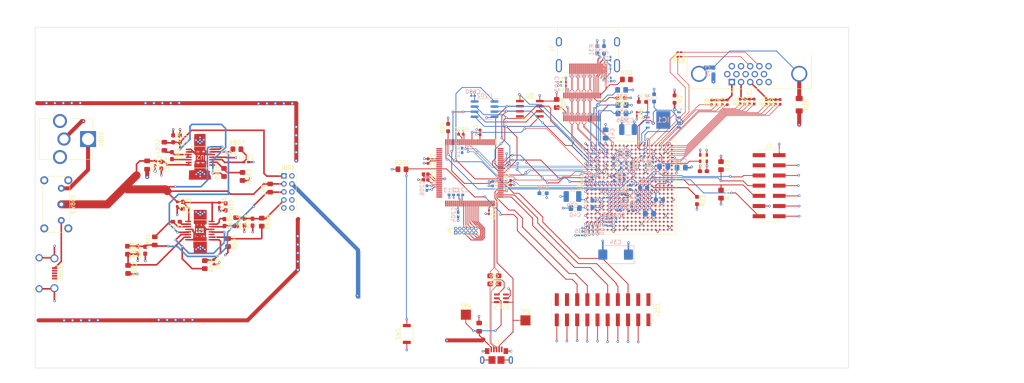
<source format=kicad_pcb>
(kicad_pcb (version 20221018) (generator pcbnew)
  (layers (0 "F.Cu" signal "FrontSignal") (1 "In1.Cu" power "GNDLayer") (2 "In2.Cu" power "PWRInnerLayer") (31 "B.Cu" signal "BottomSignal") (34 "B.Paste" user) (35 "F.Paste" user) (36 "B.SilkS" user "B.Silkscreen") (37 "F.SilkS" user "F.Silkscreen") (38 "B.Mask" user) (39 "F.Mask" user) (44 "Edge.Cuts" user))
  (net 0 "")
  (net 1 "GND")
  (net 2 "+1V0")
  (net 3 "+3.3V")
  (net 4 "+1V8")
  (net 5 "/PCB Power System/1V8")
  (net 6 "/PCB Power System/5V0")
  (net 7 "Net-(U2-VFB)")
  (net 8 "Net-(U5-VBST1)")
  (net 9 "Net-(U2-SS)")
  (net 10 "Net-(U2-VREG5)")
  (net 11 "Net-(U5-VREG5)")
  (net 12 "Net-(U2-SW1)")
  (net 13 "Net-(U2-VBST)")
  (net 14 "Net-(U5-VBST2)")
  (net 15 "Net-(U5-SW2)")
  (net 16 "/PCB Power System/1V0")
  (net 17 "/PCB Power System/3V3")
  (net 18 "Net-(C98-Pad1)")
  (net 19 "+5V")
  (net 20 "Net-(U7-ESD_BYP)")
  (net 21 "/FPGA Artix-7 100T 1FGG484C/Programmer interface/QSPI_CS")
  (net 22 "/FPGA Artix-7 100T 1FGG484C/Programmer interface/QSPI_DQ1")
  (net 23 "/FPGA Artix-7 100T 1FGG484C/Programmer interface/QSPI_DQ2")
  (net 24 "/FPGA Artix-7 100T 1FGG484C/Programmer interface/QSPI_DQ0")
  (net 25 "Net-(IC1-C)")
  (net 26 "/FPGA Artix-7 100T 1FGG484C/Programmer interface/QSPI_DQ3")
  (net 66 "/MCU EFM32GG11B420/PF12")
  (net 67 "/MCU EFM32GG11B420/USB3_micro_ab/D+")
  (net 68 "/MCU EFM32GG11B420/USB3_micro_ab/D-")
  (net 71 "Net-(J1-TDI)")
  (net 72 "Net-(J1-TMS{slash}SWDIO)")
  (net 73 "Net-(J1-TCK{slash}SWDCLK)")
  (net 74 "Net-(J1-TDO{slash}SWO)")
  (net 75 "Net-(J2-Pad1)")
  (net 76 "Net-(J2-Pad2)")
  (net 77 "Net-(J2-Pad3)")
  (net 82 "Net-(J2-Pad13)")
  (net 83 "Net-(J2-Pad14)")
  (net 85 "EFM32_RESETN")
  (net 86 "/MCU EFM32GG11B420/PE0_UART0_TX")
  (net 87 "/MCU EFM32GG11B420/PE1_UART0_RX")
  (net 88 "/MCU EFM32GG11B420/PE2_UART0_CTS")
  (net 89 "/MCU EFM32GG11B420/PE3_UART0_RTS")
  (net 90 "/MCU EFM32GG11B420/PE_4")
  (net 91 "/MCU EFM32GG11B420/PE_6")
  (net 92 "/MCU EFM32GG11B420/PE_5")
  (net 93 "/MCU EFM32GG11B420/PE_7")
  (net 94 "/FPGA Artix-7 100T 1FGG484C/HDMI Connector/CEC")
  (net 96 "Net-(J7-SCL)")
  (net 97 "Net-(J7-SDA)")
  (net 98 "Net-(J7-HPD{slash}HEAC-)")
  (net 99 "/MCU EFM32GG11B420/VBUS")
  (net 100 "Net-(U2-PG)")
  (net 101 "Net-(U5-EN2)")
  (net 102 "Net-(U5-VFB2)")
  (net 103 "Net-(U7-LV_SUPPLY)")
  (net 104 "/FPGA Artix-7 100T 1FGG484C/HDMI Connector/5V_2")
  (net 105 "HDMI_HPD")
  (net 106 "HDMI_SCL")
  (net 107 "HDMI_SDA")
  (net 108 "HDMI_CEC")
  (net 109 "FPGA_DONE")
  (net 111 "/FPGA Artix-7 100T 1FGG484C/QSPI0_DQ1")
  (net 112 "/FPGA Artix-7 100T 1FGG484C/QSPI0_DQ2")
  (net 113 "/FPGA Artix-7 100T 1FGG484C/QSPI0_DQ3")
  (net 119 "FPGA_PROGRAM_B")
  (net 136 "/FPGA Artix-7 100T 1FGG484C/QSPI0_DQ0")
  (net 181 "/MCU EFM32GG11B420/QSPI0_DQS")
  (net 182 "/FPGA Artix-7 100T 1FGG484C/QSPI0_DQ7")
  (net 183 "/FPGA Artix-7 100T 1FGG484C/QSPI0_DQ4")
  (net 185 "/FPGA Artix-7 100T 1FGG484C/QSPI0_DQ5")
  (net 186 "/FPGA Artix-7 100T 1FGG484C/QSPI0_DQ6")
  (net 187 "/MCU EFM32GG11B420/QSPI0_CS1")
  (net 188 "/MCU EFM32GG11B420/QSPI0_CS0")
  (net 190 "/MCU EFM32GG11B420/PD6")
  (net 192 "/MCU EFM32GG11B420/PD7")
  (net 194 "/MCU EFM32GG11B420/PD8")
  (net 242 "MCU_PE9")
  (net 250 "MCU_PE7")
  (net 251 "MCU_PE8")
  (net 267 "HDMI_CLK_N")
  (net 268 "HDMI_CLK_P")
  (net 269 "HDMI_TX0_N")
  (net 270 "HDMI_TX0_P")
  (net 271 "HDMI_TX1_N")
  (net 272 "HDMI_TX1_P")
  (net 273 "HDMI_TX2_N")
  (net 274 "HDMI_TX2_P")
  (net 275 "Net-(U201D-DECOUPLE)")
  (net 276 "Net-(U201D-VREGO)")
  (net 280 "Net-(J201-TDI)")
  (net 281 "Net-(J201-TMS{slash}SWDIO)")
  (net 282 "Net-(J201-TCK{slash}SWDCLK)")
  (net 284 "Net-(J201-TDO{slash}SWO)")
  (net 291 "Net-(U201A-PB13)")
  (net 292 "Net-(U201A-PB14)")
  (net 295 "/FPGA Artix-7 100T 1FGG484C/SRAM_QSPI0_CS0")
  (net 298 "/FPGA Artix-7 100T 1FGG484C/SRAM_QSPI0_SCLK")
  (net 310 "Net-(U1F-INIT_B_0)")
  (net 322 "/FPGA Artix-7 100T 1FGG484C/VGA_B0")
  (net 323 "/FPGA Artix-7 100T 1FGG484C/VGA_B2")
  (net 324 "/FPGA Artix-7 100T 1FGG484C/VGA_G0")
  (net 325 "/FPGA Artix-7 100T 1FGG484C/VGA_G2")
  (net 326 "/FPGA Artix-7 100T 1FGG484C/VGA_R0")
  (net 327 "/FPGA Artix-7 100T 1FGG484C/VGA_R2")
  (net 328 "/FPGA Artix-7 100T 1FGG484C/VGA_B1")
  (net 329 "/FPGA Artix-7 100T 1FGG484C/VGA_B3")
  (net 330 "/FPGA Artix-7 100T 1FGG484C/VGA_G1")
  (net 331 "/FPGA Artix-7 100T 1FGG484C/VGA_G3")
  (net 332 "/FPGA Artix-7 100T 1FGG484C/VGA_R1")
  (net 333 "/FPGA Artix-7 100T 1FGG484C/VGA_R3")
  (net 334 "/FPGA Artix-7 100T 1FGG484C/VGA_HSync")
  (net 335 "/FPGA Artix-7 100T 1FGG484C/VGA_VSync")
  (net 360 "/MCU EFM32GG11B420/USB_D-")
  (net 361 "/MCU EFM32GG11B420/USB_D+")
  (net 362 "Net-(U5-SW1)")
  (net 379 "Net-(SW801A-A)")
  (net 383 "/FPGA Artix-7 100T 1FGG484C/GCLK100")
  (net 489 "Net-(U5-VFB1)")
  (footprint "Connector_PinHeader_2.54mm:PinHeader_2x10_P2.54mm_Vertical_SMD" (layer "F.Cu") (at 163.85 88.55 -90)
    (fp_text reference "J201")
    (fp_text value "Conn_ARM_JTAG_SWD_20")
  )
  (footprint "Capacitor_SMD:C_0603_1608Metric_Pad1.08x0.95mm_HandSolder" (layer "F.Cu") (at 69.5 66.8 -90)
    (fp_text reference "C815")
    (fp_text value "0.1uF")
  )
  (footprint "Capacitor_SMD:C_0603_1608Metric_Pad1.08x0.95mm_HandSolder" (layer "F.Cu") (at 56.7 45.9 -90)
    (fp_text reference "C806")
    (fp_text value "22uF")
  )
  (footprint "Resistor_SMD:R_0402_1005Metric_Pad0.72x0.64mm_HandSolder" (layer "F.Cu") (at 191.030002 36.8025 90)
    (fp_text reference "R8")
    (fp_text value "4k")
  )
  (footprint "Resistor_SMD:R_0805_2012Metric_Pad1.20x1.40mm_HandSolder" (layer "F.Cu") (at 74 55.3 -90)
    (fp_text reference "R803")
    (fp_text value "22.1K")
  )
  (footprint "Capacitor_SMD:C_0603_1608Metric_Pad1.08x0.95mm_HandSolder" (layer "F.Cu") (at 74.5 66.7 90)
    (fp_text reference "C818")
    (fp_text value "22uF")
  )
  (footprint "Resistor_SMD:R_0805_2012Metric_Pad1.20x1.40mm_HandSolder" (layer "F.Cu") (at 168.7 37.5)
    (fp_text reference "R34")
    (fp_text value "47k")
  )
  (footprint "Inductor_SMD:L_0805_2012Metric_Pad1.15x1.40mm_HandSolder" (layer "F.Cu") (at 54.5 47.775 90)
    (fp_text reference "L802")
    (fp_text value "1.5uH")
  )
  (footprint "Capacitor_SMD:C_0603_1608Metric_Pad1.08x0.95mm_HandSolder" (layer "F.Cu") (at 189 54)
    (fp_text reference "C1")
    (fp_text value "0.1uF")
  )
  (footprint "Crystal:Crystal_SMD_2016-4Pin_2.0x1.6mm" (layer "F.Cu") (at 119.7 55.45 -90)
    (fp_text reference "Y201")
    (fp_text value "48MHz")
  )
  (footprint "Capacitor_SMD:C_0402_1005Metric_Pad0.74x0.62mm_HandSolder" (layer "F.Cu") (at 133.3 44.3 90)
    (fp_text reference "C203")
    (fp_text value "0.1uF")
  )
  (footprint "Capacitor_SMD:C_0402_1005Metric_Pad0.74x0.62mm_HandSolder" (layer "F.Cu") (at 74.9325 51.7)
    (fp_text reference "C813")
    (fp_text value "1uF")
  )
  (footprint "Resistor_SMD:R_0402_1005Metric_Pad0.72x0.64mm_HandSolder" (layer "F.Cu") (at 207 36.7025 90)
    (fp_text reference "R5")
    (fp_text value "1K")
  )
  (footprint "Resistor_SMD:R_0603_1608Metric_Pad0.98x0.95mm_HandSolder" (layer "F.Cu") (at 168.5 35.7 180)
    (fp_text reference "R30")
    (fp_text value "27k")
  )
  (footprint "Resistor_SMD:R_0402_1005Metric_Pad0.72x0.64mm_HandSolder" (layer "F.Cu") (at 194.980002 36.8025 90)
    (fp_text reference "R15")
    (fp_text value "510")
  )
  (footprint "Footprints:PWP14_2P31X2P46" (layer "F.Cu") (at 63.5 50.5 180)
    (fp_text reference "U2")
    (fp_text value "TPS54325_PWP_14")
  )
  (footprint "Capacitor_SMD:C_0603_1608Metric_Pad1.08x0.95mm_HandSolder" (layer "F.Cu") (at 57.5 66.6 180)
    (fp_text reference "C811")
    (fp_text value "0.1uF")
  )
  (footprint "Resistor_SMD:R_0805_2012Metric_Pad1.20x1.40mm_HandSolder" (layer "F.Cu") (at 113.8 53.5)
    (fp_text reference "R201")
    (fp_text value "100K")
  )
  (footprint "Resistor_SMD:R_0603_1608Metric_Pad0.98x0.95mm_HandSolder" (layer "F.Cu") (at 181.8 36 -90)
    (fp_text reference "R2")
    (fp_text value "2.4k")
  )
  (footprint "Inductor_SMD:L_0805_2012Metric_Pad1.15x1.40mm_HandSolder" (layer "F.Cu") (at 52.1126 71.3875 90)
    (fp_text reference "L801")
    (fp_text value "1.5uH")
  )
  (footprint "Capacitor_SMD:C_0402_1005Metric_Pad0.74x0.62mm_HandSolder" (layer "F.Cu") (at 68.2 62.4 -90)
    (fp_text reference "C816")
    (fp_text value "10uF")
  )
  (footprint "Resistor_SMD:R_0603_1608Metric_Pad0.98x0.95mm_HandSolder" (layer "F.Cu") (at 187.4 61.3 -90)
    (fp_text reference "R23")
    (fp_text value "4.7k")
  )
  (footprint "Resistor_SMD:R_0805_2012Metric_Pad1.20x1.40mm_HandSolder" (layer "F.Cu") (at 193.4 59.7 -90)
    (fp_text reference "R21")
    (fp_text value "10k")
  )
  (footprint "Button_Switch_SMD:SW_Push_SPST_NO_Alps_SKRK" (layer "F.Cu") (at 115 94.6 90)
    (fp_text reference "SW1")
    (fp_text value "SW_Push_Open")
  )
  (footprint "Resistor_SMD:R_0805_2012Metric_Pad1.20x1.40mm_HandSolder" (layer "F.Cu") (at 135.8 81.1 -90)
    (fp_text reference "R40")
    (fp_text value "15R")
  )
  (footprint "Capacitor_SMD:C_0603_1608Metric_Pad1.08x0.95mm_HandSolder" (layer "F.Cu") (at 53.75 52.5 -90)
    (fp_text reference "C803")
    (fp_text value "0.1uF")
  )
  (footprint "Capacitor_SMD:C_0603_1608Metric_Pad1.08x0.95mm_HandSolder" (layer "F.Cu") (at 58.4 45.9 -90)
    (fp_text reference "C807")
    (fp_text value "22uF")
  )
  (footprint "Resistor_SMD:R_0805_2012Metric_Pad1.20x1.40mm_HandSolder" (layer "F.Cu") (at 70.4 71.8 -90)
    (fp_text reference "R805")
    (fp_text value "22.1K")
  )
  (footprint "Resistor_SMD:R_0402_1005Metric_Pad0.72x0.64mm_HandSolder" (layer "F.Cu") (at 201.666668 36.6 90)
    (fp_text reference "R13")
    (fp_text value "510")
  )
  (footprint "Button_Switch_THT:SW_E-Switch_EG1224_SPDT_Angled" (layer "F.Cu") (at 28.7941 58.255 -90)
    (fp_text reference "SW801")
    (fp_text value "SW_DPDT_x2")
  )
  (footprint "Resistor_SMD:R_0805_2012Metric_Pad1.20x1.40mm_HandSolder" (layer "F.Cu") (at 152.4 37.1 -90)
    (fp_text reference "R29")
    (fp_text value "10k")
  )
  (footprint "Capacitor_SMD:C_0402_1005Metric_Pad0.74x0.62mm_HandSolder" (layer "F.Cu") (at 52.2116 52.03 -90)
    (fp_text reference "C802")
    (fp_text value "10uF")
  )
  (footprint "Resistor_SMD:R_0402_1005Metric_Pad0.72x0.64mm_HandSolder" (layer "F.Cu") (at 204.7 36.7025 90)
    (fp_text reference "R4")
    (fp_text value "4k")
  )
  (footprint "Capacitor_SMD:C_0603_1608Metric_Pad1.08x0.95mm_HandSolder" (layer "F.Cu") (at 76.5 66.7 90)
    (fp_text reference "C819")
    (fp_text value "22uF")
  )
  (footprint "Inductor_SMD:L_0805_2012Metric_Pad1.15x1.40mm_HandSolder" (layer "F.Cu") (at 72.4 66.6 90)
    (fp_text reference "L3")
    (fp_text value "2.2uH")
  )
  (footprint "Capacitor_SMD:C_0201_0603Metric_Pad0.64x0.40mm_HandSolder" (layer "F.Cu") (at 135.5 64.2325 -90)
    (fp_text reference "C211")
    (fp_text value "1uF")
  )
  (footprint "Package_SO:TSSOP-38_4.4x9.7mm_P0.5mm" (layer "F.Cu") (at 158.7 37.9625 90)
    (fp_text reference "U7")
    (fp_text value "TPD12S520DBT")
  )
  (footprint "Capacitor_SMD:C_0402_1005Metric_Pad0.74x0.62mm_HandSolder" (layer "F.Cu") (at 128.5 44.8)
    (fp_text reference "C205")
    (fp_text value "0.1uF")
  )
  (footprint "Resistor_SMD:R_0402_1005Metric_Pad0.72x0.64mm_HandSolder" (layer "F.Cu") (at 198.166668 36.6 90)
    (fp_text reference "R6")
    (fp_text value "4k")
  )
  (footprint "TestPoint:TestPoint_Pad_2.5x2.5mm" (layer "F.Cu") (at 144.6 91.2)
    (fp_text reference "TP1")
    (fp_text value "ID_Probe")
  )
  (footprint "Connector_PinHeader_1.00mm:PinHeader_2x06_P1.00mm_Vertical" (layer "F.Cu") (at 127.2 69.3 90)
    (fp_text reference "J6")
    (fp_text value "EFM32_PinHeader_PortE")
  )
  (footprint "Inductor_SMD:L_0805_2012Metric_Pad1.15x1.40mm_HandSolder" (layer "F.Cu") (at 80.9 58.2 90)
    (fp_text reference "L801")
    (fp_text value "1.5uH")
  )
  (footprint "Package_BGA:Xilinx_FGG484" (layer "F.Cu") (at 170.6 58.1 90)
    (fp_text reference "U1")
    (fp_text value "XC7A100T-FGG484")
  )
  (footprint "Connector_PinHeader_2.54mm:PinHeader_2x07_P2.54mm_Vertical_SMD" (layer "F.Cu") (at 205.4 57.6)
    (fp_text reference "J1")
    (fp_text value "Conn_ARM_JTAG_SWD_20")
  )
  (footprint "Package_SO:SC-74-6_1.5x2.9mm_P0.95mm" (layer "F.Cu") (at 138.6 85.7 180)
    (fp_text reference "IC701")
    (fp_text value "IP4220CZ6")
  )
  (footprint "Resistor_SMD:R_0805_2012Metric_Pad1.20x1.40mm_HandSolder" (layer "F.Cu") (at 137.9 81.1 90)
    (fp_text reference "R39")
    (fp_text value "15R")
  )
  (footprint "Connector_USB:USB_Micro-B_Wuerth_629105150521_CircularHoles" (layer "F.Cu") (at 25.2116 79.4625 -90)
    (fp_text reference "J803")
    (fp_text value "USB_B_Micro")
  )
  (footprint "Capacitor_SMD:C_0603_1608Metric_Pad1.08x0.95mm_HandSolder" (layer "F.Cu") (at 56.4 50.1 -90)
    (fp_text reference "C805")
    (fp_text value "0.1uF")
  )
  (footprint "Resistor_SMD:R_0201_0603Metric_Pad0.64x0.40mm_HandSolder" (layer "F.Cu") (at 183 25.4 180)
    (fp_text reference "R18")
    (fp_text value "100")
  )
  (footprint "Capacitor_SMD:C_0603_1608Metric_Pad1.08x0.95mm_HandSolder" (layer "F.Cu") (at 59.1 62.5 -90)
    (fp_text reference "C812")
    (fp_text value "0.1uF")
  )
  (footprint "Resistor_SMD:R_0402_1005Metric_Pad0.72x0.64mm_HandSolder" (layer "F.Cu") (at 208.15 36.7025 90)
    (fp_text reference "R11")
    (fp_text value "510")
  )
  (footprint "Footprints:CDFN4_2P5X2_MCH-L" (layer "F.Cu") (at 189.025 50.725 -90)
    (fp_text reference "U4")
    (fp_text value "DSC1001DL5-100.0000T")
  )
  (footprint "Inductor_SMD:L_0805_2012Metric_Pad1.15x1.40mm_HandSolder" (layer "F.Cu") (at 133.05 92.9 -90)
    (fp_text reference "L4")
    (fp_text value "CBF221HC")
  )
  (footprint "Resistor_SMD:R_1206_3216Metric_Pad1.30x1.75mm_HandSolder" (layer "F.Cu") (at 212.9 37.4 -90)
    (fp_text reference "R16")
    (fp_text value "1M")
  )
  (footprint "Package_SO:SOIC-8_3.9x4.9mm_P1.27mm" (layer "F.Cu") (at 145.7 38.4)
    (fp_text reference "U6")
    (fp_text value "IS62WVS2568FBLL-20NLI")
  )
  (footprint "Footprints:PWP16_2P31X2P46" (layer "F.Cu") (at 63.3576 68.812499)
    (fp_text reference "U5")
    (fp_text value "TPS54294PWP")
  )
  (footprint "Resistor_SMD:R_0603_1608Metric_Pad0.98x0.95mm_HandSolder" (layer "F.Cu") (at 125.3 43.1 90)
    (fp_text reference "R24")
    (fp_text value "4.7k")
  )
  (footprint "Resistor_SMD:R_0402_1005Metric_Pad0.72x0.64mm_HandSolder" (layer "F.Cu") (at 205.85 36.7025 90)
    (fp_text reference "R10")
    (fp_text value "2k")
  )
  (footprint "Capacitor_SMD:C_0805_2012Metric_Pad1.18x1.45mm_HandSolder" (layer "F.Cu") (at 50.2116 52.4625 -90)
    (fp_text reference "C801")
    (fp_text value "100uF")
  )
  (footprint "Capacitor_SMD:C_0603_1608Metric_Pad1.08x0.95mm_HandSolder" (layer "F.Cu") (at 47.8 73.6 90)
    (fp_text reference "C808")
    (fp_text value "22uF")
  )
  (footprint "Resistor_SMD:R_0402_1005Metric_Pad0.72x0.64mm_HandSolder" (layer "F.Cu") (at 193.7 36.8025 90)
    (fp_text reference "R9")
    (fp_text value "1K")
  )
  (footprint "Resistor_SMD:R_0805_2012Metric_Pad1.20x1.40mm_HandSolder" (layer "F.Cu") (at 78.8 66.7 -90)
    (fp_text reference "R806")
    (fp_text value "73.2K")
  )
  (footprint "Resistor_SMD:R_0805_2012Metric_Pad1.20x1.40mm_HandSolder" (layer "F.Cu") (at 169.8 31.1)
    (fp_text reference "R33")
    (fp_text value "10k")
  )
  (footprint "Capacitor_SMD:C_0201_0603Metric_Pad0.64x0.40mm_HandSolder" (layer "F.Cu") (at 70.4925 50.6)
    (fp_text reference "C804")
    (fp_text value "3.3nF")
  )
  (footprint "Connector_HDMI:HDMI_A_Molex_208658-1001_Horizontal" (layer "F.Cu") (at 160.2 25.12 90)
    (fp_text reference "J7")
    (fp_text value "HDMI_A_1.4")
  )
  (footprint "Connector_USB:USB_Micro-B_GCT_USB3076-30-A" (layer "F.Cu") (at 137.38 99.9)
    (fp_text reference "J3")
    (fp_text value "USB_B_Micro")
  )
  (footprint "Capacitor_SMD:C_0402_1005Metric_Pad0.74x0.62mm_HandSolder" (layer "F.Cu") (at 140.9 56.8675 90)
    (fp_text reference "C201")
    (fp_text value "10uF")
  )
  (footprint "Capacitor_SMD:C_0402_1005Metric_Pad0.74x0.62mm_HandSolder" (layer "F.Cu") (at 120.3 51.4675 -90)
    (fp_text reference "C202")
    (fp_text value "0.1uF")
  )
  (footprint "Package_QFP:TQFP-100_14x14mm_P0.5mm" (layer "F.Cu") (at 130.75 54.4 -90)
    (fp_text reference "U201")
    (fp_text value "EFM32GG11B420F2048GQ100")
  )
  (footprint "Connector_BarrelJack:BarrelJack_CUI_PJ-063AH_Horizontal_CircularHoles" (layer "F.Cu") (at 35.4616 45.9625 -90)
    (fp_text reference "J802")
    (fp_text value "Jack-DC")
  )
  (footprint "Resistor_SMD:R_0805_2012Metric_Pad1.20x1.40mm_HandSolder" (layer "F.Cu") (at 64.6 77.3 -90)
    (fp_text reference "R804")
    (fp_text value "100K")
  )
  (footprint "Capacitor_SMD:C_0402_1005Metric_Pad0.74x0.62mm_HandSolder" (layer "F.Cu") (at 57.7 62.2 -90)
    (fp_text reference "C810")
    (fp_text value "10uF")
  )
  (footprint "Capacitor_SMD:C_0201_0603Metric_Pad0.64x0.40mm_HandSolder" (layer "F.Cu") (at 154.7 32.2075 90)
    (fp_text reference "C104")
    (fp_text value "0.1uF")
  )
  (footprint "Resistor_SMD:R_0805_2012Metric_Pad1.20x1.40mm_HandSolder" (layer "F.Cu") (at 45.4 73.7 -90)
    (fp_text reference "R801")
    (fp_text value "30.1K")
  )
  (footprint "Resistor_SMD:R_0201_0603Metric_Pad0.64x0.40mm_HandSolder" (layer "F.Cu") (at 183.0075 24.3 180)
    (fp_text reference "R17")
    (fp_text value "100")
  )
  (footprint "Connector_PinHeader_2.00mm:PinHeader_2x05_P2.00mm_Vertical" (layer "F.Cu") (at 84.3336 55.1585)
    (fp_text reference "J801")
    (fp_text value "Conn_02x05_Odd_Even")
  )
  (footprint "TestPoint:TestPoint_Pad_2.5x2.5mm" (layer "F.Cu") (at 129.75 89.8)
    (fp_text reference "TP4")
    (fp_text value "VBUS_Probe")
  )
  (footprint "Connector_Dsub:DSUB-15-HD_Female_Horizontal_P2.29x1.98mm_EdgePinOffset3.03mm_Housed_MountingHolesOffset4.94mm" (layer "F.Cu") (at 196.1 31.750331 180)
    (fp_text reference "J2")
    (fp_text value "DE15_Plug_HighDensity_MountingHoles")
  )
  (footprint "Resistor_SMD:R_0402_1005Metric_Pad0.72x0.64mm_HandSolder" (layer "F.Cu") (at 192.365001 36.8025 90)
    (fp_text reference "R14")
    (fp_text value "2k")
  )
  (footprint "Resistor_SMD:R_0402_1005Metric_Pad0.72x0.64mm_HandSolder" (layer "F.Cu") (at 200.5 36.6 90)
    (fp_text reference "R7")
    (fp_text value "1K")
  )
  (footprint "Resistor_SMD:R_0805_2012Metric_Pad1.20x1.40mm_HandSolder" (layer "F.Cu") (at 45.45 78.5 -90)
    (fp_text reference "R802")
    (fp_text value "22.1K")
  )
  (footprint "Resistor_SMD:R_0402_1005Metric_Pad0.72x0.64mm_HandSolder" (layer "F.Cu") (at 199.333334 36.6 90)
    (fp_text reference "R12")
    (fp_text value "2k")
  )
  (footprint "Resistor_SMD:R_0603_1608Metric_Pad0.98x0.95mm_HandSolder" (layer "F.Cu") (at 173.8 36.7)
    (fp_text reference "R3")
    (fp_text value "4.7k")
  )
  (footprint "Resistor_SMD:R_0805_2012Metric_Pad1.20x1.40mm_HandSolder" (layer "F.Cu") (at 193.4 52.6 -90)
    (fp_text reference "R20")
    (fp_text value "10k")
  )
  (footprint "Capacitor_SMD:C_0603_1608Metric_Pad1.08x0.95mm_HandSolder" (layer "F.Cu") (at 49.7 73.7 90)
    (fp_text reference "C809")
    (fp_text value "22uF")
  )
  (footprint "Resistor_SMD:R_0805_2012Metric_Pad1.20x1.40mm_HandSolder" (layer "F.Cu") (at 72.6 48.5)
    (fp_text reference "R807")
    (fp_text value "100k")
  )
  (footprint "Resistor_SMD:R_0805_2012Metric_Pad1.20x1.40mm_HandSolder" (layer "F.Cu") (at 69.4 54.3 90)
    (fp_text reference "R808")
    (fp_text value "6.81k")
  )
  (footprint "Capacitor_SMD:C_0201_0603Metric_Pad0.64x0.40mm_HandSolder" (layer "F.Cu") (at 172.4 39.7 -90)
    (fp_text reference "C86")
    (fp_text value "100nF")
  )
  (footprint "Capacitor_SMD:C_0603_1608Metric_Pad1.08x0.95mm_HandSolder" (layer "F.Cu") (at 69.8 62.9 -90)
    (fp_text reference "C817")
    (fp_text value "0.1uF")
  )
  (footprint "Capacitor_SMD:C_0402_1005Metric_Pad0.74x0.62mm_HandSolder" (layer "F.Cu") (at 66.8 76.6 -90)
    (fp_text reference "C814")
    (fp_text value "1uF")
  )
  (footprint "Capacitor_SMD:C_0603_1608Metric_Pad1.08x0.95mm_HandSolder" (layer "B.Cu") (at 174.1 58.1 180)
    (fp_text reference "C32")
    (fp_text value "47uF")
  )
  (footprint "Diode_SMD:D_0201_0603Metric_Pad0.64x0.40mm_HandSolder" (layer "B.Cu") (at 165.8 28 -90)
    (fp_text reference "D1")
    (fp_text value "D")
  )
  (footprint "Capacitor_SMD:C_0402_1005Metric_Pad0.74x0.62mm_HandSolder" (layer "B.Cu") (at 170.9 63.9 180)
    (fp_text reference "C27")
    (fp_text value "470nF")
  )
  (footprint "Capacitor_SMD:C_0402_1005Metric_Pad0.74x0.62mm_HandSolder" (layer "B.Cu") (at 169.8 52.6325 90)
    (fp_text reference "C26")
    (fp_text value "470nF")
  )
  (footprint "Capacitor_SMD:C_0201_0603Metric_Pad0.64x0.40mm_HandSolder" (layer "B.Cu") (at 165.3 67.6 180)
    (fp_text reference "C51")
    (fp_text value "470nF")
  )
  (footprint "Capacitor_SMD:C_0201_0603Metric_Pad0.64x0.40mm_HandSolder" (layer "B.Cu") (at 176.5 51.3925 -90)
    (fp_text reference "C83")
    (fp_text value "470nF")
  )
  (footprint "Capacitor_SMD:C_0603_1608Metric_Pad1.08x0.95mm_HandSolder" (layer "B.Cu") (at 161.3 62.1625 -90)
    (fp_text reference "C9")
    (fp_text value "47uF")
  )
  (footprint "Package_SO:SOIC-8_3.9x4.9mm_P1.27mm" (layer "B.Cu") (at 134.4 38.5 180)
    (fp_text reference "U202")
    (fp_text value "IS62WVS2568FBLL-20NLI")
  )
  (footprint "Capacitor_SMD:C_0201_0603Metric_Pad0.64x0.40mm_HandSolder" (layer "B.Cu") (at 161.0075 56.1 180)
    (fp_text reference "C45")
    (fp_text value "470nF")
  )
  (footprint "Capacitor_SMD:C_0402_1005Metric_Pad0.74x0.62mm_HandSolder" (layer "B.Cu") (at 166.7 55.7 90)
    (fp_text reference "C14")
    (fp_text value "470nF")
  )
  (footprint "Capacitor_SMD:C_0201_0603Metric_Pad0.64x0.40mm_HandSolder" (layer "B.Cu") (at 165.2925 66.7 180)
    (fp_text reference "C52")
    (fp_text value "470nF")
  )
  (footprint "Capacitor_SMD:C_0201_0603Metric_Pad0.64x0.40mm_HandSolder" (layer "B.Cu") (at 168.6 49.5925 90)
    (fp_text reference "C43")
    (fp_text value "470nF")
  )
  (footprint "Capacitor_SMD:C_0201_0603Metric_Pad0.64x0.40mm_HandSolder" (layer "B.Cu") (at 159.6 55.9 -90)
    (fp_text reference "C44")
    (fp_text value "470nF")
  )
  (footprint "Capacitor_SMD:C_0805_2012Metric_Pad1.18x1.45mm_HandSolder" (layer "B.Cu") (at 179.1 52.8)
    (fp_text reference "C37")
    (fp_text value "4.7uF")
  )
  (footprint "Capacitor_SMD:C_0201_0603Metric_Pad0.64x0.40mm_HandSolder" (layer "B.Cu") (at 170.9 62.5 -90)
    (fp_text reference "C55")
    (fp_text value "470nF")
  )
  (footprint "Capacitor_SMD:C_0201_0603Metric_Pad0.64x0.40mm_HandSolder" (layer "B.Cu") (at 169.1 59.9 180)
    (fp_text reference "C54")
    (fp_text value "470nF")
  )
  (footprint "Capacitor_SMD:C_0402_1005Metric_Pad0.74x0.62mm_HandSolder" (layer "B.Cu") (at 126.1 59.9 180)
    (fp_text reference "C213")
    (fp_text value "0.1uF")
  )
  (footprint "Capacitor_SMD:C_0201_0603Metric_Pad0.64x0.40mm_HandSolder" (layer "B.Cu") (at 164.6 60.6 180)
    (fp_text reference "C57")
    (fp_text value "470nF")
  )
  (footprint "Resistor_SMD:R_0603_1608Metric_Pad0.98x0.95mm_HandSolder" (layer "B.Cu") (at 164.2 23.7 -90)
    (fp_text reference "R32")
    (fp_text value "4.7k")
  )
  (footprint "Capacitor_SMD:C_0805_2012Metric_Pad1.18x1.45mm_HandSolder" (layer "B.Cu") (at 157 63.2)
    (fp_text reference "C40")
    (fp_text value "4.7uF")
  )
  (footprint "Capacitor_SMD:C_0201_0603Metric_Pad0.64x0.40mm_HandSolder" (layer "B.Cu") (at 162.6 68.5 90)
    (fp_text reference "C50")
    (fp_text value "4.7uF")
  )
  (footprint "Capacitor_SMD:C_0201_0603Metric_Pad0.64x0.40mm_HandSolder" (layer "B.Cu") (at 131.5075 35.2 180)
    (fp_text reference "C100")
    (fp_text value "0.1uF")
  )
  (footprint "Capacitor_SMD:C_0402_1005Metric_Pad0.74x0.62mm_HandSolder" (layer "B.Cu") (at 171 52.6 90)
    (fp_text reference "C28")
    (fp_text value "4.7uF")
  )
  (footprint "Capacitor_SMD:C_0402_1005Metric_Pad0.74x0.62mm_HandSolder" (layer "B.Cu") (at 127.8 64.8325 -90)
    (fp_text reference "C204")
    (fp_text value "0.1uF")
  )
  (footprint "Resistor_SMD:R_0805_2012Metric_Pad1.20x1.40mm_HandSolder" (layer "B.Cu") (at 168.6 33.7)
    (fp_text reference "R35")
    (fp_text value "47k")
  )
  (footprint "Capacitor_SMD:C_0402_1005Metric_Pad0.74x0.62mm_HandSolder" (layer "B.Cu") (at 128.3925 59.9 180)
    (fp_text reference "C210")
    (fp_text value "1uF")
  )
  (footprint "Capacitor_SMD:C_0603_1608Metric_Pad1.08x0.95mm_HandSolder" (layer "B.Cu") (at 191.5 29 -90)
    (fp_text reference "C98")
    (fp_text value "1nF")
  )
  (footprint "Capacitor_SMD:C_0201_0603Metric_Pad0.64x0.40mm_HandSolder" (layer "B.Cu") (at 169.7 61.2)
    (fp_text reference "C56")
    (fp_text value "470nF")
  )
  (footprint "Resistor_SMD:R_0805_2012Metric_Pad1.20x1.40mm_HandSolder" (layer "B.Cu") (at 168.7 39.6)
    (fp_text reference "R36")
    (fp_text value "47k")
  )
  (footprint "Capacitor_SMD:C_0402_1005Metric_Pad0.74x0.62mm_HandSolder" (layer "B.Cu") (at 168.7 54.9)
    (fp_text reference "C13")
    (fp_text value "470nF")
  )
  (footprint "Capacitor_SMD:C_0805_2012Metric_Pad1.18x1.45mm_HandSolder" (layer "B.Cu") (at 183.4625 53.1 180)
    (fp_text reference "C38")
    (fp_text value "4.7uF")
  )
  (footprint "Capacitor_SMD:C_0402_1005Metric_Pad0.74x0.62mm_HandSolder" (layer "B.Cu") (at 172.6 60.6 -90)
    (fp_text reference "C30")
    (fp_text value "470nF")
  )
  (footprint "Capacitor_SMD:C_0201_0603Metric_Pad0.64x0.40mm_HandSolder" (layer "B.Cu") (at 158.8 68.5925 90)
    (fp_text reference "C46")
    (fp_text value "4.7uF")
  )
  (footprint "Capacitor_Tantalum_SMD:CP_EIA-7343-43_Kemet-X_Pad2.25x2.55mm_HandSolder" (layer "B.Cu") (at 167.1 74.8 180)
    (fp_text reference "C34")
    (fp_text value "330uF")
  )
  (footprint "Capacitor_SMD:C_0201_0603Metric_Pad0.64x0.40mm_HandSolder" (layer "B.Cu") (at 161.5 68.4925 90)
    (fp_text reference "C48")
    (fp_text value "4.7uF")
  )
  (footprint "Capacitor_SMD:C_0201_0603Metric_Pad0.64x0.40mm_HandSolder" (layer "B.Cu") (at 165.8 25.9 -90)
    (fp_text reference "C102")
    (fp_text value "0.1uF")
  )
  (footprint "Capacitor_SMD:C_0201_0603Metric_Pad0.64x0.40mm_HandSolder" (layer "B.Cu") (at 160.5 68.5 90)
    (fp_text reference "C47")
    (fp_text value "4.7uF")
  )
  (footprint "Resistor_SMD:R_0603_1608Metric_Pad0.98x0.95mm_HandSolder" (layer "B.Cu") (at 148.9875 59.5 180)
    (fp_text reference "R38")
    (fp_text value "330k")
  )
  (footprint "Capacitor_SMD:C_0805_2012Metric_Pad1.18x1.45mm_HandSolder" (layer "B.Cu") (at 175.5375 64.6)
    (fp_text reference "C33")
    (fp_text value "100uF")
  )
  (footprint "Capacitor_SMD:C_0402_1005Metric_Pad0.74x0.62mm_HandSolder" (layer "B.Cu") (at 120 58.2 -90)
    (fp_text reference "C206")
    (fp_text value "0.1uF")
  )
  (footprint "Capacitor_SMD:C_1210_3225Metric_Pad1.33x2.70mm_HandSolder" (layer "B.Cu") (at 170.2 43.6 180)
    (fp_text reference "C36")
    (fp_text value "47uF")
  )
  (footprint "Capacitor_SMD:C_1210_3225Metric_Pad1.33x2.70mm_HandSolder" (layer "B.Cu") (at 156.3375 60.3)
    (fp_text reference "C39")
    (fp_text value "47uF")
  )
  (footprint "footprints:SON127P800X600X80-9N-D" (layer "B.Cu") (at 179 41.205 180)
    (fp_text reference "IC1")
    (fp_text value "MT25QL256ABA1EW9-0SIT" hide)
  )
  (footprint "Capacitor_SMD:C_0201_0603Metric_Pad0.64x0.40mm_HandSolder" (layer "B.Cu") (at 165.3 65.9 180)
    (fp_text reference "C49")
    (fp_text value "4.7uF")
  )
  (footprint "Capacitor_SMD:C_0402_1005Metric_Pad0.74x0.62mm_HandSolder" (layer "B.Cu") (at 166.6 51.5325 90)
    (fp_text reference "C29")
    (fp_text value "4.7uF")
  )
  (footprint "Capacitor_SMD:C_0201_0603Metric_Pad0.64x0.40mm_HandSolder" (layer "B.Cu") (at 168 63.9)
    (fp_text reference "C58")
    (fp_text value "470nF")
  )
  (footprint "Capacitor_SMD:C_0805_2012Metric_Pad1.18x1.45mm_HandSolder" (layer "B.Cu") (at 164.6 44.7 90)
    (fp_text reference "C41")
    (fp_text value "4.7uF")
  )
  (footprint "Capacitor_SMD:C_0201_0603Metric_Pad0.64x0.40mm_HandSolder" (layer "B.Cu") (at 173 52.1 -90)
    (fp_text reference "C81")
    (fp_text value "470nF")
  )
  (footprint "Capacitor_SMD:C_0603_1608Metric_Pad1.08x0.95mm_HandSolder" (layer "B.Cu") (at 178 61.1)
    (fp_text reference "C10")
    (fp_text value "47uF")
  )
  (footprint "Resistor_SMD:R_0805_2012Metric_Pad1.20x1.40mm_HandSolder" (layer "B.Cu") (at 168.7 37.5)
    (fp_text reference "R37")
    (fp_text value "47k")
  )
  (footprint "Resistor_SMD:R_0603_1608Metric_Pad0.98x0.95mm_HandSolder" (layer "B.Cu") (at 162.5 23.7 -90)
    (fp_text reference "R31")
    (fp_text value "4.7k")
  )
  (footprint "Capacitor_SMD:C_0201_0603Metric_Pad0.64x0.40mm_HandSolder" (layer "B.Cu") (at 165.9 31.1 -90)
    (fp_text reference "C105")
    (fp_text value "0.1uF")
  )
  (footprint "Capacitor_SMD:C_0402_1005Metric_Pad0.74x0.62mm_HandSolder" (layer "B.Cu") (at 168.7 56 180)
    (fp_text reference "C25")
    (fp_text value "470nF")
  )
  (footprint "Capacitor_SMD:C_0402_1005Metric_Pad0.74x0.62mm_HandSolder" (layer "B.Cu") (at 128.8 48.8 -90)
    (fp_text reference "C212")
    (fp_text value "0.1uF")
  )
  (footprint "Capacitor_SMD:C_0402_1005Metric_Pad0.74x0.62mm_HandSolder" (layer "B.Cu") (at 168.5 52.6 90)
    (fp_text reference "C31")
    (fp_text value "4.7uF")
  )
  (footprint "Capacitor_SMD:C_0201_0603Metric_Pad0.64x0.40mm_HandSolder" (layer "B.Cu") (at 153.5 32.2 -90)
    (fp_text reference "C103")
    (fp_text value "0.1uF")
  )
  (footprint "Capacitor_SMD:C_0201_0603Metric_Pad0.64x0.40mm_HandSolder" (layer "B.Cu") (at 167.3 66.2 -90)
    (fp_text reference "C53")
    (fp_text value "470nF")
  )
  (footprint "Capacitor_SMD:C_0201_0603Metric_Pad0.64x0.40mm_HandSolder" (layer "B.Cu") (at 169.7 49.6 -90)
    (fp_text reference "C42")
    (fp_text value "470nF")
  )
  (footprint "Capacitor_SMD:C_0201_0603Metric_Pad0.64x0.40mm_HandSolder" (layer "B.Cu") (at 174.6 52.7 90)
    (fp_text reference "C80")
    (fp_text value "470nF")
  )
  (footprint "Resistor_SMD:R_0603_1608Metric_Pad0.98x0.95mm_HandSolder" (layer "B.Cu") (at 176.7 35.7 -90)
    (fp_text reference "R1")
    (fp_text value "4.7k")
  )
  (footprint "Capacitor_SMD:C_0201_0603Metric_Pad0.64x0.40mm_HandSolder" (layer "B.Cu") (at 158.2925 70 180)
    (fp_text reference "C35")
    (fp_text value "4.7uF")
  )
  (footprint "Capacitor_SMD:C_0201_0603Metric_Pad0.64x0.40mm_HandSolder" (layer "B.Cu") (at 173.9 50.2)
    (fp_text reference "C82")
    (fp_text value "470nF")
  )
  (footprint "Capacitor_SMD:C_0402_1005Metric_Pad0.74x0.62mm_HandSolder" (layer "B.Cu") (at 136.4 57.1 90)
    (fp_text reference "C214")
    (fp_text value "10uF")
  )
  (footprint "Capacitor_SMD:C_0402_1005Metric_Pad0.74x0.62mm_HandSolder" (layer "B.Cu") (at 170.7 58 -90)
    (fp_text reference "C15")
    (fp_text value "470nF")
  )
  (footprint "Capacitor_SMD:C_0201_0603Metric_Pad0.64x0.40mm_HandSolder" (layer "B.Cu") (at 163.5325 56.6 180)
    (fp_text reference "C101")
    (fp_text value "0.1uF")
  )
  (gr_rect (start 22.243 18.1) (end 225.257 103.1) (stroke (width 0.1)) (fill none) (layer "Edge.Cuts"))
  (segment (start 179.1 64.6) (end 179.6 65.1) (width 0.25) (layer "F.Cu") (net 1))
  (segment (start 63.4 50.4) (end 63.5 50.5) (width 0.4) (layer "F.Cu") (net 1))
  (segment (start 58.4126 43.5375) (end 58.4626 44.975) (width 0.4) (layer "F.Cu") (net 1))
  (segment (start 167.1 68.6) (end 166.6 69.1) (width 0.25) (layer "F.Cu") (net 1))
  (segment (start 63.90517 67.839799) (end 63.7513 67.993669) (width 0.4) (layer "F.Cu") (net 1))
  (segment (start 162.58 96.38) (end 162.58 91.075) (width 0.2) (layer "F.Cu") (net 1))
  (segment (start 164.1 49.6) (end 163.6 49.1) (width 0.25) (layer "F.Cu") (net 1))
  (segment (start 128 60.8) (end 128 60.7) (width 0.2) (layer "F.Cu") (net 1))
  (segment (start 169.1 64.6) (end 168.6 65.1) (width 0.25) (layer "F.Cu") (net 1))
  (segment (start 207.925 60.14) (end 212.86 60.14) (width 0.2) (layer "F.Cu") (net 1))
  (segment (start 66.2336 49.787489) (end 64.8 49.787489) (width 0.4) (layer "F.Cu") (net 1))
  (segment (start 61.93147 69.25) (end 61.815735 69.134265) (width 0.4) (layer "F.Cu") (net 1))
  (segment (start 61.647599 68.966129) (end 61.93147 69.25) (width 0.4) (layer "F.Cu") (net 1))
  (segment (start 63.475 48.845) (end 63.5 48.87) (width 0.4) (layer "F.Cu") (net 1))
  (segment (start 177.1 68.6) (end 177.6 69.1) (width 0.25) (layer "F.Cu") (net 1))
  (segment (start 162.1 53.6) (end 162.575 54.075) (width 0.25) (layer "F.Cu") (net 1))
  (segment (start 166.1 60.6) (end 165.602961 61.097039) (width 0.25) (layer "F.Cu") (net 1))
  (segment (start 61.5 68.506199) (end 61.647599 68.653798) (width 0.4) (layer "F.Cu") (net 1))
  (segment (start 72.35 50.6) (end 70.9 50.6) (width 0.4) (layer "F.Cu") (net 1))
  (segment (start 178.1 51.6) (end 177.576945 51.076945) (width 0.25) (layer "F.Cu") (net 1))
  (segment (start 61.132599 48.549966) (end 61.991316 49.408684) (width 0.4) (layer "F.Cu") (net 1))
  (segment (start 70.3626 74.2875) (end 70.3626 72.8875) (width 0.4) (layer "F.Cu") (net 1))
  (segment (start 159.625 57.125) (end 159.597039 57.125) (width 0.25) (layer "F.Cu") (net 1))
  (segment (start 65.693898 68.506202) (end 66.4336 68.506202) (width 0.4) (layer "F.Cu") (net 1))
  (segment (start 172.8 96.6) (end 172.8 96.6) (width 0.2) (layer "F.Cu") (net 1))
  (segment (start 167.1 62.6) (end 166.6 63.1) (width 0.25) (layer "F.Cu") (net 1))
  (segment (start 53.75 53.3125) (end 53.75 55) (width 0.4) (layer "F.Cu") (net 1))
  (segment (start 63.3126 50.4375) (end 63.0876 50.6625) (width 0.4) (layer "F.Cu") (net 1))
  (segment (start 163.7 30.5) (end 163.5 30.7) (width 0.2) (layer "F.Cu") (net 1))
  (segment (start 64.7 52.93) (end 64.7 52.65) (width 0.4) (layer "F.Cu") (net 1))
  (segment (start 63.66 48.71) (end 63.72 48.65) (width 0.4) (layer "F.Cu") (net 1))
  (segment (start 63.082633 50.5) (end 63.5 50.5) (width 0.4) (layer "F.Cu") (net 1))
  (segment (start 64.63962 52.58962) (end 64.7 52.65) (width 0.4) (layer "F.Cu") (net 1))
  (segment (start 166.1 61.6) (end 165.6 62.1) (width 0.25) (layer "F.Cu") (net 1))
  (segment (start 47.8626 76.3375) (end 47.8626 74.45) (width 0.4) (layer "F.Cu") (net 1))
  (segment (start 167.1 60.6) (end 166.6 61.1) (width 0.25) (layer "F.Cu") (net 1))
  (segment (start 64.724 68.178969) (end 64.38483 67.839799) (width 0.4) (layer "F.Cu") (net 1))
  (segment (start 212.9 38.95) (end 212.9 42.4) (width 1) (layer "F.Cu") (net 1))
  (segment (start 64.5 54.7) (end 64.5 53.13) (width 0.4) (layer "F.Cu") (net 1))
  (segment (start 176.1 60.6) (end 175.6 61.1) (width 0.2) (layer "F.Cu") (net 1))
  (segment (start 161.1 66.6) (end 160.6 67.1) (width 0.25) (layer "F.Cu") (net 1))
  (segment (start 57.7126 62.8225) (end 57.6626 62.7725) (width 0.4) (layer "F.Cu") (net 1))
  (segment (start 178.1 61.6) (end 178.6 62.1) (width 0.25) (layer "F.Cu") (net 1))
  (segment (start 63.55 72.75) (end 63.55 69.785199) (width 0.4) (layer "F.Cu") (net 1))
  (segment (start 68.1626 63.8375) (end 68.3126 63.9875) (width 0.4) (layer "F.Cu") (net 1))
  (segment (start 60.5916 68.506199) (end 61.5 68.506199) (width 0.4) (layer "F.Cu") (net 1))
  (segment (start 212.86 60.14) (end 212.9 60.1) (width 0.2) (layer "F.Cu") (net 1))
  (segment (start 123.2875 51.4) (end 120.935 51.4) (width 0.25) (layer "F.Cu") (net 1))
  (segment (start 157.55 96.3) (end 157.55 96.3) (width 0.2) (layer "F.Cu") (net 1))
  (segment (start 69.7126 74.9375) (end 69.7 74.9501) (width 0.4) (layer "F.Cu") (net 1))
  (segment (start 133.3 43.7325) (end 132.632504 43.7325) (width 0.2) (layer "F.Cu") (net 1))
  (segment (start 63.55 69.785199) (end 63.59743 69.785199) (width 0.4) (layer "F.Cu") (net 1))
  (segment (start 64.724 68.6) (end 64.724 68.178969) (width 0.4) (layer "F.Cu") (net 1))
  (segment (start 62.95 52.63962) (end 63.5 52.08962) (width 0.4) (layer "F.Cu") (net 1))
  (segment (start 128.25 60.95) (end 128.1 60.8) (width 0.2) (layer "F.Cu") (net 1))
  (segment (start 181.1 60.6) (end 181.6 61.1) (width 0.25) (layer "F.Cu") (net 1))
  (segment (start 29.4616 45.9625) (end 33.9241 41.5) (width 1) (layer "F.Cu") (net 1))
  (segment (start 75.9626 55.6875) (end 75.2626 56.3875) (width 0.4) (layer "F.Cu") (net 1))
  (segment (start 68.6001 63.8) (end 69.6626 63.8) (width 0.4) (layer "F.Cu") (net 1))
  (segment (start 75.5 51.7) (end 76.7 51.7) (width 0.4) (layer "F.Cu") (net 1))
  (segment (start 168.1 59.6) (end 167.6 60.1) (width 0.25) (layer "F.Cu") (net 1))
  (segment (start 134.940008 64.64) (end 134.8 64.6) (width 0.2) (layer "F.Cu") (net 1))
  (segment (start 68.3126 63.9875) (end 68.3626 64.0375) (width 0.4) (layer "F.Cu") (net 1))
  (segment (start 167.623055 49.076945) (end 167.14611 48.6) (width 0.25) (layer "F.Cu") (net 1))
  (segment (start 63.725 50.275) (end 63.725 49.025) (width 0.4) (layer "F.Cu") (net 1))
  (segment (start 61.991316 49.408684) (end 63.082633 50.5) (width 0.4) (layer "F.Cu") (net 1))
  (segment (start 173.1 66.6) (end 173.6 67.1) (width 0.25) (layer "F.Cu") (net 1))
  (segment (start 140.132475 85.75) (end 140.8125 85.069975) (width 0.2) (layer "F.Cu") (net 1))
  (segment (start 163.1 57.6) (end 162.6 57.1) (width 0.25) (layer "F.Cu") (net 1))
  (segment (start 62.9 52.58962) (end 62.55519 52.24481) (width 0.4) (layer "F.Cu") (net 1))
  (segment (start 135.06 98.87) (end 134.03 98.87) (width 0.2) (layer "F.Cu") (net 1))
  (segment (start 165.1 96.45) (end 165.1 96.55) (width 0.2) (layer "F.Cu") (net 1))
  (segment (start 165.1 58.6) (end 164.6 59.1) (width 0.25) (layer "F.Cu") (net 1))
  (segment (start 64.31981 52.36981) (end 64.725 51.96462) (width 0.4) (layer "F.Cu") (net 1))
  (segment (start 174.1 59.6) (end 174.6 60.1) (width 0.25) (layer "F.Cu") (net 1))
  (segment (start 161.1 50.6) (end 160.62 50.12) (width 0.25) (layer "F.Cu") (net 1))
  (segment (start 87.423322 51.353035) (end 87.423322 37.048222) (width 1) (layer "F.Cu") (net 1))
  (segment (start 173.1 62.6) (end 173.6 63.1) (width 0.25) (layer "F.Cu") (net 1))
  (segment (start 165.1 52.6) (end 164.6 52.1) (width 0.25) (layer "F.Cu") (net 1))
  (segment (start 163.1 56.6) (end 162.6 57.1) (width 0.2) (layer "F.Cu") (net 1))
  (segment (start 129.25 44.9825) (end 129.0675 44.8) (width 0.2) (layer "F.Cu") (net 1))
  (segment (start 138.505 101.1) (end 140.955 101.1) (width 0.2) (layer "F.Cu") (net 1))
  (segment (start 175.1 60.6) (end 175.6 61.1) (width 0.25) (layer "F.Cu") (net 1))
  (segment (start 167.66 96.51) (end 167.65 96.5) (width 0.2) (layer "F.Cu") (net 1))
  (segment (start 62.275 52.96462) (end 62.275 51.59538) (width 0.4) (layer "F.Cu") (net 1))
  (segment (start 64 52.58962) (end 63.5 52.08962) (width 0.4) (layer "F.Cu") (net 1))
  (segment (start 160.62 50.12) (end 160.585 50.12) (width 0.25) (layer "F.Cu") (net 1))
  (segment (start 64.1 73.1) (end 64.1 69.980029) (width 0.4) (layer "F.Cu") (net 1))
  (segment (start 87.423322 37.048222) (end 87.3876 37.0125) (width 1) (layer "F.Cu") (net 1))
  (segment (start 172.1 61.6) (end 172.6 62.1) (width 0.25) (layer "F.Cu") (net 1))
  (segment (start 62.95 69.645229) (end 62.95 73.05) (width 0.4) (layer "F.Cu") (net 1))
  (segment (start 165.12 96.47) (end 165.12 91.075) (width 0.2) (layer "F.Cu") (net 1))
  (segment (start 164.1 57.6) (end 163.6 57.1) (width 0.25) (layer "F.Cu") (net 1))
  (segment (start 62.82038 48.49) (end 62.40519 48.90519) (width 0.4) (layer "F.Cu") (net 1))
  (segment (start 63.45 64.9) (end 63.45 67.839799) (width 0.4) (layer "F.Cu") (net 1))
  (segment (start 132.632504 43.7325) (end 132.5 43.7) (width 0.2) (layer "F.Cu") (net 1))
  (segment (start 63.5 51.91981) (end 63.5 50.5) (width 0.4) (layer "F.Cu") (net 1))
  (segment (start 62.275 51.96462) (end 62.275 51.59538) (width 0.4) (layer "F.Cu") (net 1))
  (segment (start 26.9116 83.3375) (end 27.0616 83.1875) (width 0.4) (layer "F.Cu") (net 1))
  (segment (start 207.925 65.22) (end 212.88 65.22) (width 0.2) (layer "F.Cu") (net 1))
  (segment (start 63.45 67.839799) (end 63.11777 67.839799) (width 0.4) (layer "F.Cu") (net 1))
  (segment (start 63.5 48.87) (end 63.66 48.71) (width 0.4) (layer "F.Cu") (net 1))
  (segment (start 170.1 67.6) (end 169.6 68.1) (width 0.25) (layer "F.Cu") (net 1))
  (segment (start 62.755 48.845) (end 63.475 48.845) (width 0.4) (layer "F.Cu") (net 1))
  (segment (start 132.5 43.7) (end 132.632502 43.732502) (width 0.2) (layer "F.Cu") (net 1))
  (segment (start 63.37038 50.5) (end 63.5 50.5) (width 0.4) (layer "F.Cu") (net 1))
  (segment (start 172.4 40.1075) (end 172.4 40.999994) (width 0.2) (layer "F.Cu") (net 1))
  (segment (start 180.582322 57.117678) (end 180.582322 57.082322) (width 0.25) (layer "F.Cu") (net 1))
  (segment (start 160.1 47.6) (end 159.6 47.1) (width 0.25) (layer "F.Cu") (net 1))
  (segment (start 62.45 53.13962) (end 62.95 52.63962) (width 0.4) (layer "F.Cu") (net 1))
  (segment (start 64.724 73.376) (end 64.724 68.6) (width 0.4) (layer "F.Cu") (net 1))
  (segment (start 59.1626 63.55) (end 58.4401 63.55) (width 0.4) (layer "F.Cu") (net 1))
  (segment (start 155.2 35.1) (end 155.2 33.500008) (width 0.2) (layer "F.Cu") (net 1))
  (segment (start 157.5 96.25) (end 157.5 96.25) (width 0.2) (layer "F.Cu") (net 1))
  (segment (start 64 52.58962) (end 64.63962 52.58962) (width 0.4) (layer "F.Cu") (net 1))
  (segment (start 128.25 62.0625) (end 128.25 60.95) (width 0.2) (layer "F.Cu") (net 1))
  (segment (start 162.575 54.075) (end 162.6 54.075) (width 0.25) (layer "F.Cu") (net 1))
  (segment (start 166.1 59.6) (end 165.625 60.075) (width 0.25) (layer "F.Cu") (net 1))
  (segment (start 74.4626 69.1375) (end 74.4626 67.5) (width 0.4) (layer "F.Cu") (net 1))
  (segment (start 45.3626 74.6875) (end 47.6251 74.6875) (width 0.4) (layer "F.Cu") (net 1))
  (segment (start 64.31981 52.36981) (end 63.95 52.36981) (width 0.4) (layer "F.Cu") (net 1))
  (segment (start 63.725 49.025) (end 64.1 48.65) (width 0.4) (layer "F.Cu") (net 1))
  (segment (start 172.1 63.6) (end 172.6 64.1) (width 0.25) (layer "F.Cu") (net 1))
  (segment (start 23.2616 83.3375) (end 26.9116 83.3375) (width 0.4) (layer "F.Cu") (net 1))
  (segment (start 169.1 54.6) (end 168.6 54.1) (width 0.25) (layer "F.Cu") (net 1))
  (segment (start 69.7 74.9) (end 69.7501 74.9) (width 0.4) (layer "F.Cu") (net 1))
  (segment (start 171.1 62.6) (end 171.6 63.1) (width 0.25) (layer "F.Cu") (net 1))
  (segment (start 167.66 96.51) (end 167.7 96.55) (width 0.2) (layer "F.Cu") (net 1))
  (segment (start 180.1 57.6) (end 180.582322 57.117678) (width 0.25) (layer "F.Cu") (net 1))
  (segment (start 152.45 96.35) (end 152.45 96.35) (width 0.2) (layer "F.Cu") (net 1))
  (segment (start 162.6 96.4) (end 162.58 96.38) (width 0.2) (layer "F.Cu") (net 1))
  (segment (start 160.1 66.6) (end 159.6 67.1) (width 0.25) (layer "F.Cu") (net 1))
  (segment (start 188.1375 54) (end 188.1375 52.6625) (width 0.2) (layer "F.Cu") (net 1))
  (segment (start 64.1 52.58962) (end 64.31981 52.36981) (width 0.4) (layer "F.Cu") (net 1))
  (segment (start 69.7 74.9501) (end 69.7 74.9) (width 0.4) (layer "F.Cu") (net 1))
  (segment (start 175.1 52.6) (end 175.6 52.1) (width 0.25) (layer "F.Cu") (net 1))
  (segment (start 63.78019 52.2) (end 63.665095 52.084905) (width 0.4) (layer "F.Cu") (net 1))
  (segment (start 64.8 49.787489) (end 63.962611 49.787489) (width 0.4) (layer "F.Cu") (net 1))
  (segment (start 60.579 49.199977) (end 61.782609 49.199977) (width 0.4) (layer "F.Cu") (net 1))
  (segment (start 62.45 73.45) (end 62.45 70.145229) (width 0.4) (layer "F.Cu") (net 1))
  (segment (start 50.2116 53.5) (end 50.2116 55.4625) (width 1) (layer "F.Cu") (net 1))
  (segment (start 176.6 55.1) (end 176.6 55.075) (width 0.25) (layer "F.Cu") (net 1))
  (segment (start 52.2116 52.5975) (end 52.2116 53.2125) (width 0.25) (layer "F.Cu") (net 1))
  (segment (start 64.8 49) (end 64.45 48.65) (width 0.4) (layer "F.Cu") (net 1))
  (segment (start 163.1 65.6) (end 162.6 66.1) (width 0.25) (layer "F.Cu") (net 1))
  (segment (start 168.1 61.6) (end 167.6 62.1) (width 0.25) (layer "F.Cu") (net 1))
  (segment (start 160 96.45) (end 160.04 91.075) (width 0.2) (layer "F.Cu") (net 1))
  (segment (start 120.3 52.035) (end 120.265 52) (width 0.25) (layer "F.Cu") (net 1))
  (segment (start 170.1 47.6) (end 169.6 48.1) (width 0.25) (layer "F.Cu") (net 1))
  (segment (start 160.7 28.405) (end 160.7 30.2) (width 0.2) (layer "F.Cu") (net 1))
  (segment (start 138.4125 56.9) (end 140.3 56.9) (width 0.2) (layer "F.Cu") (net 1))
  (segment (start 27.0616 86.2616) (end 27.15 86.35) (width 0.4) (layer "F.Cu") (net 1))
  (segment (start 64.45 46.25) (end 64.35 46.15) (width 0.4) (layer "F.Cu") (net 1))
  (segment (start 180.1 67.6) (end 180.6 68.1) (width 0.25) (layer "F.Cu") (net 1))
  (segment (start 135.5 64.64) (end 134.940008 64.64) (width 0.2) (layer "F.Cu") (net 1))
  (segment (start 172.74 96.54) (end 172.74 91.075) (width 0.2) (layer "F.Cu") (net 1))
  (segment (start 157.5 96.25) (end 157.5 91.075) (width 0.2) (layer "F.Cu") (net 1))
  (segment (start 174.1 49.6) (end 174.6 49.1) (width 0.25) (layer "F.Cu") (net 1))
  (segment (start 152.42 96.32) (end 152.4 96.3) (width 0.2) (layer "F.Cu") (net 1))
  (segment (start 63.9 48.47) (end 63.9 46.6) (width 0.4) (layer "F.Cu") (net 1))
  (segment (start 166.1 63.6) (end 165.6 64.1) (width 0.25) (layer "F.Cu") (net 1))
  (segment (start 120.265 52) (end 119.3 52) (width 0.25) (layer "F.Cu") (net 1))
  (segment (start 63.37038 50.5) (end 62.25519 49.38481) (width 0.4) (layer "F.Cu") (net 1))
  (segment (start 180.1 47.6) (end 180.6 47.1) (width 0.25) (layer "F.Cu") (net 1))
  (segment (start 152.4 96.35) (end 152.45 96.35) (width 0.2) (layer "F.Cu") (net 1))
  (segment (start 56.7126 43.5375) (end 56.7126 45.0125) (width 0.4) (layer "F.Cu") (net 1))
  (segment (start 64.5 64.2) (end 64.5 67.244969) (width 0.4) (layer "F.Cu") (net 1))
  (segment (start 172.75 96.6) (end 172.8 96.6) (width 0.2) (layer "F.Cu") (net 1))
  (segment (start 63.34481 52.24481) (end 63.5 52.08962) (width 0.4) (layer "F.Cu") (net 1))
  (segment (start 87.8 70.192656) (end 87.8 78.584023) (width 1) (layer "F.Cu") (net 1))
  (segment (start 176.1 65.6) (end 176.6 66.1) (width 0.25) (layer "F.Cu") (net 1))
  (segment (start 87.8 66) (end 87.9 65.9) (width 1) (layer "F.Cu") (net 1))
  (segment (start 62.9 48.7) (end 62.755 48.845) (width 0.4) (layer "F.Cu") (net 1))
  (segment (start 159.2 28.405) (end 159.2 30.2) (width 0.2) (layer "F.Cu") (net 1))
  (segment (start 163.1 66.6) (end 162.6 67.1) (width 0.25) (layer "F.Cu") (net 1))
  (segment (start 160.7 35.1) (end 160.7 36.1) (width 0.2) (layer "F.Cu") (net 1))
  (segment (start 64.7 52.2) (end 64.725 52.175) (width 0.4) (layer "F.Cu") (net 1))
  (segment (start 134.03 98.87) (end 134 98.9) (width 0.2) (layer "F.Cu") (net 1))
  (segment (start 129.1 43.9) (end 129.067512 43.932488) (width 0.2) (layer "F.Cu") (net 1))
  (segment (start 62.25519 49.38481) (end 62.25519 49.05519) (width 0.4) (layer "F.Cu") (net 1))
  (segment (start 27.0616 72.7384) (end 27.0616 75.7375) (width 0.4) (layer "F.Cu") (net 1))
  (segment (start 62.45 70.145229) (end 62.95 69.645229) (width 0.4) (layer "F.Cu") (net 1))
  (segment (start 115 96.7) (end 115 98.6) (width 0.2) (layer "F.Cu") (net 1))
  (segment (start 205.48 62.68) (end 205.5 62.7) (width 0.2) (layer "F.Cu") (net 1))
  (segment (start 72.4 50.6) (end 72.35 50.6) (width 0.4) (layer "F.Cu") (net 1))
  (segment (start 61.93147 70.35) (end 61.93147 69.25) (width 0.4) (layer "F.Cu") (net 1))
  (segment (start 134.8 64.6) (end 134.940004 64.640004) (width 0.2) (layer "F.Cu") (net 1))
  (segment (start 63.12 48.49) (end 62.82038 48.49) (width 0.4) (layer "F.Cu") (net 1))
  (segment (start 212.88 62.68) (end 212.9 62.7) (width 0.2) (layer "F.Cu") (net 1))
  (segment (start 120.85 54.75) (end 122 55.9) (width 0.2) (layer "F.Cu") (net 1))
  (segment (start 172.1 53.6) (end 172.6 53.1) (width 0.25) (layer "F.Cu") (net 1))
  (segment (start 62.45 53.13962) (end 62.275 52.96462) (width 0.4) (layer "F.Cu") (net 1))
  (segment (start 160.04 96.49) (end 160 96.45) (width 0.2) (layer "F.Cu") (net 1))
  (segment (start 61.593972 71.087498) (end 61.93147 70.75) (width 0.4) (layer "F.Cu") (net 1))
  (segment (start 62.45 73.45) (end 61.93147 72.93147) (width 0.4) (layer "F.Cu") (net 1))
  (segment (start 170.1 60.6) (end 169.1 60.6) (width 0.2) (layer "F.Cu") (net 1))
  (segment (start 63.45 50.55) (end 63.5 50.5) (width 0.4) (layer "F.Cu") (net 1))
  (segment (start 173.1 58.6) (end 173.6 59.1) (width 0.25) (layer "F.Cu") (net 1))
  (segment (start 160.1 62.6) (end 159.6 63.1) (width 0.25) (layer "F.Cu") (net 1))
  (segment (start 168.1 57.6) (end 167.6 57.1) (width 0.25) (layer "F.Cu") (net 1))
  (segment (start 188.2 49.95) (end 188.2 48.7) (width 0.2) (layer "F.Cu") (net 1))
  (segment (start 62.95 67.979769) (end 62.95 64.55) (width 0.4) (layer "F.Cu") (net 1))
  (segment (start 27.15 86.35) (end 27.1 86.3) (width 0.4) (layer "F.Cu") (net 1))
  (segment (start 139.7 98.87) (end 140.87 98.87) (width 0.2) (layer "F.Cu") (net 1))
  (segment (start 62.55519 52.24481) (end 63.34481 52.24481) (width 0.4) (layer "F.Cu") (net 1))
  (segment (start 160.1 58.6) (end 159.6 59.1) (width 0.25) (layer "F.Cu") (net 1))
  (segment (start 152.4 96.3) (end 152.4 96.35) (width 0.2) (layer "F.Cu") (net 1))
  (segment (start 63.5 50.5) (end 63.5 48.87) (width 0.4) (layer "F.Cu") (net 1))
  (segment (start 62.4 64.15) (end 62.4 67.429769) (width 0.4) (layer "F.Cu") (net 1))
  (segment (start 117.95 56.15) (end 117.9 56.1) (width 0.2) (layer "F.Cu") (net 1))
  (segment (start 63.5 48.87) (end 63.12 48.49) (width 0.4) (layer "F.Cu") (net 1))
  (segment (start 173.1 56.6) (end 173.6 56.1) (width 0.25) (layer "F.Cu") (net 1))
  (segment (start 62.95 52.63962) (end 62.55519 52.24481) (width 0.4) (layer "F.Cu") (net 1))
  (segment (start 52.2116 53.2125) (end 52.2116 53.4625) (width 0.25) (layer "F.Cu") (net 1))
  (segment (start 164.1 64.6) (end 163.6 65.1) (width 0.25) (layer "F.Cu") (net 1))
  (segment (start 170.2 96.6) (end 170.2 96.55) (width 0.2) (layer "F.Cu") (net 1))
  (segment (start 123.0875 55.9) (end 124.5 55.9) (width 0.25) (layer "F.Cu") (net 1))
  (segment (start 68.2126 76.7875) (end 67.7451 77.255) (width 0.4) (layer "F.Cu") (net 1))
  (segment (start 63.95 52.36981) (end 63.665095 52.084905) (width 0.4) (layer "F.Cu") (net 1))
  (segment (start 120.25 54.75) (end 120.85 54.75) (width 0.2) (layer "F.Cu") (net 1))
  (segment (start 87.8 70.192656) (end 87.8 66) (width 1) (layer "F.Cu") (net 1))
  (segment (start 66.2786 68.487501) (end 64.836499 68.487501) (width 0.4) (layer "F.Cu") (net 1))
  (segment (start 157.7 40.8) (end 157.7 39.8) (width 0.2) (layer "F.Cu") (net 1))
  (segment (start 160.1 60.6) (end 159.6 61.1) (width 0.25) (layer "F.Cu") (net 1))
  (segment (start 166.1 55.6) (end 165.6 55.1) (width 0.25) (layer "F.Cu") (net 1))
  (segment (start 61.93147 69.25) (end 62.55 69.25) (width 0.4) (layer "F.Cu") (net 1))
  (segment (start 64 67.744969) (end 64 64.6) (width 0.4) (layer "F.Cu") (net 1))
  (segment (start 212.88 65.22) (end 212.9 65.2) (width 0.2) (layer "F.Cu") (net 1))
  (segment (start 23.2616 75.5875) (end 26.9116 75.5875) (width 0.4) (layer "F.Cu") (net 1))
  (segment (start 62.4 67.429769) (end 62.95 67.979769) (width 0.4) (layer "F.Cu") (net 1))
  (segment (start 75.230667 91.2) (end 23.1 91.2) (width 1) (layer "F.Cu") (net 1))
  (segment (start 159.2 35.1) (end 159.2 36.1) (width 0.2) (layer "F.Cu") (net 1))
  (segment (start 64.5 53.13) (end 64.7 52.93) (width 0.4) (layer "F.Cu") (net 1))
  (segment (start 174.1 61.6) (end 174.6 62.1) (width 0.25) (layer "F.Cu") (net 1))
  (segment (start 155.2 33.500008) (end 155.200008 33.5) (width 0.2) (layer "F.Cu") (net 1))
  (segment (start 188.1375 52.6625) (end 188.2 52.6) (width 0.2) (layer "F.Cu") (net 1))
  (segment (start 171.521358 51.021358) (end 171.573302 51.021358) (width 0.25) (layer "F.Cu") (net 1))
  (segment (start 171.1 50.6) (end 171.521358 51.021358) (width 0.25) (layer "F.Cu") (net 1))
  (segment (start 181.1 50.6) (end 181.799996 50.6) (width 0.25) (layer "F.Cu") (net 1))
  (segment (start 177.1 58.6) (end 177.6 59.1) (width 0.25) (layer "F.Cu") (net 1))
  (segment (start 62.4 48.49) (end 62.755 48.845) (width 0.4) (layer "F.Cu") (net 1))
  (segment (start 119.15 56.15) (end 117.95 56.15) (width 0.2) (layer "F.Cu") (net 1))
  (segment (start 69.7501 74.9) (end 70.3626 74.2875) (width 0.4) (layer "F.Cu") (net 1))
  (segment (start 165.602961 61.097039) (end 165.602961 61.125) (width 0.25) (layer "F.Cu") (net 1))
  (segment (start 122 55.9) (end 123.0875 55.9) (width 0.2) (layer "F.Cu") (net 1))
  (segment (start 61.782609 49.199977) (end 61.991316 49.408684) (width 0.4) (layer "F.Cu") (net 1))
  (segment (start 172.75 96.55) (end 172.75 96.6) (width 0.2) (layer "F.Cu") (net 1))
  (segment (start 140.87 98.87) (end 140.9 98.9) (width 0.2) (layer "F.Cu") (net 1))
  (segment (start 63.962611 49.787489) (end 63.3126 50.4375) (width 0.4) (layer "F.Cu") (net 1))
  (segment (start 156.2 40.8) (end 156.2 39.8) (width 0.2) (layer "F.Cu") (net 1))
  (segment (start 75.2626 56.3875) (end 74.1126 56.3875) (width 0.4) (layer "F.Cu") (net 1))
  (segment (start 166.1 62.6) (end 165.6 63.1) (width 0.25) (layer "F.Cu") (net 1))
  (segment (start 161.1 57.6) (end 160.6 57.1) (width 0.25) (layer "F.Cu") (net 1))
  (segment (start 121.867503 57.9) (end 121.2 58.567503) (width 0.2) (layer "F.Cu") (net 1))
  (segment (start 160.7 40.8) (end 160.7 39.8) (width 0.2) (layer "F.Cu") (net 1))
  (segment (start 63.72 48.65) (end 64.1 48.65) (width 0.4) (layer "F.Cu") (net 1))
  (segment (start 140.9 98.9) (end 141 98.9) (width 0.2) (layer "F.Cu") (net 1))
  (segment (start 64.7 52.2) (end 63.78019 52.2) (width 0.4) (layer "F.Cu") (net 1))
  (segment (start 157.7 35.1) (end 157.7 36.1) (width 0.2) (layer "F.Cu") (net 1))
  (segment (start 169.1 62.6) (end 168.6 63.1) (width 0.25) (layer "F.Cu") (net 1))
  (segment (start 165.2 96.55) (end 165.2 96.55) (width 0.2) (layer "F.Cu") (net 1))
  (segment (start 140.3 56.9) (end 140.9 56.3) (width 0.2) (layer "F.Cu") (net 1))
  (segment (start 62.55519 52.24481) (end 62.275 51.96462) (width 0.4) (layer "F.Cu") (net 1))
  (segment (start 179.1 54.6) (end 179.6 54.1) (width 0.25) (layer "F.Cu") (net 1))
  (segment (start 62.275 51.59538) (end 63.37038 50.5) (width 0.4) (layer "F.Cu") (net 1))
  (segment (start 64 52.58962) (end 64.1 52.58962) (width 0.4) (layer "F.Cu") (net 1))
  (segment (start 171.1 58.6) (end 171.6 59.1) (width 0.25) (layer "F.Cu") (net 1))
  (segment (start 163.7 28.405) (end 163.7 30.5) (width 0.2) (layer "F.Cu") (net 1))
  (segment (start 64.1 69.980029) (end 63.7513 69.631329) (width 0.4) (layer "F.Cu") (net 1))
  (segment (start 22.793 37.0125) (end 22.793 37) (width 1) (layer "F.Cu") (net 1))
  (segment (start 162.58 96.42) (end 162.6 96.4) (width 0.2) (layer "F.Cu") (net 1))
  (segment (start 170.1 61.6) (end 169.6 62.1) (width 0.25) (layer "F.Cu") (net 1))
  (segment (start 64.38483 67.839799) (end 63.90517 67.839799) (width 0.4) (layer "F.Cu") (net 1))
  (segment (start 63.665095 52.084905) (end 63.5 51.91981) (width 0.4) (layer "F.Cu") (net 1))
  (segment (start 164.1 65.6) (end 163.6 66.1) (width 0.25) (layer "F.Cu") (net 1))
  (segment (start 166.1 64.6) (end 165.6 65.1) (width 0.25) (layer "F.Cu") (net 1))
  (segment (start 61.262623 49.137477) (end 60.3916 49.137477) (width 0.4) (layer "F.Cu") (net 1))
  (segment (start 140.8125 83.7125) (end 140.4 83.3) (width 0.2) (layer "F.Cu") (net 1))
  (segment (start 129.25 46.7375) (end 129.25 44.9825) (width 0.2) (layer "F.Cu") (net 1))
  (segment (start 64.6 73.5) (end 64.724 73.376) (width 0.4) (layer "F.Cu") (net 1))
  (segment (start 176.1 59.6) (end 175.6 59.1) (width 0.2) (layer "F.Cu") (net 1))
  (segment (start 154.95 96.35) (end 154.85 96.35) (width 0.2) (layer "F.Cu") (net 1))
  (segment (start 62.40519 48.90519) (end 61.991316 49.319064) (width 0.4) (layer "F.Cu") (net 1))
  (segment (start 87.8 78.584023) (end 87.823322 78.607345) (width 1) (layer "F.Cu") (net 1))
  (segment (start 64.8 49.787489) (end 64.8 49) (width 0.4) (layer "F.Cu") (net 1))
  (segment (start 87.823322 78.607345) (end 75.230667 91.2) (width 1) (layer "F.Cu") (net 1))
  (segment (start 62.4 46.25) (end 62.4 48.49) (width 0.4) (layer "F.Cu") (net 1))
  (segment (start 156.2 28.405) (end 156.2 30.2) (width 0.2) (layer "F.Cu") (net 1))
  (segment (start 129.0675 44.8) (end 129.0675 43.9325) (width 0.2) (layer "F.Cu") (net 1))
  (segment (start 64.725 51.96462) (end 64.725 51.59538) (width 0.4) (layer "F.Cu") (net 1))
  (segment (start 64.7 52.65) (end 64.7 52.2) (width 0.4) (layer "F.Cu") (net 1))
  (segment (start 123.0875 57.9) (end 121.867503 57.9) (width 0.2) (layer "F.Cu") (net 1))
  (segment (start 162.58 96.43) (end 162.58 96.42) (width 0.2) (layer "F.Cu") (net 1))
  (segment (start 64.1 48.65) (end 64.45 48.65) (width 0.4) (layer "F.Cu") (net 1))
  (segment (start 157.5 96.25) (end 157.5 96.3) (width 0.2) (layer "F.Cu") (net 1))
  (segment (start 164.650003 65.049997) (end 164.649997 65.049997) (width 0.25) (layer "F.Cu") (net 1))
  (segment (start 63.66 48.71) (end 63.9 48.47) (width 0.4) (layer "F.Cu") (net 1))
  (segment (start 154.85 96.35) (end 154.95 96.25) (width 0.2) (layer "F.Cu") (net 1))
  (segment (start 63.5 50.5) (end 63.725 50.275) (width 0.4) (layer "F.Cu") (net 1))
  (segment (start 61.93147 72.93147) (end 61.93147 70.35) (width 0.4) (layer "F.Cu") (net 1))
  (segment (start 165.12 96.47) (end 165.1 96.45) (width 0.2) (layer "F.Cu") (net 1))
  (segment (start 64.836499 68.487501) (end 64.724 68.6) (width 0.4) (layer "F.Cu") (net 1))
  (segment (start 162.1 57.6) (end 161.582322 57.082322) (width 0.25) (layer "F.Cu") (net 1))
  (segment (start 160.1 57.6) (end 159.625 57.125) (width 0.25) (layer "F.Cu") (net 1))
  (segment (start 160.04 96.49) (end 160.05 96.5) (width 0.2) (layer "F.Cu") (net 1))
  (segment (start 64.45 48.65) (end 64.45 46.25) (width 0.4) (layer "F.Cu") (net 1))
  (segment (start 63.5 52.08962) (end 63.5 50.5) (width 0.4) (layer "F.Cu") (net 1))
  (segment (start 162.1 66.6) (end 161.6 67.1) (width 0.25) (layer "F.Cu") (net 1))
  (segment (start 173.1 60.6) (end 173.6 61.1) (width 0.25) (layer "F.Cu") (net 1))
  (segment (start 128 60.7) (end 128 60.7) (width 0.2) (layer "F.Cu") (net 1))
  (segment (start 167.65 96.5) (end 167.66 91.075) (width 0.2) (layer "F.Cu") (net 1))
  (segment (start 76.5626 69.1875) (end 76.5626 67.55) (width 0.4) (layer "F.Cu") (net 1))
  (segment (start 64.5 67.244969) (end 64 67.744969) (width 0.4) (layer "F.Cu") (net 1))
  (segment (start 156.2 35.1) (end 156.2 36.1) (width 0.2) (layer "F.Cu") (net 1))
  (segment (start 207.925 57.6) (end 212.7 57.6) (width 0.2) (layer "F.Cu") (net 1))
  (segment (start 52.2116 53.2125) (end 52.2116 53.9625) (width 0.25) (layer "F.Cu") (net 1))
  (segment (start 63.4 47) (end 63.4 50.4) (width 0.4) (layer "F.Cu") (net 1))
  (segment (start 63.45 53.95) (end 63.45 50.55) (width 0.4) (layer "F.Cu") (net 1))
  (segment (start 202.875 62.68) (end 205.48 62.68) (width 0.2) (layer "F.Cu") (net 1))
  (segment (start 167.14611 48.6) (end 167.1 48.6) (width 0.25) (layer "F.Cu") (net 1))
  (segment (start 60.579 48.549966) (end 61.132599 48.549966) (width 0.4) (layer "F.Cu") (net 1))
  (segment (start 152.42 96.32) (end 152.42 91.075) (width 0.2) (layer "F.Cu") (net 1))
  (segment (start 170.2 96.55) (end 170.2 91.075) (width 0.2) (layer "F.Cu") (net 1))
  (segment (start 68.3626 64.0375) (end 68.6001 63.8) (width 0.4) (layer "F.Cu") (net 1))
  (segment (start 163.1 61.6) (end 163.6 62.1) (width 0.25) (layer "F.Cu") (net 1))
  (segment (start 129.0675 43.9325) (end 129.1 43.9) (width 0.2) (layer "F.Cu") (net 1))
  (segment (start 139.875 85.75) (end 140.132475 85.75) (width 0.2) (layer "F.Cu") (net 1))
  (segment (start 66.8126 77.255) (end 67.7451 77.255) (width 0.4) (layer "F.Cu") (net 1))
  (segment (start 61.991316 49.319064) (end 61.991316 49.408684) (width 0.4) (layer "F.Cu") (net 1))
  (segment (start 64.725 51.59538) (end 63.62962 50.5) (width 0.4) (layer "F.Cu") (net 1))
  (segment (start 141 99) (end 140.9 98.9) (width 0.2) (layer "F.Cu") (net 1))
  (segment (start 61.647599 68.653798) (end 61.647599 68.966129) (width 0.4) (layer "F.Cu") (net 1))
  (segment (start 176.1 55.6) (end 176.6 55.1) (width 0.25) (layer "F.Cu") (net 1))
  (segment (start 207.925 62.68) (end 212.88 62.68) (width 0.2) (layer "F.Cu") (net 1))
  (segment (start 27.0616 86.2616) (end 27.0616 83.1875) (width 0.4) (layer "F.Cu") (net 1))
  (segment (start 154.7 31.8) (end 154.7 30.7) (width 0.2) (layer "F.Cu") (net 1))
  (segment (start 177.1 48.6) (end 176.6 49.1) (width 0.25) (layer "F.Cu") (net 1))
  (segment (start 164.1 58.6) (end 163.6 59.1) (width 0.25) (layer "F.Cu") (net 1))
  (segment (start 155.2 38.2) (end 155 38) (width 0.2) (layer "F.Cu") (net 1))
  (segment (start 64 54.25) (end 64 52.58962) (width 0.4) (layer "F.Cu") (net 1))
  (segment (start 169.1 58.6) (end 168.6 59.1) (width 0.25) (layer "F.Cu") (net 1))
  (segment (start 207.925 55.06) (end 212.74 55.06) (width 0.2) (layer "F.Cu") (net 1))
  (segment (start 175.1 62.6) (end 175.6 63.1) (width 0.25) (layer "F.Cu") (net 1))
  (segment (start 62.95 54.3) (end 62.95 52.63962) (width 0.4) (layer "F.Cu") (net 1))
  (segment (start 47.75 79.65) (end 47.8 79.65) (width 0.4) (layer "F.Cu") (net 1))
  (segment (start 52.2116 52.5975) (end 52.2116 53.9625) (width 0.4) (layer "F.Cu") (net 1))
  (segment (start 172.74 96.54) (end 172.75 96.55) (width 0.2) (layer "F.Cu") (net 1))
  (segment (start 170.2 96.6) (end 170.25 96.65) (width 0.2) (layer "F.Cu") (net 1))
  (segment (start 212.74 55.06) (end 212.8 55) (width 0.2) (layer "F.Cu") (net 1))
  (segment (start 120.935 51.4) (end 120.3 52.035) (width 0.25) (layer "F.Cu") (net 1))
  (segment (start 162.58 96.43) (end 162.65 96.5) (width 0.2) (layer "F.Cu") (net 1))
  (segment (start 60.4366 71.087498) (end 61.593972 71.087498) (width 0.4) (layer "F.Cu") (net 1))
  (segment (start 63.5376 50.2125) (end 63.3126 50.4375) (width 0.4) (layer "F.Cu") (net 1))
  (segment (start 141 98.9) (end 141 99) (width 0.2) (layer "F.Cu") (net 1))
  (segment (start 68.1626 62.955) (end 68.1626 63.8375) (width 0.4) (layer "F.Cu") (net 1))
  (segment (start 63.62962 50.5) (end 63.5 50.5) (width 0.4) (layer "F.Cu") (net 1))
  (segment (start 154.96 96.24) (end 154.96 91.075) (width 0.2) (layer "F.Cu") (net 1))
  (segment (start 49.7626 76.3875) (end 49.7626 74.45) (width 0.4) (layer "F.Cu") (net 1))
  (segment (start 155.2 40.825) (end 155.2 38.2) (width 0.2) (layer "F.Cu") (net 1))
  (segment (start 57.7126 64.8875) (end 57.7126 62.8225) (width 0.4) (layer "F.Cu") (net 1))
  (segment (start 27.0616 72.7384) (end 27.15 72.65) (width 0.4) (layer "F.Cu") (net 1))
  (segment (start 160.1 67.6) (end 159.6 68.1) (width 0.25) (layer "F.Cu") (net 1))
  (segment (start 207.925 52.52) (end 212.68 52.52) (width 0.2) (layer "F.Cu") (net 1))
  (segment (start 128.1 60.8) (end 128 60.8) (width 0.2) (layer "F.Cu") (net 1))
  (segment (start 26.9116 75.5875) (end 27.0616 75.7375) (width 0.4) (layer "F.Cu") (net 1))
  (segment (start 64.725 52.175) (end 64.725 51.59538) (width 0.4) (layer "F.Cu") (net 1))
  (segment (start 87.3876 37.0125) (end 22.793 37.0125) (width 1) (layer "F.Cu") (net 1))
  (segment (start 62.25519 49.05519) (end 62.40519 48.90519) (width 0.4) (layer "F.Cu") (net 1))
  (segment (start 157.7 28.405) (end 157.7 30.2) (width 0.2) (layer "F.Cu") (net 1))
  (segment (start 154.96 96.24) (end 154.95 96.25) (width 0.2) (layer "F.Cu") (net 1))
  (segment (start 167.1 58.6) (end 166.6 59.1) (width 0.25) (layer "F.Cu") (net 1))
  (segment (start 45.6 79.65) (end 45.45 79.5) (width 0.4) (layer "F.Cu") (net 1))
  (segment (start 165.625 60.075) (end 165.602961 60.075) (width 0.25) (layer "F.Cu") (net 1))
  (segment (start 136.255 101.1) (end 133.805 101.1) (width 0.2) (layer "F.Cu") (net 1))
  (segment (start 164.1 60.6) (end 163.6 61.1) (width 0.25) (layer "F.Cu") (net 1))
  (segment (start 62.9 46.65) (end 62.9 48.7) (width 0.4) (layer "F.Cu") (net 1))
  (segment (start 212.68 52.52) (end 212.7 52.5) (width 0.2) (layer "F.Cu") (net 1))
  (segment (start 162.1 63.6) (end 162.623055 64.123055) (width 0.25) (layer "F.Cu") (net 1))
  (segment (start 171.1 59.6) (end 171.6 59.1) (width 0.2) (layer "F.Cu") (net 1))
  (segment (start 169.1 60.6) (end 168.6 61.1) (width 0.2) (layer "F.Cu") (net 1))
  (segment (start 164.1 62.6) (end 163.6 63.1) (width 0.25) (layer "F.Cu") (net 1))
  (segment (start 140.9 56.3) (end 141.8 56.3) (width 0.2) (layer "F.Cu") (net 1))
  (segment (start 166.1 57.6) (end 165.6 57.1) (width 0.25) (layer "F.Cu") (net 1))
  (segment (start 33.9241 41.5) (end 34.3 41.5) (width 1) (layer "F.Cu") (net 1))
  (segment (start 45.6 79.65) (end 47.75 79.65) (width 0.4) (layer "F.Cu") (net 1))
  (segment (start 159.2 40.8) (end 159.2 39.8) (width 0.2) (layer "F.Cu") (net 1))
  (segment (start 174.1 57.6) (end 174.6 57.1) (width 0.25) (layer "F.Cu") (net 1))
  (segment (start 165.1 64.6) (end 164.650003 65.049997) (width 0.25) (layer "F.Cu") (net 1))
  (segment (start 58.4401 63.55) (end 57.6626 62.7725) (width 0.4) (layer "F.Cu") (net 1))
  (segment (start 61.93147 70.75) (end 61.93147 70.35) (width 0.4) (layer "F.Cu") (net 1))
  (segment (start 175.1 58.6) (end 175.6 59.1) (width 0.25) (layer "F.Cu") (net 1))
  (segment (start 165.1 96.55) (end 165.2 96.55) (width 0.2) (layer "F.Cu") (net 1))
  (segment (start 160.1 64.6) (end 159.6 65.1) (width 0.25) (layer "F.Cu") (net 1))
  (segment (start 62.45 54.75) (end 62.45 53.13962) (width 0.4) (layer "F.Cu") (net 1))
  (segment (start 154.95 96.25) (end 154.95 96.35) (width 0.2) (layer "F.Cu") (net 1))
  (segment (start 64 52.58962) (end 62.9 52.58962) (width 0.4) (layer "F.Cu") (net 1))
  (segment (start 157.5 96.3) (end 157.55 96.3) (width 0.2) (layer "F.Cu") (net 1))
  (segment (start 140.8125 85.069975) (end 140.8125 83.7125) (width 0.2) (layer "F.Cu") (net 1))
  (segment (start 47.6251 74.6875) (end 47.8626 74.45) (width 0.4) (layer "F.Cu") (net 1))
  (via (at 76.5626 69.1875) (size 0.6) (drill 0.3) (layers "F.Cu" "B.Cu") (net 1))
  (via (at 35.803672 91.2) (size 0.8) (drill 0.4) (layers "F.Cu" "B.Cu") (net 1))
  (via (at 131.1 34.3) (size 0.6) (drill 0.3) (layers "F.Cu" "B.Cu") (net 1))
  (via (at 154.95 96.35) (size 0.6) (drill 0.3) (layers "F.Cu" "B.Cu") (net 1))
  (via (at 134 98.9) (size 0.6) (drill 0.3) (layers "F.Cu" "B.Cu") (net 1))
  (via (at 165.1 96.55) (size 0.6) (drill 0.3) (layers "F.Cu" "B.Cu") (net 1))
  (via (at 172.6 62.1) (size 0.6) (drill 0.3) (layers "F.Cu" "B.Cu") (net 1))
  (via (at 212.9 62.7) (size 0.6) (drill 0.3) (layers "F.Cu" "B.Cu") (net 1))
  (via (at 80.096328 37.1) (size 0.8) (drill 0.4) (layers "F.Cu" "B.Cu") (net 1))
  (via (at 181.6 61.1) (size 0.6) (drill 0.3) (layers "F.Cu" "B.Cu") (net 1))
  (via (at 167.6 51.1) (size 0.6) (drill 0.3) (layers "F.Cu" "B.Cu") (net 1))
  (via (at 68.2126 76.7875) (size 0.6) (drill 0.3) (layers "F.Cu" "B.Cu") (net 1))
  (via (at 160 96.45) (size 0.6) (drill 0.3) (layers "F.Cu" "B.Cu") (net 1))
  (via (at 72.35 50.6) (size 0.6) (drill 0.3) (layers "F.Cu" "B.Cu") (net 1))
  (via (at 167.6 60.1) (size 0.6) (drill 0.3) (layers "F.Cu" "B.Cu") (net 1))
  (via (at 156.2 30.2) (size 0.45) (drill 0.25) (layers "F.Cu" "B.Cu") (net 1))
  (via (at 212.8 55) (size 0.6) (drill 0.3) (layers "F.Cu" "B.Cu") (net 1))
  (via (at 62.95 64.55) (size 0.6) (drill 0.3) (layers "F.Cu" "B.Cu") (net 1))
  (via (at 156.2 36.1) (size 0.45) (drill 0.25) (layers "F.Cu" "B.Cu") (net 1))
  (via (at 165.602961 60.075) (size 0.6) (drill 0.3) (layers "F.Cu" "B.Cu") (net 1))
  (via (at 165.6 55.1) (size 0.6) (drill 0.3) (layers "F.Cu" "B.Cu") (net 1))
  (via (at 212.9 60.1) (size 0.6) (drill 0.3) (layers "F.Cu" "B.Cu") (net 1))
  (via (at 33.507345 36.976678) (size 0.8) (drill 0.4) (layers "F.Cu" "B.Cu") (net 1))
  (via (at 159.6 63.1) (size 0.6) (drill 0.3) (layers "F.Cu" "B.Cu") (net 1))
  (via (at 62.4 64.15) (size 0.6) (drill 0.3) (layers "F.Cu" "B.Cu") (net 1))
  (via (at 168.6 63.1) (size 0.6) (drill 0.3) (layers "F.Cu" "B.Cu") (net 1))
  (via (at 49.792656 37) (size 0.8) (drill 0.4) (layers "F.Cu" "B.Cu") (net 1))
  (via (at 87.8 72.296328) (size 0.8) (drill 0.4) (layers "F.Cu" "B.Cu") (net 1))
  (via (at 173.6 67.1) (size 0.6) (drill 0.3) (layers "F.Cu" "B.Cu") (net 1))
  (via (at 63.5 73.4) (size 0.6) (drill 0.3) (layers "F.Cu" "B.Cu") (net 1))
  (via (at 128 60.8) (size 0.45) (drill 0.25) (layers "F.Cu" "B.Cu") (net 1))
  (via (at 173.6 61.1) (size 0.6) (drill 0.3) (layers "F.Cu" "B.Cu") (net 1))
  (via (at 84.303672 37.1) (size 0.8) (drill 0.4) (layers "F.Cu" "B.Cu") (net 1))
  (via (at 176.6 55.075) (size 0.6) (drill 0.3) (layers "F.Cu" "B.Cu") (net 1))
  (via (at 63.35 69.2) (size 0.6) (drill 0.3) (layers "F.Cu" "B.Cu") (net 1))
  (via (at 188.2 48.7) (size 0.6) (drill 0.3) (layers "F.Cu" "B.Cu") (net 1))
  (via (at 159.6 59.1) (size 0.6) (drill 0.3) (layers "F.Cu" "B.Cu") (net 1))
  (via (at 180.582322 57.082322) (size 0.6) (drill 0.3) (layers "F.Cu" "B.Cu") (net 1))
  (via (at 166.6 50.1) (size 0.6) (drill 0.3) (layers "F.Cu" "B.Cu") (net 1))
  (via (at 124.5 55.9) (size 0.6) (drill 0.3) (layers "F.Cu" "B.Cu") (net 1))
  (via (at 68.3126 63.9875) (size 0.6) (drill 0.3) (layers "F.Cu" "B.Cu") (net 1))
  (via (at 171.6 63.1) (size 0.6) (drill 0.3) (layers "F.Cu" "B.Cu") (net 1))
  (via (at 62.95 73.05) (size 0.6) (drill 0.3) (layers "F.Cu" "B.Cu") (net 1))
  (via (at 115 98.6) (size 0.6) (drill 0.3) (layers "F.Cu" "B.Cu") (net 1))
  (via (at 168.6 54.1) (size 0.6) (drill 0.3) (layers "F.Cu" "B.Cu") (net 1))
  (via (at 155.200008 33.5) (size 0.45) (drill 0.25) (layers "F.Cu" "B.Cu") (net 1))
  (via (at 87.4 45.042018) (size 0.8) (drill 0.4) (layers "F.Cu" "B.Cu") (net 1))
  (via (at 54 37) (size 0.8) (drill 0.4) (layers "F.Cu" "B.Cu") (net 1))
  (via (at 53.75 55) (size 0.6) (drill 0.3) (layers "F.Cu" "B.Cu") (net 1))
  (via (at 63.55 72.75) (size 0.6) (drill 0.3) (layers "F.Cu" "B.Cu") (net 1))
  (via (at 159.6 65.1) (size 0.6) (drill 0.3) (layers "F.Cu" "B.Cu") (net 1))
  (via (at 172.6 53.1) (size 0.6) (drill 0.3) (layers "F.Cu" "B.Cu") (net 1))
  (via (at 134.9 40.6) (size 0.6) (drill 0.3) (layers "F.Cu" "B.Cu") (net 1))
  (via (at 27.15 72.65) (size 0.6) (drill 0.3) (layers "F.Cu" "B.Cu") (net 1))
  (via (at 64.15 68.45) (size 0.6) (drill 0.3) (layers "F.Cu" "B.Cu") (net 1))
  (via (at 159.6 47.1) (size 0.6) (drill 0.3) (layers "F.Cu" "B.Cu") (net 1))
  (via (at 170.6 50.1) (size 0.6) (drill 0.3) (layers "F.Cu" "B.Cu") (net 1))
  (via (at 160.6 67.1) (size 0.6) (drill 0.3) (layers "F.Cu" "B.Cu") (net 1))
  (via (at 179.6 65.1) (size 0.6) (drill 0.3) (layers "F.Cu" "B.Cu") (net 1))
  (via (at 188.2 52.6) (size 0.6) (drill 0.3) (layers "F.Cu" "B.Cu") (net 1))
  (via (at 164.649997 65.049997) (size 0.6) (drill 0.3) (layers "F.Cu" "B.Cu") (net 1))
  (via (at 63.45 53.95) (size 0.6) (drill 0.3) (layers "F.Cu" "B.Cu") (net 1))
  (via (at 177.576945 51.076945) (size 0.6) (drill 0.3) (layers "F.Cu" "B.Cu") (net 1))
  (via (at 177.6 69.1) (size 0.6) (drill 0.3) (layers "F.Cu" "B.Cu") (net 1))
  (via (at 63.9 46.6) (size 0.6) (drill 0.3) (layers "F.Cu" "B.Cu") (net 1))
  (via (at 171.6 59.1) (size 0.6) (drill 0.3) (layers "F.Cu" "B.Cu") (net 1))
  (via (at 87.4 42.938346) (size 0.8) (drill 0.4) (layers "F.Cu" "B.Cu") (net 1))
  (via (at 171.573302 51.021358) (size 0.6) (drill 0.3) (layers "F.Cu" "B.Cu") (net 1))
  (via (at 180.6 68.1) (size 0.6) (drill 0.3) (layers "F.Cu" "B.Cu") (net 1))
  (via (at 82.2 37.1) (size 0.8) (drill 0.4) (layers "F.Cu" "B.Cu") (net 1))
  (via (at 37.907345 91.176678) (size 0.8) (drill 0.4) (layers "F.Cu" "B.Cu") (net 1))
  (via (at 162.6 66.1) (size 0.6) (drill 0.3) (layers "F.Cu" "B.Cu") (net 1))
  (via (at 159.6 68.1) (size 0.6) (drill 0.3) (layers "F.Cu" "B.Cu") (net 1))
  (via (at 163.6 63.1) (size 0.6) (drill 0.3) (layers "F.Cu" "B.Cu") (net 1))
  (via (at 180.6 47.1) (size 0.6) (drill 0.3) (layers "F.Cu" "B.Cu") (net 1))
  (via (at 160.7 30.2) (size 0.45) (drill 0.25) (layers "F.Cu" "B.Cu") (net 1))
  (via (at 166.8 31.5) (size 0.6) (drill 0.3) (layers "F.Cu" "B.Cu") (net 1))
  (via (at 87.823322 78.607345) (size 0.8) (drill 0.4) (layers "F.Cu" "B.Cu") (net 1))
  (via (at 163.6 57.1) (size 0.6) (drill 0.3) (layers "F.Cu" "B.Cu") (net 1))
  (via (at 163.6 49.1) (size 0.6) (drill 0.3) (layers "F.Cu" "B.Cu") (net 1))
  (via (at 57.7126 64.8875) (size 0.6) (drill 0.3) (layers "F.Cu" "B.Cu") (net 1))
  (via (at 165.6 64.1) (size 0.6) (drill 0.3) (layers "F.Cu" "B.Cu") (net 1))
  (via (at 169.6 51.1) (size 0.6) (drill 0.3) (layers "F.Cu" "B.Cu") (net 1))
  (via (at 63.4 45.55) (size 0.6) (drill 0.3) (layers "F.Cu" "B.Cu") (net 1))
  (via (at 52.2116 53.9625) (size 0.8) (drill 0.4) (layers "F.Cu" "B.Cu") (net 1))
  (via (at 33.7 91.2) (size 0.8) (drill 0.4) (layers "F.Cu" "B.Cu") (net 1))
  (via (at 87.423322 51.353035) (size 0.8) (drill 0.4) (layers "F.Cu" "B.Cu") (net 1))
  (via (at 172.6 64.1) (size 0.6) (drill 0.3) (layers "F.Cu" "B.Cu") (net 1))
  (via (at 177.6 59.1) (size 0.6) (drill 0.3) (layers "F.Cu" "B.Cu") (net 1))
  (via (at 161.6 67.1) (size 0.6) (drill 0.3) (layers "F.Cu" "B.Cu") (net 1))
  (via (at 163.6 67.1) (size 0.6) (drill 0.3) (layers "F.Cu" "B.Cu") (net 1))
  (via (at 163.6 61.1) (size 0.6) (drill 0.3) (layers "F.Cu" "B.Cu") (net 1))
  (via (at 75.9626 55.6875) (size 0.6) (drill 0.3) (layers "F.Cu" "B.Cu") (net 1))
  (via (at 87.8 70.192656) (size 0.8) (drill 0.4) (layers "F.Cu" "B.Cu") (net 1))
  (via (at 161.582322 57.082322) (size 0.6) (drill 0.3) (layers "F.Cu" "B.Cu") (net 1))
  (via (at 173.6 56.1) (size 0.6) (drill 0.3) (layers "F.Cu" "B.Cu") (net 1))
  (via (at 168.6 65.1) (size 0.6) (drill 0.3) (layers "F.Cu" "B.Cu") (net 1))
  (via (at 64.5 54.7) (size 0.6) (drill 0.3) (layers "F.Cu" "B.Cu") (net 1))
  (via (at 159.597039 57.125) (size 0.6) (drill 0.3) (layers "F.Cu" "B.Cu") (net 1))
  (via (at 117.9 56.1) (size 0.6) (drill 0.3) (layers "F.Cu" "B.Cu") (net 1))
  (via (at 63.45 64.9) (size 0.6) (drill 0.3) (layers "F.Cu" "B.Cu") (net 1))
  (via (at 174.6 57.1) (size 0.6) (drill 0.3) (layers "F.Cu" "B.Cu") (net 1))
  (via (at 134.7 64.6) (size 0.6) (drill 0.3) (layers "F.Cu" "B.Cu") (net 1))
  (via (at 162.6 96.4) (size 0.6) (drill 0.3) (layers "F.Cu" "B.Cu") (net 1))
  (via (at 47.75 79.65) (size 0.6) (drill 0.3) (layers "F.Cu" "B.Cu") (net 1))
  (via (at 154.7 30.7) (size 0.6) (drill 0.3) (layers "F.Cu" "B.Cu") (net 1))
  (via (at 169.6 68.1) (size 0.6) (drill 0.3) (layers "F.Cu" "B.Cu") (net 1))
  (via (at 173.6 63.1) (size 0.6) (drill 0.3) (layers "F.Cu" "B.Cu") (net 1))
  (via (at 121.2 58.567503) (size 0.6) (drill 0.3) (layers "F.Cu" "B.Cu") (net 1))
  (via (at 125.6 60.7) (size 0.45) (drill 0.25) (layers "F.Cu" "B.Cu") (net 1))
  (via (at 166.6 69.1) (size 0.6) (drill 0.3) (layers "F.Cu" "B.Cu") (net 1))
  (via (at 160.585 50.12) (size 0.6) (drill 0.3) (layers "F.Cu" "B.Cu") (net 1))
  (via (at 163.6 62.1) (size 0.6) (drill 0.3) (layers "F.Cu" "B.Cu") (net 1))
  (via (at 56.103672 37) (size 0.8) (drill 0.4) (layers "F.Cu" "B.Cu") (net 1))
  (via (at 168.6 59.1) (size 0.6) (drill 0.3) (layers "F.Cu" "B.Cu") (net 1))
  (via (at 87.8 74.4) (size 0.8) (drill 0.4) (layers "F.Cu" "B.Cu") (net 1))
  (via (at 179.6 54.1) (size 0.6) (drill 0.3) (layers "F.Cu" "B.Cu") (net 1))
  (via (at 166.6 59.1) (size 0.6) (drill 0.3) (layers "F.Cu" "B.Cu") (net 1))
  (via (at 152.7 31.8) (size 0.6) (drill 0.3) (layers "F.Cu" "B.Cu") (net 1))
  (via (at 87.8 76.503672) (size 0.8) (drill 0.4) (layers "F.Cu" "B.Cu") (net 1))
  (via (at 64.1 73.1) (size 0.6) (drill 0.3) (layers "F.Cu" "B.Cu") (net 1))
  (via (at 64.6 73.5) (size 0.6) (drill 0.3) (layers "F.Cu" "B.Cu") (net 1))
  (via (at 162.623055 64.123055) (size 0.6) (drill 0.3) (layers "F.Cu" "B.Cu") (net 1))
  (via (at 162.6 54.075) (size 0.6) (drill 0.3) (layers "F.Cu" "B.Cu") (net 1))
  (via (at 156.2 39.8) (size 0.45) (drill 0.25) (layers "F.Cu" "B.Cu") (net 1))
  (via (at 62.4 46.25) (size 0.6) (drill 0.3) (layers "F.Cu" "B.Cu") (net 1))
  (via (at 63.4 47) (size 0.6) (drill 0.3) (layers "F.Cu" "B.Cu") (net 1))
  (via (at 176.6 66.1) (size 0.6) (drill 0.3) (layers "F.Cu" "B.Cu") (net 1))
  (via (at 168.7 41.6) (size 0.6) (drill 0.3) (layers "F.Cu" "B.Cu") (net 1))
  (via (at 160.7 36.1) (size 0.45) (drill 0.25) (layers "F.Cu" "B.Cu") (net 1))
  (via (at 55.196328 91.1) (size 0.8) (drill 0.4) (layers "F.Cu" "B.Cu") (net 1))
  (via (at 157.1 70) (size 0.6) (drill 0.3) (layers "F.Cu" "B.Cu") (net 1))
  (via (at 157.7 39.8) (size 0.45) (drill 0.25) (layers "F.Cu" "B.Cu") (net 1))
  (via (at 165.6 57.1) (size 0.6) (drill 0.3) (layers "F.Cu" "B.Cu") (net 1))
  (via (at 165.602961 61.125) (size 0.6) (drill 0.3) (layers "F.Cu" "B.Cu") (net 1))
  (via (at 34.3 41.5) (size 0.6) (drill 0.3) (layers "F.Cu" "B.Cu") (net 1))
  (via (at 160.6 57.1) (size 0.6) (drill 0.3) (layers "F.Cu" "B.Cu") (net 1))
  (via (at 162.6 57.1) (size 0.6) (drill 0.3) (layers "F.Cu" "B.Cu") (net 1))
  (via (at 141.8 56.3) (size 0.6) (drill 0.3) (layers "F.Cu" "B.Cu") (net 1))
  (via (at 212.7 52.5) (size 0.6) (drill 0.3) (layers "F.Cu" "B.Cu") (net 1))
  (via (at 62.95 54.3) (size 0.6) (drill 0.3) (layers "F.Cu" "B.Cu") (net 1))
  (via (at 63.35 68.45) (size 0.6) (drill 0.3) (layers "F.Cu" "B.Cu") (net 1))
  (via (at 174.6 60.1) (size 0.6) (drill 0.3) (layers "F.Cu" "B.Cu") (net 1))
  (via (at 27.15 86.35) (size 0.6) (drill 0.3) (layers "F.Cu" "B.Cu") (net 1))
  (via (at 163.6 65.1) (size 0.6) (drill 0.3) (layers "F.Cu" "B.Cu") (net 1))
  (via (at 169.6 62.1) (size 0.6) (drill 0.3) (layers "F.Cu" "B.Cu") (net 1))
  (via (at 167.623055 49.076945) (size 0.6) (drill 0.3) (layers "F.Cu" "B.Cu") (net 1))
  (via (at 74.4626 69.1375) (size 0.6) (drill 0.3) (layers "F.Cu" "B.Cu") (net 1))
  (via (at 141 98.9) (size 0.6) (drill 0.3) (layers "F.Cu" "B.Cu") (net 1))
  (via (at 56.7126 43.5375) (size 0.6) (drill 0.3) (layers "F.Cu" "B.Cu") (net 1))
  (via (at 64.5 64.2) (size 0.6) (drill 0.3) (layers "F.Cu" "B.Cu") (net 1))
  (via (at 172.75 96.6) (size 0.6) (drill 0.3) (layers "F.Cu" "B.Cu") (net 1))
  (via (at 159.2 36.1) (size 0.45) (drill 0.25) (layers "F.Cu" "B.Cu") (net 1))
  (via (at 119.3 52) (size 0.6) (drill 0.3) (layers "F.Cu" "B.Cu") (net 1))
  (via (at 76.7 51.7) (size 0.6) (drill 0.3) (layers "F.Cu" "B.Cu") (net 1))
  (via (at 69.7 74.9) (size 0.6) (drill 0.3) (layers "F.Cu" "B.Cu") (net 1))
  (via (at 87.4 47.14569) (size 0.8) (drill 0.4) (layers "F.Cu" "B.Cu") (net 1))
  (via (at 62.55 68.45) (size 0.6) (drill 0.3) (layers "F.Cu" "B.Cu") (net 1))
  (via (at 58.4126 43.5375) (size 0.6) (drill 0.3) (layers "F.Cu" "B.Cu") (net 1))
  (via (at 181.799996 50.6) (size 0.6) (drill 0.3) (layers "F.Cu" "B.Cu") (net 1))
  (via (at 160.7 39.8) (size 0.45) (drill 0.25) (layers "F.Cu" "B.Cu") (net 1))
  (via (at 166.6 63.1) (size 0.6) (drill 0.3) (layers "F.Cu" "B.Cu") (net 1))
  (via (at 61.507345 91.076678) (size 0.8) (drill 0.4) (layers "F.Cu" "B.Cu") (net 1))
  (via (at 162.6 67.1) (size 0.6) (drill 0.3) (layers "F.Cu" "B.Cu") (net 1))
  (via (at 86.407344 37.1) (size 0.8) (drill 0.4) (layers "F.Cu" "B.Cu") (net 1))
  (via (at 140.4 83.3) (size 0.6) (drill 0.3) (layers "F.Cu" "B.Cu") (net 1))
  (via (at 132.4 43.6) (size 0.6) (drill 0.3) (layers "F.Cu" "B.Cu") (net 1))
  (via (at 87.4 49.249362) (size 0.8) (drill 0.4) (layers "F.Cu" "B.Cu") (net 1))
  (via (at 178.6 62.1) (size 0.6) (drill 0.3) (layers "F.Cu" "B.Cu") (net 1))
  (via (at 191.500005 31.599995) (size 0.6) (drill 0.3) (layers "F.Cu" "B.Cu") (net 1))
  (via (at 159.2 30.2) (size 0.45) (drill 0.25) (layers "F.Cu" "B.Cu") (net 1))
  (via (at 159.2 39.8) (size 0.45) (drill 0.25) (layers "F.Cu" "B.Cu") (net 1))
  (via (at 175.6 59.1) (size 0.6) (drill 0.3) (layers "F.Cu" "B.Cu") (net 1))
  (via (at 157.7 36.1) (size 0.45) (drill 0.25) (layers "F.Cu" "B.Cu") (net 1))
  (via (at 25.092656 37) (size 0.8) (drill 0.4) (layers "F.Cu" "B.Cu") (net 1))
  (via (at 62.55 69.25) (size 0.6) (drill 0.3) (layers "F.Cu" "B.Cu") (net 1))
  (via (at 63.4 46.2) (size 0.6) (drill 0.3) (layers "F.Cu" "B.Cu") (net 1))
  (via (at 165.6 62.1) (size 0.6) (drill 0.3) (layers "F.Cu" "B.Cu") (net 1))
  (via (at 57.3 91.1) (size 0.8) (drill 0.4) (layers "F.Cu" "B.Cu") (net 1))
  (via (at 58.207345 36.976678) (size 0.8) (drill 0.4) (layers "F.Cu" "B.Cu") (net 1))
  (via (at 164.6 52.1) (size 0.6) (drill 0.3) (layers "F.Cu" "B.Cu") (net 1))
  (via (at 27.196328 37) (size 0.8) (drill 0.4) (layers "F.Cu" "B.Cu") (net 1))
  (via (at 50.2116 55.4625) (size 0.8) (drill 0.4) (layers "F.Cu" "B.Cu") (net 1))
  (via (at 64 54.25) (size 0.6) (drill 0.3) (layers "F.Cu" "B.Cu") (net 1))
  (via (at 64.35 46.15) (size 0.6) (drill 0.3) (layers "F.Cu" "B.Cu") (net 1))
  (via (at 205.5 62.7) (size 0.6) (drill 0.3) (layers "F.Cu" "B.Cu") (net 1))
  (via (at 167.65 96.5) (size 0.6) (drill 0.3) (layers "F.Cu" "B.Cu") (net 1))
  (via (at 62.45 73.45) (size 0.6) (drill 0.3) (layers "F.Cu" "B.Cu") (net 1))
  (via (at 174.6 62.1) (size 0.6) (drill 0.3) (layers "F.Cu" "B.Cu") (net 1))
  (via (at 212.9 42.4) (size 0.6) (drill 0.3) (layers "F.Cu" "B.Cu") (net 1))
  (via (at 64 64.6) (size 0.6) (drill 0.3) (layers "F.Cu" "B.Cu") (net 1))
  (via (at 170.2 96.55) (size 0.6) (drill 0.3) (layers "F.Cu" "B.Cu") (net 1))
  (via (at 127.8 66.3) (size 0.6) (drill 0.3) (layers "F.Cu" "B.Cu") (net 1))
  (via (at 164.6 59.1) (size 0.6) (drill 0.3) (layers "F.Cu" "B.Cu") (net 1))
  (via (at 170.300002 71.8) (size 0.6) (drill 0.3) (layers "F.Cu" "B.Cu") (net 1))
  (via (at 155 38) (size 0.6) (drill 0.3) (layers "F.Cu" "B.Cu") (net 1))
  (via (at 212.9 65.2) (size 0.6) (drill 0.3) (layers "F.Cu" "B.Cu") (net 1))
  (via (at 166.6 61.1) (size 0.6) (drill 0.3) (layers "F.Cu" "B.Cu") (net 1))
  (via (at 174.6 49.1) (size 0.6) (drill 0.3) (layers "F.Cu" "B.Cu") (net 1))
  (via (at 77.992655 37.123322) (size 0.8) (drill 0.4) (layers "F.Cu" "B.Cu") (net 1))
  (via (at 167.6 57.1) (size 0.6) (drill 0.3) (layers "F.Cu" "B.Cu") (net 1))
  (via (at 63.45 55.3) (size 0.6) (drill 0.3) (layers "F.Cu" "B.Cu") (net 1))
  (via (at 29.3 37) (size 0.8) (drill 0.4) (layers "F.Cu" "B.Cu") (net 1))
  (via (at 49.7626 76.3875) (size 0.6) (drill 0.3) (layers "F.Cu" "B.Cu") (net 1))
  (via (at 64.15 69.25) (size 0.6) (drill 0.3) (layers "F.Cu" "B.Cu") (net 1))
  (via (at 165.6 63.1) (size 0.6) (drill 0.3) (layers "F.Cu" "B.Cu") (net 1))
  (via (at 62.9 46.65) (size 0.6) (drill 0.3) (layers "F.Cu" "B.Cu") (net 1))
  (via (at 163.5 30.7) (size 0.45) (drill 0.25) (layers "F.Cu" "B.Cu") (net 1))
  (via (at 31.403672 37) (size 0.8) (drill 0.4) (layers "F.Cu" "B.Cu") (net 1))
  (via (at 175.6 61.1) (size 0.6) (drill 0.3) (layers "F.Cu" "B.Cu") (net 1))
  (via (at 53.092656 91.1) (size 0.8) (drill 0.4) (layers "F.Cu" "B.Cu") (net 1))
  (via (at 173.6 59.1) (size 0.6) (drill 0.3) (layers "F.Cu" "B.Cu") (net 1))
  (via (at 63.5 64.2) (size 0.6) (drill 0.3) (layers "F.Cu" "B.Cu") (net 1))
  (via (at 129.1 43.9) (size 0.45) (drill 0.25) (layers "F.Cu" "B.Cu") (net 1))
  (via (at 59.403672 91.1) (size 0.8) (drill 0.4) (layers "F.Cu" "B.Cu") (net 1))
  (via (at 163.6 59.1) (size 0.6) (drill 0.3) (layers "F.Cu" "B.Cu") (net 1))
  (via (at 163.6 66.1) (size 0.6) (drill 0.3) (layers "F.Cu" "B.Cu") (net 1))
  (via (at 212.7 57.6) (size 0.6) (drill 0.3) (layers "F.Cu" "B.Cu") (net 1))
  (via (at 63.45 54.7) (size 0.6) (drill 0.3) (layers "F.Cu" "B.Cu") (net 1))
  (via (at 182.2 54.5) (size 0.6) (drill 0.3) (layers "F.Cu" "B.Cu") (net 1))
  (via (at 164.6 42.3) (size 0.6) (drill 0.3) (layers "F.Cu" "B.Cu") (net 1))
  (via (at 169.6 48.1) (size 0.6) (drill 0.3) (layers "F.Cu" "B.Cu") (net 1))
  (via (at 157.7 30.2) (size 0.45) (drill 0.25) (layers "F.Cu" "B.Cu") (net 1))
  (via (at 165.6 65.1) (size 0.6) (drill 0.3) (layers "F.Cu" "B.Cu") (net 1))
  (via (at 175.6 63.1) (size 0.6) (drill 0.3) (layers "F.Cu" "B.Cu") (net 1))
  (via (at 167.6 62.1) (size 0.6) (drill 0.3) (layers "F.Cu" "B.Cu") (net 1))
  (via (at 168.6 61.1) (size 0.6) (drill 0.3) (layers "F.Cu" "B.Cu") (net 1))
  (via (at 159.6 67.1) (size 0.6) (drill 0.3) (layers "F.Cu" "B.Cu") (net 1))
  (via (at 175.6 52.1) (size 0.6) (drill 0.3) (layers "F.Cu" "B.Cu") (net 1))
  (via (at 47.8626 76.3375) (size 0.6) (drill 0.3) (layers "F.Cu" "B.Cu") (net 1))
  (via (at 62.45 54.75) (size 0.6) (drill 0.3) (layers "F.Cu" "B.Cu") (net 1))
  (via (at 159.6 61.1) (size 0.6) (drill 0.3) (layers "F.Cu" "B.Cu") (net 1))
  (via (at 176.6 49.1) (size 0.6) (drill 0.3) (layers "F.Cu" "B.Cu") (net 1))
  (via (at 172.4 40.999994) (size 0.6) (drill 0.3) (layers "F.Cu" "B.Cu") (net 1))
  (via (at 135.499061 56.503947) (size 0.6) (drill 0.3) (layers "F.Cu" "B.Cu") (net 1))
  (via (at 51.896328 37) (size 0.8) (drill 0.4) (layers "F.Cu" "B.Cu") (net 1))
  (via (at 152.4 96.35) (size 0.6) (drill 0.3) (layers "F.Cu" "B.Cu") (net 1))
  (via (at 31.596328 91.2) (size 0.8) (drill 0.4) (layers "F.Cu" "B.Cu") (net 1))
  (via (at 157.5 96.3) (size 0.6) (drill 0.3) (layers "F.Cu" "B.Cu") (net 1))
  (via (at 29.492656 91.2) (size 0.8) (drill 0.4) (layers "F.Cu" "B.Cu") (net 1))
  (segment (start 135.5325 56.5325) (end 135.5 56.5) (width 0.2) (layer "B.Cu") (net 1))
  (segment (start 170.1075 61.5925) (end 169.6 62.1) (width 0.2) (layer "B.Cu") (net 1))
  (segment (start 121.2 58.567503) (end 120.199997 58.567503) (width 0.2) (layer "B.Cu") (net 1))
  (segment (start 182.3 53.1) (end 182.3 54.4) (width 0.4) (layer "B.Cu") (net 1))
  (segment (start 159.6 57.122039) (end 159.597039 57.125) (width 0.2) (layer "B.Cu") (net 1))
  (segment (start 171.0675 58.5675) (end 171.6 59.1) (width 0.2) (layer "B.Cu") (net 1))
  (segment (start 136.4 56.5325) (end 135.5325 56.5325) (width 0.2) (layer "B.Cu") (net 1))
  (segment (start 169.6 51.6) (end 169.6 51.1) (width 0.2) (layer "B.Cu") (net 1))
  (segment (start 178.8625 61.8375) (end 178.6 62.1) (width 0.25) (layer "B.Cu") (net 1))
  (segment (start 166.7 55.1325) (end 165.6325 55.1325) (width 0.2) (layer "B.Cu") (net 1))
  (segment (start 159.515 68.185) (end 159.6 68.1) (width 0.2) (layer "B.Cu") (net 1))
  (segment (start 160.5 68.0925) (end 160.5 67.2) (width 0.2) (layer "B.Cu") (net 1))
  (segment (start 166.7925 31.5075) (end 166.8 31.5) (width 0.2) (layer "B.Cu") (net 1))
  (segment (start 170.1075 61.2) (end 170.1075 61.5925) (width 0.2) (layer "B.Cu") (net 1))
  (segment (start 152.7075 31.7925) (end 152.7 31.8) (width 0.2) (layer "B.Cu") (net 1))
  (segment (start 182.3 54.4) (end 182.2 54.5) (width 0.4) (layer "B.Cu") (net 1))
  (segment (start 176.575 64.075) (end 175.6 63.1) (width 0.2) (layer "B.Cu") (net 1))
  (segment (start 164.1 60.6) (end 163.6 61.1) (width 0.2) (layer "B.Cu") (net 1))
  (segment (start 169.8 51.8) (end 169.6 51.6) (width 0.2) (layer "B.Cu") (net 1))
  (segment (start 136.68 40.6) (end 134.9 40.6) (width 0.2) (layer "B.Cu") (net 1))
  (segment (start 164.8925 67.4) (end 163.9 67.4) (width 0.2) (layer "B.Cu") (net 1))
  (segment (start 170.9 62.9075) (end 171.4075 62.9075) (width 0.25) (layer "B.Cu") (net 1))
  (segment (start 168.1325 56) (end 168.1325 56.5675) (width 0.2) (layer "B.Cu") (net 1))
  (segment (start 161.5 68.085) (end 161.5 67.2) (width 0.2) (layer "B.Cu") (net 1))
  (segment (start 191.5 31.59999) (end 191.500005 31.599995) (width 1) (layer "B.Cu") (net 1))
  (segment (start 153.5 31.7925) (end 152.7075 31.7925) (width 0.2) (layer "B.Cu") (net 1))
  (segment (start 159.6 61.1) (end 158.7 61.1) (width 0.2) (layer "B.Cu") (net 1))
  (segment (start 168.6375 43.6) (end 168.6375 41.6625) (width 0.4) (layer "B.Cu") (net 1))
  (segment (start 120.199997 58.567503) (end 120 58.7675) (width 0.2) (layer "B.Cu") (net 1))
  (segment (start 125.5325 59.9) (end 125.6 60.6) (width 0.2) (layer "B.Cu") (net 1))
  (segment (start 170.3 74.8) (end 170.3 71.800002) (width 0.4) (layer "B.Cu") (net 1))
  (segment (start 163.9 67.4) (end 163.6 67.1) (width 0.2) (layer "B.Cu") (net 1))
  (segment (start 170.7 58.5675) (end 171.0675 58.5675) (width 0.2) (layer "B.Cu") (net 1))
  (segment (start 168.6 59.8075) (end 168.6925 59.9) (width 0.25) (layer "B.Cu") (net 1))
  (segment (start 168.5 52) (end 167.6 51.1) (width 0.4) (layer "B.Cu") (net 1))
  (segment (start 164.1 66.6) (end 163.6 66.1) (width 0.2) (layer "B.Cu") (net 1))
  (segment (start 172.6 61.1675) (end 173.5325 61.1675) (width 0.2) (layer "B.Cu") (net 1))
  (segment (start 157.1 70) (end 157.885 70) (width 0.2) (layer "B.Cu") (net 1))
  (segment (start 163.1 56.6) (end 162.6 57.1) (width 0.2) (layer "B.Cu") (net 1))
  (segment (start 178.8625 61.1) (end 178.8625 61.8375) (width 0.25) (layer "B.Cu") (net 1))
  (segment (start 127.8 65.4) (end 127.8 66.3) (width 0.2) (layer "B.Cu") (net 1))
  (segment (start 131.1 35.2) (end 131.1 34.4) (width 0.2) (layer "B.Cu") (net 1))
  (segment (start 180.1375 52.8) (end 180.1375 53.5625) (width 0.125) (layer "B.Cu") (net 1))
  (segment (start 162.6 68.0925) (end 162.6 67.1) (width 0.2) (layer "B.Cu") (net 1))
  (segment (start 171 51.59466) (end 171 52.0325) (width 0.25) (layer "B.Cu") (net 1))
  (segment (start 136.875 40.405) (end 136.68 40.6) (width 0.2) (layer "B.Cu") (net 1))
  (segment (start 159.6 63.1) (end 158.1 63.1) (width 0.2) (layer "B.Cu") (net 1))
  (segment (start 158.1 63.1) (end 158 63.2) (width 0.2) (layer "B.Cu") (net 1))
  (segment (start 164.885 66.6) (end 164.1 66.6) (width 0.2) (layer "B.Cu") (net 1))
  (segment (start 125.6 60.6) (end 125.6 60.7) (width 0.2) (layer "B.Cu") (net 1))
  (segment (start 127.985 59.9) (end 127.985 60.685) (width 0.2) (layer "B.Cu") (net 1))
  (segment (start 161.3 63.025) (end 163.525 63.025) (width 0.2) (layer "B.Cu") (net 1))
  (segment (start 164.1925 60.6) (end 164.1 60.6) (width 0.2) (layer "B.Cu") (net 1))
  (segment (start 171.4075 62.9075) (end 171.6 63.1) (width 0.25) (layer "B.Cu") (net 1))
  (segment (start 168.4075 63.9) (end 168.4075 63.2925) (width 0.2) (layer "B.Cu") (net 1))
  (segment (start 168.4075 63.2925) (end 168.6 63.1) (width 0.2) (layer "B.Cu") (net 1))
  (segment (start 164.9 65.3) (end 164.649997 65.049997) (width 0.25) (layer "B.Cu") (net 1))
  (segment (start 173.6 58.4625) (end 173.2375 58.1) (width 0.2) (layer "B.Cu") (net 1))
  (segment (start 164.9 65.8) (end 164.9 65.3) (width 0.25) (layer "B.Cu") (net 1))
  (segment (start 160.6 56.1) (end 160.6 57.1) (width 0.2) (layer "B.Cu") (net 1))
  (segment (start 164.6 43.6625) (end 164.6 42.3) (width 0.2) (layer "B.Cu") (net 1))
  (segment (start 165.9 31.5075) (end 166.7925 31.5075) (width 0.2) (layer "B.Cu") (net 1))
  (segment (start 158.8 68.185) (end 159.515 68.185) (width 0.2) (layer "B.Cu") (net 1))
  (segment (start 173.5325 61.1675) (end 173.6 61.1) (width 0.2) (layer "B.Cu") (net 1))
  (segment (start 168.1325 56.5675) (end 167.6 57.1) (width 0.2) (layer "B.Cu") (net 1))
  (segment (start 159.6 56.3075) (end 159.6 57.122039) (width 0.2) (layer "B.Cu") (net 1))
  (segment (start 168.491945 49.076945) (end 168.6 49.185) (width 0.2) (layer "B.Cu") (net 1))
  (segment (start 168.5 52.0325) (end 168.5 52) (width 0.4) (layer "B.Cu") (net 1))
  (segment (start 163.125 56.6) (end 163.1 56.6) (width 0.2) (layer "B.Cu") (net 1))
  (segment (start 125.6 60.7) (end 125.5325 60.5675) (width 0.2) (layer "B.Cu") (net 1))
  (segment (start 171.573302 51.021358) (end 171 51.59466) (width 0.25) (layer "B.Cu") (net 1))
  (segment (start 169.7 50.0075) (end 170.6 50.1) (width 0.2) (layer "B.Cu") (net 1))
  (segment (start 180.1375 53.5625) (end 179.6 54.1) (width 0.125) (layer "B.Cu") (net 1))
  (segment (start 191.5 29.8625) (end 191.5 31.59999) (width 1) (layer "B.Cu") (net 1))
  (segment (start 163.525 63.025) (end 163.6 63.1) (width 0.2) (layer "B.Cu") (net 1))
  (segment (start 158.7 61.1) (end 157.9 60.3) (width 0.2) (layer "B.Cu") (net 1))
  (segment (start 168.6375 41.6625) (end 168.7 41.6) (width 0.4) (layer "B.Cu") (net 1))
  (segment (start 166.6 50.965) (end 166.6 50.1) (width 0.4) (layer "B.Cu") (net 1))
  (segment (start 169.2675 54.7675) (end 168.6 54.1) (width 0.2) (layer "B.Cu") (net 1))
  (segment (start 165.6325 55.1325) (end 165.6 55.1) (width 0.2) (layer "B.Cu") (net 1))
  (segment (start 176.575 64.6) (end 176.575 64.075) (width 0.2) (layer "B.Cu") (net 1))
  (segment (start 173.6 59.1) (end 173.6 58.4625) (width 0.2) (layer "B.Cu") (net 1))
  (segment (start 170.3 71.800002) (end 170.300002 71.8) (width 0.4) (layer "B.Cu") (net 1))
  (segment (start 161.5 67.2) (end 161.6 67.1) (width 0.2) (layer "B.Cu") (net 1))
  (segment (start 168.6 59.1) (end 168.6 59.8075) (width 0.25) (layer "B.Cu") (net 1))
  (segment (start 169.8 52.065) (end 169.8 51.8) (width 0.2) (layer "B.Cu") (net 1))
  (segment (start 160.5 67.2) (end 160.6 67.1) (width 0.2) (layer "B.Cu") (net 1))
  (segment (start 169.2675 54.9) (end 169.2675 54.7675) (width 0.2) (layer "B.Cu") (net 1))
  (segment (start 167.623055 49.076945) (end 168.491945 49.076945) (width 0.2) (layer "B.Cu") (net 1))
  (segment (start 127.985 60.685) (end 128 60.7) (width 0.2) (layer "B.Cu") (net 1))
  (segment (start 172.1 58.6) (end 172.6 59.1) (width 0.25) (layer "F.Cu") (net 2))
  (segment (start 175.1 61.6) (end 175.6 62.1) (width 0.25) (layer "F.Cu") (net 2))
  (segment (start 174.1 62.6) (end 174.6 63.1) (width 0.25) (layer "F.Cu") (net 2))
  (segment (start 175.1 59.6) (end 175.6 60.1) (width 0.25) (layer "F.Cu") (net 2))
  (segment (start 170.1 58.6) (end 169.582322 59.117678) (width 0.25) (layer "F.Cu") (net 2))
  (segment (start 169.1 61.6) (end 168.6 62.1) (width 0.25) (layer "F.Cu") (net 2))
  (segment (start 170.1 62.6) (end 169.6 63.1) (width 0.25) (layer "F.Cu") (net 2))
  (segment (start 173.1 59.6) (end 173.6 60.1) (width 0.25) (layer "F.Cu") (net 2))
  (segment (start 167.1 61.6) (end 166.6 62.1) (width 0.25) (layer "F.Cu") (net 2))
  (segment (start 173.1 61.6) (end 173.6 62.1) (width 0.25) (layer "F.Cu") (net 2))
  (segment (start 168.1 60.6) (end 167.6 61.1) (width 0.25) (layer "F.Cu") (net 2))
  (segment (start 171.1 61.6) (end 171.6 62.1) (width 0.25) (layer "F.Cu") (net 2))
  (segment (start 172.1 62.6) (end 172.6 63.1) (width 0.25) (layer "F.Cu") (net 2))
  (segment (start 167.1 59.6) (end 166.6 60.1) (width 0.25) (layer "F.Cu") (net 2))
  (segment (start 174.1 60.6) (end 174.6 61.1) (width 0.25) (layer "F.Cu") (net 2))
  (segment (start 168.1 62.6) (end 167.6 63.1) (width 0.25) (layer "F.Cu") (net 2))
  (segment (start 168.1 58.6) (end 167.6 59.1) (width 0.25) (layer "F.Cu") (net 2))
  (via (at 175.6 60.1) (size 0.6) (drill 0.3) (layers "F.Cu" "B.Cu") (net 2))
  (via (at 163.9 71.4) (size 0.6) (drill 0.3) (layers "F.Cu" "B.Cu") (net 2))
  (via (at 161.5 69.7) (size 0.6) (drill 0.3) (layers "F.Cu" "B.Cu") (net 2))
  (via (at 159.5925 69.999998) (size 0.6) (drill 0.3) (layers "F.Cu" "B.Cu") (net 2))
  (via (at 168.6 62.1) (size 0.6) (drill 0.3) (layers "F.Cu" "B.Cu") (net 2))
  (via (at 166.576945 66.123055) (size 0.6) (drill 0.3) (layers "F.Cu" "B.Cu") (net 2))
  (via (at 175.6 62.1) (size 0.6) (drill 0.3) (layers "F.Cu" "B.Cu") (net 2))
  (via (at 172.6 63.1) (size 0.6) (drill 0.3) (layers "F.Cu" "B.Cu") (net 2))
  (via (at 169.582322 59.117678) (size 0.6) (drill 0.3) (layers "F.Cu" "B.Cu") (net 2))
  (via (at 172.6 59.1) (size 0.6) (drill 0.3) (layers "F.Cu" "B.Cu") (net 2))
  (via (at 173.6 62.1) (size 0.6) (drill 0.3) (layers "F.Cu" "B.Cu") (net 2))
  (via (at 174.6 61.1) (size 0.6) (drill 0.3) (layers "F.Cu" "B.Cu") (net 2))
  (via (at 174.6 63.1) (size 0.6) (drill 0.3) (layers "F.Cu" "B.Cu") (net 2))
  (via (at 167.6 61.1) (size 0.6) (drill 0.3) (layers "F.Cu" "B.Cu") (net 2))
  (via (at 162.6 69.7) (size 0.6) (drill 0.3) (layers "F.Cu" "B.Cu") (net 2))
  (via (at 159.5 69) (size 0.6) (drill 0.3) (layers "F.Cu" "B.Cu") (net 2))
  (via (at 166.6 65.1) (size 0.6) (drill 0.3) (layers "F.Cu" "B.Cu") (net 2))
  (via (at 166.6 62.1) (size 0.6) (drill 0.3) (layers "F.Cu" "B.Cu") (net 2))
  (via (at 169.6 63.1) (size 0.6) (drill 0.3) (layers "F.Cu" "B.Cu") (net 2))
  (via (at 160.5 69.8) (size 0.6) (drill 0.3) (layers "F.Cu" "B.Cu") (net 2))
  (via (at 167.6 59.1) (size 0.6) (drill 0.3) (layers "F.Cu" "B.Cu") (net 2))
  (via (at 166.599961 67.1) (size 0.6) (drill 0.3) (layers "F.Cu" "B.Cu") (net 2))
  (via (at 171.6 62.1) (size 0.6) (drill 0.3) (layers "F.Cu" "B.Cu") (net 2))
  (via (at 167.6 63.1) (size 0.6) (drill 0.3) (layers "F.Cu" "B.Cu") (net 2))
  (via (at 166.6 68.1) (size 0.6) (drill 0.3) (layers "F.Cu" "B.Cu") (net 2))
  (via (at 173.6 60.1) (size 0.6) (drill 0.3) (layers "F.Cu" "B.Cu") (net 2))
  (via (at 166.6 60.1) (size 0.6) (drill 0.3) (layers "F.Cu" "B.Cu") (net 2))
  (segment (start 173.5325 60.0325) (end 173.6 60.1) (width 0.2) (layer "B.Cu") (net 2))
  (segment (start 165.0075 60.6) (end 166.1 60.6) (width 0.2) (layer "B.Cu") (net 2))
  (segment (start 167.5925 63.9) (end 167.5925 63.1075) (width 0.2) (layer "B.Cu") (net 2))
  (segment (start 167.5925 63.1075) (end 167.6 63.1) (width 0.2) (layer "B.Cu") (net 2))
  (segment (start 169.2925 61.2) (end 169.2925 61.4075) (width 0.2) (layer "B.Cu") (net 2))
  (segment (start 160.5 68.9075) (end 160.5 69.8) (width 0.2) (layer "B.Cu") (net 2))
  (segment (start 169.2925 61.4075) (end 168.6 62.1) (width 0.2) (layer "B.Cu") (net 2))
  (segment (start 172.6 60.0325) (end 173.5325 60.0325) (width 0.2) (layer "B.Cu") (net 2))
  (segment (start 171.5925 62.0925) (end 171.6 62.1) (width 0.25) (layer "B.Cu") (net 2))
  (segment (start 163.9 74.8) (end 163.9 71.4) (width 0.4) (layer "B.Cu") (net 2))
  (segment (start 170.9 62.0925) (end 171.5925 62.0925) (width 0.25) (layer "B.Cu") (net 2))
  (segment (start 169.582322 59.825178) (end 169.5075 59.9) (width 0.25) (layer "B.Cu") (net 2))
  (segment (start 166.576945 66.123055) (end 166.25389 65.8) (width 0.25) (layer "B.Cu") (net 2))
  (segment (start 167.3 65.7925) (end 167.3 65.6) (width 0.25) (layer "B.Cu") (net 2))
  (segment (start 174.5 63.2) (end 174.6 63.1) (width 0.2) (layer "B.Cu") (net 2))
  (segment (start 161.5 68.9) (end 161.5 69.7) (width 0.2) (layer "B.Cu") (net 2))
  (segment (start 162.6 68.9075) (end 162.6 69.7) (width 0.2) (layer "B.Cu") (net 2))
  (segment (start 166.599961 67.1) (end 166.152675 67.1) (width 0.2) (layer "B.Cu") (net 2))
  (segment (start 166.25389 65.8) (end 165.715 65.8) (width 0.25) (layer "B.Cu") (net 2))
  (segment (start 165.7075 67.4) (end 165.9 67.4) (width 0.2) (layer "B.Cu") (net 2))
  (segment (start 169.582322 59.117678) (end 169.582322 59.825178) (width 0.25) (layer "B.Cu") (net 2))
  (segment (start 158.8 69) (end 159.5 69) (width 0.2) (layer "B.Cu") (net 2))
  (segment (start 166.8 65.1) (end 166.6 65.1) (width 0.25) (layer "B.Cu") (net 2))
  (segment (start 165.9 67.4) (end 166.6 68.1) (width 0.2) (layer "B.Cu") (net 2))
  (segment (start 166.1 60.6) (end 166.6 60.1) (width 0.2) (layer "B.Cu") (net 2))
  (segment (start 167.3 65.6) (end 166.8 65.1) (width 0.25) (layer "B.Cu") (net 2))
  (segment (start 166.152675 67.052675) (end 165.7 66.6) (width 0.2) (layer "B.Cu") (net 2))
  (segment (start 158.7 70) (end 159.5925 70) (width 0.2) (layer "B.Cu") (net 2))
  (segment (start 174.5 64.6) (end 174.5 63.2) (width 0.2) (layer "B.Cu") (net 2))
  (segment (start 133.25 46.7375) (end 133.25 44.9175) (width 0.2) (layer "F.Cu") (net 3))
  (segment (start 193.4 51.6) (end 193.4 50.2) (width 0.25) (layer "F.Cu") (net 3))
  (segment (start 189.8625 52.6375) (end 189.9 52.6) (width 0.2) (layer "F.Cu") (net 3))
  (segment (start 172.4 39.2925) (end 173.4925 39.2925) (width 0.2) (layer "F.Cu") (net 3))
  (segment (start 193.4 60.7) (end 193.4 62.2) (width 0.25) (layer "F.Cu") (net 3))
  (segment (start 127.9 43.9) (end 127.96503 43.9) (width 0.2) (layer "F.Cu") (net 3))
  (segment (start 140.9 57.435) (end 140.98641 57.34859) (width 0.2) (layer "F.Cu") (net 3))
  (segment (start 174.1 54.6) (end 174.6 54.1) (width 0.25) (layer "F.Cu") (net 3))
  (segment (start 172.8875 36.7) (end 172.8875 35.4125) (width 0.4) (layer "F.Cu") (net 3))
  (segment (start 173.4925 39.2925) (end 173.5 39.3) (width 0.2) (layer "F.Cu") (net 3))
  (segment (start 176.521358 59.021358) (end 176.573302 59.021358) (width 0.25) (layer "F.Cu") (net 3))
  (segment (start 173.1 51.6) (end 173.6 51.1) (width 0.25) (layer "F.Cu") (net 3))
  (segment (start 121.4 57.4) (end 121.2 57.6) (width 0.2) (layer "F.Cu") (net 3))
  (segment (start 148.175 36.495) (end 152.005 36.495) (width 0.2) (layer "F.Cu") (net 3))
  (segment (start 165.1 57.6) (end 164.6 57.1) (width 0.25) (layer "F.Cu") (net 3))
  (segment (start 163.1 51.6) (end 162.6 51.1) (width 0.25) (layer "F.Cu") (net 3))
  (segment (start 127.9325 43.93253) (end 127.9 43.96503) (width 0.2) (layer "F.Cu") (net 3))
  (segment (start 165.1 47.6) (end 164.6 47.1) (width 0.25) (layer "F.Cu") (net 3))
  (segment (start 181.8 35.0875) (end 181.8 33.7) (width 0.4) (layer "F.Cu") (net 3))
  (segment (start 207.925 47.225) (end 207.9 47.2) (width 0.2) (layer "F.Cu") (net 3))
  (segment (start 175.1 57.6) (end 175.6 57.1) (width 0.25) (layer "F.Cu") (net 3))
  (segment (start 164.1 54.6) (end 163.6 54.1) (width 0.25) (layer "F.Cu") (net 3))
  (segment (start 171.1 55.6) (end 171.6 55.1) (width 0.25) (layer "F.Cu") (net 3))
  (segment (start 162.1 48.6) (end 161.612654 48.112654) (width 0.25) (layer "F.Cu") (net 3))
  (segment (start 161.612654 48.112654) (end 161.612654 48.087346) (width 0.25) (layer "F.Cu") (net 3))
  (segment (start 187.4 62.2125) (end 187.4 63.5) (width 0.25) (layer "F.Cu") (net 3))
  (segment (start 169.4125 35.7) (end 170.9 35.7) (width 0.2) (layer "F.Cu") (net 3))
  (segment (start 189.85 48.75) (end 189.8 48.7) (width 0.2) (layer "F.Cu") (net 3))
  (segment (start 112.8 53.5) (end 111.3 53.5) (width 0.2) (layer "F.Cu") (net 3))
  (segment (start 127.75 63.515) (end 127.7325 63.5325) (width 0.2) (layer "F.Cu") (net 3))
  (segment (start 148.175 36.495) (end 148.175 35.1) (width 0.2) (layer "F.Cu") (net 3))
  (segment (start 189.85 51.5) (end 189.85 52.55) (width 0.2) (layer "F.Cu") (net 3))
  (segment (start 161.1 55.6) (end 160.6 55.1) (width 0.25) (layer "F.Cu") (net 3))
  (segment (start 127.7325 63.497522) (end 127.799989 63.565011) (width 0.2) (layer "F.Cu") (net 3))
  (segment (start 176.1 58.6) (end 176.521358 59.021358) (width 0.25) (layer "F.Cu") (net 3))
  (segment (start 189.85 49.95) (end 189.85 48.75) (width 0.2) (layer "F.Cu") (net 3))
  (segment (start 169.7 37.5) (end 171.1 37.5) (width 0.2) (layer "F.Cu") (net 3))
  (segment (start 140.98641 57.34859) (end 141.77359 57.34859) (width 0.2) (layer "F.Cu") (net 3))
  (segment (start 172.8875 35.4125) (end 172.9 35.4) (width 0.4) (layer "F.Cu") (net 3))
  (segment (start 138.4125 57.4) (end 140.865 57.4) (width 0.2) (layer "F.Cu") (net 3))
  (segment (start 179.1 49.6) (end 179.6 49.1) (width 0.25) (layer "F.Cu") (net 3))
  (segment (start 172.9 35.4) (end 172.9 35.3) (width 0.4) (layer "F.Cu") (net 3))
  (segment (start 123.0875 57.4) (end 121.4 57.4) (width 0.2) (layer "F.Cu") (net 3))
  (segment (start 133.25 44.9175) (end 133.3 44.8675) (width 0.2) (layer "F.Cu") (net 3))
  (segment (start 128.75 46.7375) (end 128.75 45.6175) (width 0.2) (layer "F.Cu") (net 3))
  (segment (start 132.5 44.8) (end 132.6 44.8) (width 0.2) (layer "F.Cu") (net 3))
  (segment (start 140.865 57.4) (end 140.9 57.435) (width 0.2) (layer "F.Cu") (net 3))
  (segment (start 133.3 44.8675) (end 133.2325 44.8) (width 0.2) (layer "F.Cu") (net 3))
  (segment (start 119.4 50.9) (end 120.3 50.9) (width 0.25) (layer "F.Cu") (net 3))
  (segment (start 127.96503 43.9) (end 127.932515 43.932515) (width 0.2) (layer "F.Cu") (net 3))
  (segment (start 125.3 42.1875) (end 125.3 40.7) (width 0.2) (layer "F.Cu") (net 3))
  (segment (start 128.75 45.6175) (end 127.9325 44.8) (width 0.2) (layer "F.Cu") (net 3))
  (segment (start 189.8625 54) (end 189.8625 52.6375) (width 0.2) (layer "F.Cu") (net 3))
  (segment (start 163.6 54.1) (end 163.6 54.075) (width 0.25) (layer "F.Cu") (net 3))
  (segment (start 175.1 47.6) (end 175.1 46) (width 0.25) (layer "F.Cu") (net 3))
  (segment (start 127.9325 44.8) (end 127.9325 43.93253) (width 0.2) (layer "F.Cu") (net 3))
  (segment (start 189.85 52.55) (end 189.9 52.6) (width 0.2) (layer "F.Cu") (net 3))
  (segment (start 160.1 52.6) (end 159.6 52.1) (width 0.25) (layer "F.Cu") (net 3))
  (segment (start 176.1 50.6) (end 176.6 50.1) (width 0.25) (layer "F.Cu") (net 3))
  (segment (start 164.6 47.1) (end 164.6 47) (width 0.25) (layer "F.Cu") (net 3))
  (segment (start 152.005 36.495) (end 152.4 36.1) (width 0.2) (layer "F.Cu") (net 3))
  (segment (start 152.4 36.1) (end 152.4 34.4) (width 0.2) (layer "F.Cu") (net 3))
  (segment (start 127.75 62.0625) (end 127.75 63.515) (width 0.2) (layer "F.Cu") (net 3))
  (segment (start 127.8 63.565022) (end 127.767478 63.5325) (width 0.2) (layer "F.Cu") (net 3))
  (segment (start 127.9 43.96503) (end 127.9 43.9) (width 0.2) (layer "F.Cu") (net 3))
  (segment (start 207.925 49.98) (end 207.925 47.225) (width 0.2) (layer "F.Cu") (net 3))
  (segment (start 176.1 61.6) (end 176.6 62.1) (width 0.25) (layer "F.Cu") (net 3))
  (segment (start 123.2875 50.9) (end 120.3 50.9) (width 0.25) (layer "F.Cu") (net 3))
  (segment (start 133.2325 44.8) (end 132.5 44.8) (width 0.2) (layer "F.Cu") (net 3))
  (via (at 141.77359 57.34859) (size 0.6) (drill 0.3) (layers "F.Cu" "B.Cu") (net 3))
  (via (at 170.6 49.1) (size 0.6) (drill 0.3) (layers "F.Cu" "B.Cu") (net 3))
  (via (at 186.1 52.9) (size 0.6) (drill 0.3) (layers "F.Cu" "B.Cu") (net 3))
  (via (at 159.6 52.1) (size 0.6) (drill 0.3) (layers "F.Cu" "B.Cu") (net 3))
  (via (at 163.6 54.075) (size 0.6) (drill 0.3) (layers "F.Cu" "B.Cu") (net 3))
  (via (at 121.2 57.6) (size 0.6) (drill 0.3) (layers "F.Cu" "B.Cu") (net 3))
  (via (at 171.8 41.7) (size 0.6) (drill 0.3) (layers "F.Cu" "B.Cu") (net 3))
  (via (at 171.4 33.7) (size 0.6) (drill 0.3) (layers "F.Cu" "B.Cu") (net 3))
  (via (at 152.8 32.6) (size 0.6) (drill 0.3) (layers "F.Cu" "B.Cu") (net 3))
  (via (at 152.4 34.4) (size 0.6) (drill 0.3) (layers "F.Cu" "B.Cu") (net 3))
  (via (at 179.6 49.1) (size 0.6) (drill 0.3) (layers "F.Cu" "B.Cu") (net 3))
  (via (at 187.4 63.5) (size 0.6) (drill 0.3) (layers "F.Cu" "B.Cu") (net 3))
  (via (at 176.6 50.1) (size 0.6) (drill 0.3) (layers "F.Cu" "B.Cu") (net 3))
  (via (at 171.1 39.2) (size 0.6) (drill 0.3) (layers "F.Cu" "B.Cu") (net 3))
  (via (at 164.6 47) (size 0.6) (drill 0.3) (layers "F.Cu" "B.Cu") (net 3))
  (via (at 160.6 55.1) (size 0.6) (drill 0.3) (layers "F.Cu" "B.Cu") (net 3))
  (via (at 171.6 55.1) (size 0.6) (drill 0.3) (layers "F.Cu" "B.Cu") (net 3))
  (via (at 162.6 51.1) (size 0.6) (drill 0.3) (layers "F.Cu" "B.Cu") (net 3))
  (via (at 126.7 60.7) (size 0.45) (drill 0.25) (layers "F.Cu" "B.Cu") (net 3))
  (via (at 153.4 60.3) (size 0.6) (drill 0.3) (layers "F.Cu" "B.Cu") (net 3))
  (via (at 176.6 53.1) (size 0.6) (drill 0.3) (layers "F.Cu" "B.Cu") (net 3))
  (via (at 173.5 39.3) (size 0.8) (drill 0.4) (layers "F.Cu" "B.Cu") (net 3))
  (via (at 170.9 35.7) (size 0.6) (drill 0.3) (layers "F.Cu" "B.Cu") (net 3))
  (via (at 149.9 60.6) (size 0.6) (drill 0.3) (layers "F.Cu" "B.Cu") (net 3))
  (via (at 161.612654 48.087346) (size 0.6) (drill 0.3) (layers "F.Cu" "B.Cu") (net 3))
  (via (at 173.6 51.1) (size 0.6) (drill 0.3) (layers "F.Cu" "B.Cu") (net 3))
  (via (at 161.6 55.1) (size 0.6) (drill 0.3) (layers "F.Cu" "B.Cu") (net 3))
  (via (at 174.6 54.1) (size 0.6) (drill 0.3) (layers "F.Cu" "B.Cu") (net 3))
  (via (at 172.9 35.3) (size 0.6) (drill 0.3) (layers "F.Cu" "B.Cu") (net 3))
  (via (at 171.1 37.5) (size 0.6) (drill 0.3) (layers "F.Cu" "B.Cu") (net 3))
  (via (at 175.6 57.1) (size 0.6) (drill 0.3) (layers "F.Cu" "B.Cu") (net 3))
  (via (at 111.3 53.5) (size 0.6) (drill 0.3) (layers "F.Cu" "B.Cu") (net 3))
  (via (at 131.9 34.3) (size 0.6) (drill 0.3) (layers "F.Cu" "B.Cu") (net 3))
  (via (at 193.4 50.2) (size 0.6) (drill 0.3) (layers "F.Cu" "B.Cu") (net 3))
  (via (at 164.6 57.1) (size 0.6) (drill 0.3) (layers "F.Cu" "B.Cu") (net 3))
  (via (at 148.175 35.1) (size 0.6) (drill 0.3) (layers "F.Cu" "B.Cu") (net 3))
  (via (at 127.7325 63.5325) (size 0.6) (drill 0.3) (layers "F.Cu" "B.Cu") (net 3))
  (via (at 162.6 61.1) (size 0.6) (drill 0.3) (layers "F.Cu" "B.Cu") (net 3))
  (via (at 207.9 47.2) (size 0.6) (drill 0.3) (layers "F.Cu" "B.Cu") (net 3))
  (via (at 119.4 50.9) (size 0.6) (drill 0.3) (layers "F.Cu" "B.Cu") (net 3))
  (via (at 127.9 43.9) (size 0.45) (drill 0.25) (layers "F.Cu" "B.Cu") (net 3))
  (via (at 176.7 33.5) (size 0.6) (drill 0.3) (layers "F.Cu" "B.Cu") (net 3))
  (via (at 175.1 46) (size 0.6) (drill 0.3) (layers "F.Cu" "B.Cu") (net 3))
  (via (at 181.8 33.7) (size 0.6) (drill 0.3) (layers "F.Cu" "B.Cu") (net 3))
  (via (at 132.4 44.8) (size 0.6) (drill 0.3) (layers "F.Cu" "B.Cu") (net 3))
  (via (at 135.5 57.6) (size 0.6) (drill 0.3) (layers "F.Cu" "B.Cu") (net 3))
  (via (at 176.573302 59.021358) (size 0.6) (drill 0.3) (layers "F.Cu" "B.Cu") (net 3))
  (via (at 189.9 52.6) (size 0.6) (drill 0.3) (layers "F.Cu" "B.Cu") (net 3))
  (via (at 193.4 62.2) (size 0.6) (drill 0.3) (layers "F.Cu" "B.Cu") (net 3))
  (via (at 189.8 48.7) (size 0.6) (drill 0.3) (layers "F.Cu" "B.Cu") (net 3))
  (via (at 125.3 40.7) (size 0.6) (drill 0.3) (layers "F.Cu" "B.Cu") (net 3))
  (via (at 167.6 50.1) (size 0.6) (drill 0.3) (layers "F.Cu" "B.Cu") (net 3))
  (via (at 154 63.2) (size 0.6) (drill 0.3) (layers "F.Cu" "B.Cu") (net 3))
  (via (at 176.6 62.1) (size 0.6) (drill 0.3) (layers "F.Cu" "B.Cu") (net 3))
  (segment (start 126.7 60.6) (end 126.7 60.6) (width 0.2) (layer "B.Cu") (net 3))
  (segment (start 177 52.8) (end 176.6 53.1) (width 0.125) (layer "B.Cu") (net 3))
  (segment (start 131.925 36.595) (end 131.925 34.325) (width 0.2) (layer "B.Cu") (net 3))
  (segment (start 164.6 45.7375) (end 164.6 47) (width 0.2) (layer "B.Cu") (net 3))
  (segment (start 184.375 53.1) (end 185.9 53.1) (width 0.4) (layer "B.Cu") (net 3))
  (segment (start 126.6675 59.9) (end 126.7 60.6) (width 0.2) (layer "B.Cu") (net 3))
  (segment (start 169.7 39.6) (end 170.7 39.6) (width 0.2) (layer "B.Cu") (net 3))
  (segment (start 170.6 49.1) (end 169.7925 49.1) (width 0.2) (layer "B.Cu") (net 3))
  (segment (start 126.7 60.6) (end 126.7 60.7) (width 0.2) (layer "B.Cu") (net 3))
  (segment (start 177.1375 61.1) (end 177.1375 59.585556) (width 0.25) (layer "B.Cu") (net 3))
  (segment (start 159.6 55.4925) (end 160.2075 55.4925) (width 0.2) (layer "B.Cu") (net 3))
  (segment (start 170.7 39.6) (end 171.1 39.2) (width 0.2) (layer "B.Cu") (net 3))
  (segment (start 120.0325 57.6) (end 120 57.6325) (width 0.2) (layer "B.Cu") (net 3))
  (segment (start 136.4 57.6675) (end 135.5325 57.6675) (width 0.2) (layer "B.Cu") (net 3))
  (segment (start 127.8 63.6) (end 127.7325 63.5325) (width 0.2) (layer "B.Cu") (net 3))
  (segment (start 177.1375 59.585556) (end 176.573302 59.021358) (width 0.25) (layer "B.Cu") (net 3))
  (segment (start 169.6 33.7) (end 171.4 33.7) (width 0.2) (layer "B.Cu") (net 3))
  (segment (start 176.7 34.7875) (end 176.7 33.5) (width 0.2) (layer "B.Cu") (net 3))
  (segment (start 149.9 59.5) (end 149.9 60.6) (width 0.125) (layer "B.Cu") (net 3))
  (segment (start 154.775 60.3) (end 153.4 60.3) (width 0.2) (layer "B.Cu") (net 3))
  (segment (start 164.1 56.6) (end 164.6 57.1) (width 0.2) (layer "B.Cu") (net 3))
  (segment (start 160.2075 55.4925) (end 160.6 55.1) (width 0.2) (layer "B.Cu") (net 3))
  (segment (start 167.7 50) (end 167.6 50.1) (width 0.2) (layer "B.Cu") (net 3))
  (segment (start 169.7 37.5) (end 171.1 37.5) (width 0.2) (layer "B.Cu") (net 3))
  (segment (start 126.8 60.7) (end 126.6675 60.5675) (width 0.2) (layer "B.Cu") (net 3))
  (segment (start 127.8 64.265) (end 127.8 63.6) (width 0.2) (layer "B.Cu") (net 3))
  (segment (start 161.4 61.2) (end 162.6 61.1) (width 0.2) (layer "B.Cu") (net 3))
  (segment (start 178.0625 52.8) (end 177 52.8) (width 0.125) (layer "B.Cu") (net 3))
  (segment (start 135.5325 57.6675) (end 135.5 57.7) (width 0.2) (layer "B.Cu") (net 3))
  (segment (start 161.415 56.1) (end 161.415 55.285) (width 0.2) (layer "B.Cu") (net 3))
  (segment (start 153.5 32.6075) (end 152.8075 32.6075) (width 0.2) (layer "B.Cu") (net 3))
  (segment (start 175.1 39.3) (end 173.5 39.3) (width 0.2) (layer "B.Cu") (net 3))
  (segment (start 161.3 61.3) (end 161.4 61.2) (width 0.2) (layer "B.Cu") (net 3))
  (segment (start 171.7625 43.6) (end 171.7625 41.7375) (width 0.4) (layer "B.Cu") (net 3))
  (segment (start 168.6 50) (end 167.7 50) (width 0.2) (layer "B.Cu") (net 3))
  (segment (start 171.7625 41.7375) (end 171.8 41.7) (width 0.4) (layer "B.Cu") (net 3))
  (segment (start 185.9 53.1) (end 186.1 52.9) (width 0.4) (layer "B.Cu") (net 3))
  (segment (start 126.7 60.7) (end 126.8 60.7) (width 0.2) (layer "B.Cu") (net 3))
  (segment (start 152.8075 32.6075) (end 152.8 32.6) (width 0.2) (layer "B.Cu") (net 3))
  (segment (start 155.925 63.2) (end 154 63.2) (width 0.2) (layer "B.Cu") (net 3))
  (segment (start 161.415 55.285) (end 161.6 55.1) (width 0.2) (layer "B.Cu") (net 3))
  (segment (start 177.1375 61.1) (end 177.1375 61.5625) (width 0.25) (layer "B.Cu") (net 3))
  (segment (start 177.1375 61.5625) (end 176.6 62.1) (width 0.25) (layer "B.Cu") (net 3))
  (segment (start 169.7925 49.1) (end 169.7 49.1925) (width 0.2) (layer "B.Cu") (net 3))
  (segment (start 121.2 57.6) (end 120.0325 57.6) (width 0.2) (layer "B.Cu") (net 3))
  (segment (start 163.94 56.6) (end 164.1 56.6) (width 0.2) (layer "B.Cu") (net 3))
  (segment (start 131.925 34.325) (end 131.9 34.3) (width 0.2) (layer "B.Cu") (net 3))
  (segment (start 169.1 59.6) (end 169.599718 60.099718) (width 0.25) (layer "F.Cu") (net 4))
  (segment (start 171.1 57.6) (end 171.6 57.1) (width 0.25) (layer "F.Cu") (net 4))
  (segment (start 173.1 57.6) (end 173.6 57.1) (width 0.25) (layer "F.Cu") (net 4))
  (segment (start 169.599718 60.099718) (end 170.552407 60.099718) (width 0.25) (layer "F.Cu") (net 4))
  (segment (start 167.1 57.6) (end 166.6 57.1) (width 0.25) (layer "F.Cu") (net 4))
  (segment (start 174.1 58.6) (end 174.6 59.1) (width 0.25) (layer "F.Cu") (net 4))
  (segment (start 169.1 57.6) (end 168.578768 57.078768) (width 0.25) (layer "F.Cu") (net 4))
  (via (at 168.578768 57.078768) (size 0.6) (drill 0.3) (layers "F.Cu" "B.Cu") (net 4))
  (via (at 166.6 57.1) (size 0.6) (drill 0.3) (layers "F.Cu" "B.Cu") (net 4))
  (via (at 170.552407 60.099718) (size 0.6) (drill 0.3) (layers "F.Cu" "B.Cu") (net 4))
  (via (at 167.6 54.1) (size 0.6) (drill 0.3) (layers "F.Cu" "B.Cu") (net 4))
  (via (at 166.6 53.1) (size 0.6) (drill 0.3) (layers "F.Cu" "B.Cu") (net 4))
  (via (at 173.6 57.1) (size 0.6) (drill 0.3) (layers "F.Cu" "B.Cu") (net 4))
  (via (at 174.6 59.1) (size 0.6) (drill 0.3) (layers "F.Cu" "B.Cu") (net 4))
  (via (at 171.6 57.1) (size 0.6) (drill 0.3) (layers "F.Cu" "B.Cu") (net 4))
  (via (at 171.6 54.1) (size 0.6) (drill 0.3) (layers "F.Cu" "B.Cu") (net 4))
  (via (at 170.6 54.1) (size 0.6) (drill 0.3) (layers "F.Cu" "B.Cu") (net 4))
  (segment (start 174.6 58.4625) (end 174.9625 58.1) (width 0.2) (layer "B.Cu") (net 4))
  (segment (start 171 53.1675) (end 171 53.6) (width 0.2) (layer "B.Cu") (net 4))
  (segment (start 174.6 59.1) (end 174.6 58.4625) (width 0.2) (layer "B.Cu") (net 4))
  (segment (start 168.1325 54.9) (end 168.1325 54.6325) (width 0.2) (layer "B.Cu") (net 4))
  (segment (start 166.6 52.1) (end 166.6 53.1) (width 0.2) (layer "B.Cu") (net 4))
  (segment (start 166.7 57) (end 166.6 57.1) (width 0.2) (layer "B.Cu") (net 4))
  (segment (start 169.2675 56) (end 169.2675 56.390036) (width 0.2) (layer "B.Cu") (net 4))
  (segment (start 170.7 57.4325) (end 171.2675 57.4325) (width 0.2) (layer "B.Cu") (net 4))
  (segment (start 171.2675 57.4325) (end 171.6 57.1) (width 0.2) (layer "B.Cu") (net 4))
  (segment (start 171.5 54.1) (end 171.6 54.1) (width 0.2) (layer "B.Cu") (net 4))
  (segment (start 171.6 54.1) (end 171.6 54.2) (width 0.2) (layer "B.Cu") (net 4))
  (segment (start 169.2675 56.390036) (end 168.578768 57.078768) (width 0.2) (layer "B.Cu") (net 4))
  (segment (start 168.5 53.2) (end 167.6 54.1) (width 0.4) (layer "B.Cu") (net 4))
  (segment (start 171 53.6) (end 171.5 54.1) (width 0.2) (layer "B.Cu") (net 4))
  (segment (start 169.8 53.3) (end 170.6 54.1) (width 0.2) (layer "B.Cu") (net 4))
  (segment (start 171.6 54.2) (end 171.5 54.1) (width 0.2) (layer "B.Cu") (net 4))
  (segment (start 169.8 53.2) (end 169.8 53.3) (width 0.2) (layer "B.Cu") (net 4))
  (segment (start 166.7 56.2675) (end 166.7 57) (width 0.2) (layer "B.Cu") (net 4))
  (segment (start 168.5 53.1675) (end 168.5 53.2) (width 0.4) (layer "B.Cu") (net 4))
  (segment (start 168.1325 54.6325) (end 167.6 54.1) (width 0.2) (layer "B.Cu") (net 4))
  (segment (start 84.3626 59.2125) (end 80.1626 59.2125) (width 0.4) (layer "F.Cu") (net 5))
  (segment (start 76.8626 62.5125) (end 76.8626 62.745618) (width 0.4) (layer "F.Cu") (net 5))
  (segment (start 50.0751 72.4125) (end 49.7626 72.725) (width 0.4) (layer "F.Cu") (net 5))
  (segment (start 49.7626 72.725) (end 47.8626 72.725) (width 0.4) (layer "F.Cu") (net 5))
  (segment (start 55.4126 72.6625) (end 52.3626 72.6625) (width 0.4) (layer "F.Cu") (net 5))
  (segment (start 76.8626 62.745618) (end 76.835601 62.772617) (width 0.4) (layer "F.Cu") (net 5))
  (segment (start 80.1626 59.2125) (end 76.8626 62.5125) (width 0.4) (layer "F.Cu") (net 5))
  (segment (start 52.3626 72.6625) (end 52.1126 72.4125) (width 0.4) (layer "F.Cu") (net 5))
  (segment (start 52.1126 72.4125) (end 50.0751 72.4125) (width 0.4) (layer "F.Cu") (net 5))
  (segment (start 47.8626 72.725) (end 45.4001 72.725) (width 0.4) (layer "F.Cu") (net 5))
  (via (at 55.4126 72.6625) (size 0.6) (drill 0.3) (layers "F.Cu" "B.Cu") (net 5))
  (via (at 76.835601 62.772617) (size 0.6) (drill 0.3) (layers "F.Cu" "B.Cu") (net 5))
  (segment (start 55.5001 72.75) (end 57.75 72.75) (width 0.4) (layer "B.Cu") (net 5))
  (segment (start 70.25 69.25) (end 76.727383 62.772617) (width 0.4) (layer "B.Cu") (net 5))
  (segment (start 60.25 75.25) (end 67.75 75.25) (width 0.4) (layer "B.Cu") (net 5))
  (segment (start 57.75 72.75) (end 60.25 75.25) (width 0.4) (layer "B.Cu") (net 5))
  (segment (start 76.727383 62.772617) (end 76.835601 62.772617) (width 0.4) (layer "B.Cu") (net 5))
  (segment (start 67.75 75.25) (end 70.25 72.75) (width 0.4) (layer "B.Cu") (net 5))
  (segment (start 55.4126 72.6625) (end 55.5001 72.75) (width 0.4) (layer "B.Cu") (net 5))
  (segment (start 70.25 72.75) (end 70.25 69.25) (width 0.4) (layer "B.Cu") (net 5))
  (segment (start 48.3626 51.4375) (end 50.1626 51.4375) (width 0.4) (layer "F.Cu") (net 6))
  (segment (start 59.1626 61.825) (end 59.1676 61.82) (width 0.4) (layer "F.Cu") (net 6))
  (segment (start 59.1676 61.82) (end 66.4626 61.82) (width 0.4) (layer "F.Cu") (net 6))
  (segment (start 47.5626 55) (end 47.5626 52.2375) (width 0.4) (layer "F.Cu") (net 6))
  (segment (start 54.8 58.5125) (end 55.25 58.9625) (width 2) (layer "F.Cu") (net 6))
  (segment (start 54.3001 51.5375) (end 54.3126 51.525) (width 0.4) (layer "F.Cu") (net 6))
  (segment (start 66.4626 61.82) (end 68.1626 61.82) (width 0.4) (layer "F.Cu") (net 6))
  (segment (start 55.175134 52.387534) (end 60.3916 52.387534) (width 0.4) (layer "F.Cu") (net 6))
  (segment (start 71.0126 59.7125) (end 76.7626 59.7125) (width 0.4) (layer "F.Cu") (net 6))
  (segment (start 55.7626 57.8625) (end 54.8251 58.8) (width 0.4) (layer "F.Cu") (net 6))
  (segment (start 66.4336 61.849) (end 66.4626 61.82) (width 0.4) (layer "F.Cu") (net 6))
  (segment (start 66.4336 66.556201) (end 66.4336 61.849) (width 0.4) (layer "F.Cu") (net 6))
  (segment (start 54.7626 58.9625) (end 55.25 58.9625) (width 0.4) (layer "F.Cu") (net 6))
  (segment (start 47.5626 52.2375) (end 48.3626 51.4375) (width 0.4) (layer "F.Cu") (net 6))
  (segment (start 68.337634 48.487466) (end 66.2336 48.487466) (width 0.4) (layer "F.Cu") (net 6))
  (segment (start 80.9 57.175) (end 79.3001 57.175) (width 0.4) (layer "F.Cu") (net 6))
  (segment (start 57.6626 61.6375) (end 58.9751 61.6375) (width 0.4) (layer "F.Cu") (net 6))
  (segment (start 60.5916 63.254) (end 60.5916 66.556201) (width 0.4) (layer "F.Cu") (net 6))
  (segment (start 60.579 52.450034) (end 60.579 51.800023) (width 0.4) (layer "F.Cu") (net 6))
  (segment (start 84.3336 57.1585) (end 80.9165 57.1585) (width 0.4) (layer "F.Cu") (net 6))
  (segment (start 54.8251 58.8) (end 57.6626 61.6375) (width 0.4) (layer "F.Cu") (net 6))
  (segment (start 40.6301 61.295) (end 41.4051 61.295) (width 0.4) (layer "F.Cu") (net 6))
  (segment (start 57.2626 57.8625) (end 55.7626 57.8625) (width 0.4) (layer "F.Cu") (net 6))
  (segment (start 47.5626 55.1375) (end 47.5626 55) (width 0.4) (layer "F.Cu") (net 6))
  (segment (start 58.9751 61.6375) (end 59.1626 61.825) (width 0.4) (layer "F.Cu") (net 6))
  (segment (start 80.9165 57.1585) (end 80.9 57.175) (width 0.4) (layer "F.Cu") (net 6))
  (segment (start 45.25 58.5125) (end 54.8 58.5125) (width 2) (layer "F.Cu") (net 6))
  (segment (start 54.3126 58.5125) (end 54.5376 58.5125) (width 0.4) (layer "F.Cu") (net 6))
  (segment (start 69.4076 61.82) (end 69.6626 62.075) (width 0.4) (layer "F.Cu") (net 6))
  (segment (start 45.25 58.5125) (end 54.3126 58.5125) (width 0.4) (layer "F.Cu") (net 6))
  (segment (start 52.4126 51.5375) (end 54.3001 51.5375) (width 0.4) (layer "F.Cu") (net 6))
  (segment (start 41.4051 61.295) (end 44.1876 58.5125) (width 0.4) (layer "F.Cu") (net 6))
  (segment (start 52.3126 51.4375) (end 52.4126 51.5375) (width 0.4) (layer "F.Cu") (net 6))
  (segment (start 28.7941 62.255) (end 40.3076 62.255) (width 2) (layer "F.Cu") (net 6))
  (segment (start 44.1876 58.5125) (end 45.25 58.5125) (width 0.4) (layer "F.Cu") (net 6))
  (segment (start 68.1626 61.82) (end 69.4076 61.82) (width 0.4) (layer "F.Cu") (net 6))
  (segment (start 50.1626 51.4375) (end 52.3126 51.4375) (width 0.4) (layer "F.Cu") (net 6))
  (segment (start 76.7626 59.7125) (end 79.3001 57.175) (width 0.4) (layer "F.Cu") (net 6))
  (segment (start 59.1626 61.825) (end 60.5916 63.254) (width 0.4) (layer "F.Cu") (net 6))
  (segment (start 54.5376 58.5125) (end 54.8251 58.8) (width 0.4) (layer "F.Cu") (net 6))
  (segment (start 54.3126 58.5125) (end 54.7626 58.9625) (width 0.4) (layer "F.Cu") (net 6))
  (segment (start 44.1876 58.5125) (end 47.5626 55.1375) (width 0.4) (layer "F.Cu") (net 6))
  (segment (start 40.3076 62.255) (end 47.5626 55) (width 2) (layer "F.Cu") (net 6))
  (segment (start 70.2626 58.9625) (end 71.0126 59.7125) (width 0.4) (layer "F.Cu") (net 6))
  (segment (start 55.25 58.9625) (end 70.2626 58.9625) (width 0.4) (layer "F.Cu") (net 6))
  (segment (start 68.337634 48.487466) (end 68.9126 47.9125) (width 0.4) (layer "F.Cu") (net 6))
  (segment (start 54.3126 51.525) (end 55.175134 52.387534) (width 0.4) (layer "F.Cu") (net 6))
  (via (at 68.9126 47.9125) (size 0.6) (drill 0.3) (layers "F.Cu" "B.Cu") (net 6))
  (via (at 57.2626 57.8625) (size 0.6) (drill 0.3) (layers "F.Cu" "B.Cu") (net 6))
  (segment (start 57.2626 57.8625) (end 63.6375 57.8625) (width 0.4) (layer "B.Cu") (net 6))
  (segment (start 65.25 48.25) (end 65.5875 47.9125) (width 0.4) (layer "B.Cu") (net 6))
  (segment (start 65.5875 47.9125) (end 68.9126 47.9125) (width 0.4) (layer "B.Cu") (net 6))
  (segment (start 65.25 56.25) (end 65.25 48.25) (width 0.4) (layer "B.Cu") (net 6))
  (segment (start 63.6375 57.8625) (end 65.25 56.25) (width 0.4) (layer "B.Cu") (net 6))
  (segment (start 68.33755 52.46245) (end 70.2126 54.3375) (width 0.4) (layer "F.Cu") (net 7))
  (segment (start 70.2126 54.3375) (end 74.0626 54.3375) (width 0.4) (layer "F.Cu") (net 7))
  (segment (start 67.612623 51.737523) (end 68.33755 52.46245) (width 0.4) (layer "F.Cu") (net 7))
  (segment (start 66.2336 51.737523) (end 67.612623 51.737523) (width 0.4) (layer "F.Cu") (net 7))
  (segment (start 58.843799 67.206199) (end 58.2751 66.6375) (width 0.4) (layer "F.Cu") (net 8))
  (segment (start 60.5916 67.206199) (end 58.843799 67.206199) (width 0.4) (layer "F.Cu") (net 8))
  (segment (start 60.522901 67.1375) (end 60.5916 67.206199) (width 0.4) (layer "F.Cu") (net 8))
  (segment (start 66.421 50.5) (end 69.985 50.5) (width 0.4) (layer "F.Cu") (net 9))
  (segment (start 69.985 50.5) (end 70.085 50.6) (width 0.4) (layer "F.Cu") (net 9))
  (segment (start 68.862611 51.087511) (end 66.2336 51.087511) (width 0.4) (layer "F.Cu") (net 10))
  (segment (start 74.8626 49.9375) (end 74.8626 51.1375) (width 0.4) (layer "F.Cu") (net 10))
  (segment (start 74.2626 51.7375) (end 74.2626 51.7875) (width 0.4) (layer "F.Cu") (net 10))
  (segment (start 73.5626 48.6375) (end 74.8626 49.9375) (width 0.4) (layer "F.Cu") (net 10))
  (segment (start 74.8626 51.1375) (end 74.2626 51.7375) (width 0.4) (layer "F.Cu") (net 10))
  (segment (start 69.5626 51.7875) (end 68.862611 51.087511) (width 0.4) (layer "F.Cu") (net 10))
  (segment (start 74.2626 51.7875) (end 69.5626 51.7875) (width 0.4) (layer "F.Cu") (net 10))
  (segment (start 64.6801 76.12) (end 64.5126 76.2875) (width 0.4) (layer "F.Cu") (net 11))
  (segment (start 68.5126 71.47) (end 68.5126 74.42) (width 0.4) (layer "F.Cu") (net 11))
  (segment (start 66.8126 76.12) (end 64.6801 76.12) (width 0.4) (layer "F.Cu") (net 11))
  (segment (start 66.4336 71.106199) (end 68.148799 71.106199) (width 0.4) (layer "F.Cu") (net 11))
  (segment (start 68.148799 71.106199) (end 68.5126 71.47) (width 0.4) (layer "F.Cu") (net 11))
  (segment (start 68.5126 74.42) (end 66.8126 76.12) (width 0.4) (layer "F.Cu") (net 11))
  (segment (start 57.012489 49.849989) (end 56.4 49.2375) (width 0.4) (layer "F.Cu") (net 12))
  (segment (start 56.4 49.2375) (end 54.9375 49.2375) (width 0.4) (layer "F.Cu") (net 12))
  (segment (start 60.579 49.849989) (end 57.012489 49.849989) (width 0.4) (layer "F.Cu") (net 12))
  (segment (start 54.9375 49.2375) (end 54.5 48.8) (width 0.4) (layer "F.Cu") (net 12))
  (segment (start 60.3916 50.4375) (end 60.3916 49.787489) (width 0.4) (layer "F.Cu") (net 12))
  (segment (start 60.3916 51.087511) (end 56.525011 51.087511) (width 0.4) (layer "F.Cu") (net 13))
  (segment (start 56.525011 51.087511) (end 56.4 50.9625) (width 0.4) (layer "F.Cu") (net 13))
  (segment (start 68.2126 66.6875) (end 68.2126 66.0875) (width 0.4) (layer "F.Cu") (net 14))
  (segment (start 68.4751 65.825) (end 69.6626 65.825) (width 0.4) (layer "F.Cu") (net 14))
  (segment (start 67.693898 67.206202) (end 68.2126 66.6875) (width 0.4) (layer "F.Cu") (net 14))
  (segment (start 68.2126 66.0875) (end 68.4751 65.825) (width 0.4) (layer "F.Cu") (net 14))
  (segment (start 66.4336 67.206202) (end 67.693898 67.206202) (width 0.4) (layer "F.Cu") (net 14))
  (segment (start 69.356399 67.856201) (end 69.6626 67.55) (width 0.4) (layer "F.Cu") (net 15))
  (segment (start 69.6626 67.55) (end 72.1501 67.55) (width 0.4) (layer "F.Cu") (net 15))
  (segment (start 72.1501 67.55) (end 72.1626 67.5625) (width 0.4) (layer "F.Cu") (net 15))
  (segment (start 66.4336 67.856201) (end 69.356399 67.856201) (width 0.4) (layer "F.Cu") (net 15))
  (segment (start 59.2001 45.9625) (end 58.4626 46.7) (width 0.4) (layer "F.Cu") (net 16))
  (segment (start 56.5376 46.9125) (end 56.7126 46.7375) (width 0.4) (layer "F.Cu") (net 16))
  (segment (start 61.3126 43.7875) (end 59.2001 45.9) (width 0.4) (layer "F.Cu") (net 16))
  (segment (start 58.4251 46.7375) (end 58.4626 46.7) (width 0.4) (layer "F.Cu") (net 16))
  (segment (start 66.6 54.5) (end 68.6 54.5) (width 0.4) (layer "F.Cu") (net 16))
  (segment (start 79.3626 54.5375) (end 80.0376 55.2125) (width 0.4) (layer "F.Cu") (net 16))
  (segment (start 58.4 48.5) (end 58.4 46.7625) (width 0.4) (layer "F.Cu") (net 16))
  (segment (start 56.7126 46.7375) (end 58.4251 46.7375) (width 0.4) (layer "F.Cu") (net 16))
  (segment (start 79.3626 43.7875) (end 61.3126 43.7875) (width 0.4) (layer "F.Cu") (net 16))
  (segment (start 66.6 54.5) (end 66.6 52.629034) (width 0.4) (layer "F.Cu") (net 16))
  (segment (start 54.5626 46.9125) (end 56.5376 46.9125) (width 0.4) (layer "F.Cu") (net 16))
  (segment (start 80.0376 55.2125) (end 84.3626 55.2125) (width 0.4) (layer "F.Cu") (net 16))
  (segment (start 79.3626 54.5375) (end 79.3626 43.7875) (width 0.4) (layer "F.Cu") (net 16))
  (segment (start 68.6 54.5) (end 69.081802 54.981802) (width 0.4) (layer "F.Cu") (net 16))
  (segment (start 59.2001 45.9) (end 59.2001 45.9625) (width 0.4) (layer "F.Cu") (net 16))
  (segment (start 66.421 52.450034) (end 66.420998 52.450034) (width 0.125) (layer "F.Cu") (net 16))
  (segment (start 66.6 52.629034) (end 66.421 52.450034) (width 0.4) (layer "F.Cu") (net 16))
  (via (at 66.6 54.5) (size 0.6) (drill 0.3) (layers "F.Cu" "B.Cu") (net 16))
  (via (at 58.4 48.5) (size 0.6) (drill 0.3) (layers "F.Cu" "B.Cu") (net 16))
  (segment (start 69.8 43.35) (end 68.75 42.3) (width 0.4) (layer "B.Cu") (net 16))
  (segment (start 69.8 48.05) (end 69.8 43.35) (width 0.4) (layer "B.Cu") (net 16))
  (segment (start 68.75 42.3) (end 61.4 42.3) (width 0.4) (layer "B.Cu") (net 16))
  (segment (start 60.9 46) (end 58.4 48.5) (width 0.4) (layer "B.Cu") (net 16))
  (segment (start 60.9 42.8) (end 60.9 46) (width 0.4) (layer "B.Cu") (net 16))
  (segment (start 66.6 54.5) (end 66.6 51.25) (width 0.4) (layer "B.Cu") (net 16))
  (segment (start 61.4 42.3) (end 60.9 42.8) (width 0.4) (layer "B.Cu") (net 16))
  (segment (start 66.6 54.55) (end 66.6 54.5) (width 0.4) (layer "B.Cu") (net 16))
  (segment (start 66.6 51.25) (end 69.8 48.05) (width 0.4) (layer "B.Cu") (net 16))
  (segment (start 76.5626 65.825) (end 78.7751 65.825) (width 0.4) (layer "F.Cu") (net 17))
  (segment (start 74.2001 65.5125) (end 74.4626 65.775) (width 0.4) (layer "F.Cu") (net 17))
  (segment (start 84.3626 61.2125) (end 79.7876 65.7875) (width 0.4) (layer "F.Cu") (net 17))
  (segment (start 76.5126 65.775) (end 76.5626 65.825) (width 0.4) (layer "F.Cu") (net 17))
  (segment (start 78.7751 65.825) (end 78.8126 65.7875) (width 0.4) (layer "F.Cu") (net 17))
  (segment (start 74.4626 65.775) (end 76.5126 65.775) (width 0.4) (layer "F.Cu") (net 17))
  (segment (start 72.1626 65.5125) (end 74.2001 65.5125) (width 0.4) (layer "F.Cu") (net 17))
  (segment (start 79.7876 65.7875) (end 78.8126 65.7875) (width 0.4) (layer "F.Cu") (net 17))
  (segment (start 212.9 29.715331) (end 212.915 29.700331) (width 1) (layer "F.Cu") (net 18))
  (segment (start 212.9 35.85) (end 212.9 29.715331) (width 1) (layer "F.Cu") (net 18))
  (segment (start 207.3 24.085331) (end 212.915 29.700331) (width 0.2) (layer "B.Cu") (net 18))
  (segment (start 195.6 24) (end 207.3 24) (width 0.2) (layer "B.Cu") (net 18))
  (segment (start 207.3 24) (end 207.3 24.085331) (width 0.2) (layer "B.Cu") (net 18))
  (segment (start 189.515331 28.1) (end 187.915 29.700331) (width 1) (layer "B.Cu") (net 18))
  (segment (start 195.6 24) (end 191.5 28.1) (width 0.2) (layer "B.Cu") (net 18))
  (segment (start 191.5 28.1) (end 189.515331 28.1) (width 1) (layer "B.Cu") (net 18))
  (segment (start 134.065 95.935) (end 133.8 96.2) (width 1) (layer "F.Cu") (net 19))
  (segment (start 129.7 90) (end 129.7 91.9) (width 0.2) (layer "F.Cu") (net 19))
  (segment (start 136.08 97.95) (end 134.065 95.935) (width 0.25) (layer "F.Cu") (net 19))
  (segment (start 133.1 93.85) (end 131.749992 93.85) (width 0.2) (layer "F.Cu") (net 19))
  (segment (start 131.749992 93.85) (end 131.7 93.800008) (width 0.2) (layer "F.Cu") (net 19))
  (segment (start 137.857475 85.75) (end 138.5375 86.430025) (width 0.2) (layer "F.Cu") (net 19))
  (segment (start 133.1 94.97) (end 133.1 93.85) (width 0.25) (layer "F.Cu") (net 19))
  (segment (start 129.7 91.9) (end 131.6 93.8) (width 0.2) (layer "F.Cu") (net 19))
  (segment (start 154.2 40.825) (end 154.2 39.5) (width 0.2) (layer "F.Cu") (net 19))
  (segment (start 28.7941 76.48) (end 28.7941 66.255) (width 0.4) (layer "F.Cu") (net 19))
  (segment (start 164.2 28.405) (end 164.2 31.1) (width 0.2) (layer "F.Cu") (net 19))
  (segment (start 136.08 98.45) (end 136.08 97.95) (width 0.25) (layer "F.Cu") (net 19))
  (segment (start 164.2 28.405) (end 164.2 27.050117) (width 0.2) (layer "F.Cu") (net 19))
  (segment (start 137.6 85.75) (end 137.857475 85.75) (width 0.2) (layer "F.Cu") (net 19))
  (segment (start 134.065 95.935) (end 133.1 94.97) (width 0.25) (layer "F.Cu") (net 19))
  (segment (start 164.2 27.050117) (end 164.726684 26.523433) (width 0.2) (layer "F.Cu") (net 19))
  (segment (start 133.8 96.2) (end 125 96.2) (width 1) (layer "F.Cu") (net 19))
  (segment (start 164.2 31.1) (end 164 31.3) (width 0.2) (layer "F.Cu") (net 19))
  (segment (start 138.5375 92.3625) (end 137.1 93.8) (width 0.2) (layer "F.Cu") (net 19))
  (segment (start 27.1116 78.1625) (end 28.7941 76.48) (width 0.4) (layer "F.Cu") (net 19))
  (segment (start 138.5375 86.430025) (end 138.5375 92.3625) (width 0.2) (layer "F.Cu") (net 19))
  (via (at 164.726684 26.523433) (size 0.6) (drill 0.3) (layers "F.Cu" "B.Cu") (net 19))
  (via (at 154.2 39.5) (size 0.6) (drill 0.3) (layers "F.Cu" "B.Cu") (net 19))
  (via (at 137.1 93.8) (size 0.6) (drill 0.3) (layers "F.Cu" "B.Cu") (net 19))
  (via (at 102.7 85) (size 0.6) (drill 0.3) (layers "F.Cu" "B.Cu") (net 19))
  (via (at 131.6 93.8) (size 0.6) (drill 0.3) (layers "F.Cu" "B.Cu") (net 19))
  (via (at 164 31.3) (size 0.45) (drill 0.25) (layers "F.Cu" "B.Cu") (net 19))
  (via (at 125 96.2) (size 0.6) (drill 0.3) (layers "F.Cu" "B.Cu") (net 19))
  (segment (start 165.8 26.3075) (end 164.8925 26.3075) (width 0.2) (layer "B.Cu") (net 19))
  (segment (start 165.8 28.4075) (end 165.8 29.5) (width 0.2) (layer "B.Cu") (net 19))
  (segment (start 102.8 73.6249) (end 102.8 84.9) (width 1) (layer "B.Cu") (net 19))
  (segment (start 165.8 27.5925) (end 165.795751 27.5925) (width 0.2) (layer "B.Cu") (net 19))
  (segment (start 131.700008 93.8) (end 131.6 93.8) (width 0.2) (layer "B.Cu") (net 19))
  (segment (start 103.2 74.0249) (end 103.2 85.6) (width 0.4) (layer "B.Cu") (net 19))
  (segment (start 131.7 93.800008) (end 131.700008 93.8) (width 0.2) (layer "B.Cu") (net 19))
  (segment (start 102.7 85) (end 102.8 85.1) (width 1) (layer "B.Cu") (net 19))
  (segment (start 131.6 93.900008) (end 131.700008 93.8) (width 0.2) (layer "B.Cu") (net 19))
  (segment (start 165.795751 27.5925) (end 164.726684 26.523433) (width 0.2) (layer "B.Cu") (net 19))
  (segment (start 131.700008 93.8) (end 137.1 93.8) (width 0.2) (layer "B.Cu") (net 19))
  (segment (start 102.8 84.9) (end 102.7 85) (width 1) (layer "B.Cu") (net 19))
  (segment (start 131.6 93.8) (end 131.6 93.900008) (width 0.2) (layer "B.Cu") (net 19))
  (segment (start 102.8 85.1) (end 102.8 85.3) (width 1) (layer "B.Cu") (net 19))
  (segment (start 86.3336 57.1585) (end 103.2 74.0249) (width 0.4) (layer "B.Cu") (net 19))
  (segment (start 164.8925 26.3075) (end 164.7 26.5) (width 0.2) (layer "B.Cu") (net 19))
  (segment (start 86.3336 57.1585) (end 102.8 73.6249) (width 1) (layer "B.Cu") (net 19))
  (segment (start 165.8 29.5) (end 164 31.3) (width 0.2) (layer "B.Cu") (net 19))
  (segment (start 154.7 35.1) (end 154.7 32.615) (width 0.2) (layer "F.Cu") (net 20))
  (segment (start 181.8 39.7) (end 181.8 38.6) (width 0.125) (layer "F.Cu") (net 21))
  (segment (start 181.8 38.6) (end 181.8 36.9125) (width 0.4) (layer "F.Cu") (net 21))
  (segment (start 175.1 50.6) (end 175.6 50.1) (width 0.25) (layer "F.Cu") (net 21))
  (segment (start 175.6 45.9) (end 181.8 39.7) (width 0.125) (layer "F.Cu") (net 21))
  (segment (start 175.6 50.1) (end 175.6 45.9) (width 0.125) (layer "F.Cu") (net 21))
  (via (at 181.8 38.6) (size 0.8) (drill 0.4) (layers "F.Cu" "B.Cu") (net 21))
  (segment (start 182.9 39.3) (end 182.2 38.6) (width 0.125) (layer "B.Cu") (net 21))
  (segment (start 182.2 38.6) (end 181.8 38.6) (width 0.125) (layer "B.Cu") (net 21))
  (segment (start 174.1 47.6) (end 174.4 47.3) (width 0.25) (layer "F.Cu") (net 22))
  (segment (start 174.4 47.3) (end 174.4 46.6) (width 0.25) (layer "F.Cu") (net 22))
  (via (at 174.4 46.6) (size 0.6) (drill 0.3) (layers "F.Cu" "B.Cu") (net 22))
  (segment (start 182.315 42.29) (end 180.505 44.1) (width 0.2) (layer "B.Cu") (net 22))
  (segment (start 175.2 44.1) (end 174.4 44.9) (width 0.2) (layer "B.Cu") (net 22))
  (segment (start 180.505 44.1) (end 175.2 44.1) (width 0.2) (layer "B.Cu") (net 22))
  (segment (start 183.6 42.29) (end 182.315 42.29) (width 0.2) (layer "B.Cu") (net 22))
  (segment (start 182.9 40.57) (end 183.9 41.57) (width 0.2) (layer "B.Cu") (net 22))
  (segment (start 174.4 44.9) (end 174.4 46.6) (width 0.2) (layer "B.Cu") (net 22))
  (segment (start 183.9 41.99) (end 183.6 42.29) (width 0.2) (layer "B.Cu") (net 22))
  (segment (start 183.9 41.57) (end 183.9 41.99) (width 0.2) (layer "B.Cu") (net 22))
  (segment (start 175.8 41.3) (end 176.5 42) (width 0.2) (layer "F.Cu") (net 23))
  (segment (start 174.1 41.3) (end 175.8 41.3) (width 0.2) (layer "F.Cu") (net 23))
  (segment (start 172.625 42.775) (end 174.1 41.3) (width 0.2) (layer "F.Cu") (net 23))
  (segment (start 173.1 48.6) (end 172.625 48.125) (width 0.2) (layer "F.Cu") (net 23))
  (segment (start 172.625 48.125) (end 172.625 42.775) (width 0.2) (layer "F.Cu") (net 23))
  (via (at 176.5 42) (size 0.8) (drill 0.4) (layers "F.Cu" "B.Cu") (net 23))
  (segment (start 176.7 38.08) (end 177.4 38.78) (width 0.2) (layer "B.Cu") (net 23))
  (segment (start 182.2 41.14) (end 182.9 41.84) (width 0.2) (layer "B.Cu") (net 23))
  (segment (start 177.4 38.78) (end 180.975 38.78) (width 0.2) (layer "B.Cu") (net 23))
  (segment (start 176.5 39.305) (end 177.025 38.78) (width 0.2) (layer "B.Cu") (net 23))
  (segment (start 176.5 42) (end 176.5 39.305) (width 0.2) (layer "B.Cu") (net 23))
  (segment (start 177.025 38.78) (end 177.4 38.78) (width 0.2) (layer "B.Cu") (net 23))
  (segment (start 176.7 36.6125) (end 176.7 38.08) (width 0.2) (layer "B.Cu") (net 23))
  (segment (start 180.975 38.78) (end 182.2 40.005) (width 0.2) (layer "B.Cu") (net 23))
  (segment (start 182.2 40.005) (end 182.2 41.14) (width 0.2) (layer "B.Cu") (net 23))
  (segment (start 173.1 47.6) (end 173.6 47.1) (width 0.25) (layer "F.Cu") (net 24))
  (segment (start 173.6 47.1) (end 173.6 46.7) (width 0.25) (layer "F.Cu") (net 24))
  (via (at 173.6 46.7) (size 0.6) (drill 0.3) (layers "F.Cu" "B.Cu") (net 24))
  (segment (start 173.6 44.61) (end 173.6 46.7) (width 0.2) (layer "B.Cu") (net 24))
  (segment (start 175.1 43.11) (end 173.6 44.61) (width 0.2) (layer "B.Cu") (net 24))
  (segment (start 174.1 48.6) (end 174.6 48.1) (width 0.25) (layer "F.Cu") (net 26))
  (segment (start 174.5 40.1) (end 175.1 40.1) (width 0.2) (layer "F.Cu") (net 26))
  (segment (start 175.1 40.1) (end 175.1 37.0875) (width 0.2) (layer "F.Cu") (net 26))
  (segment (start 175.1 37.0875) (end 174.7125 36.7) (width 0.2) (layer "F.Cu") (net 26))
  (segment (start 174 40.6) (end 174.5 40.1) (width 0.2) (layer "F.Cu") (net 26))
  (via (at 174 40.6) (size 0.6) (drill 0.3) (layers "F.Cu" "B.Cu") (net 26))
  (via (at 174.6 48.1) (size 0.6) (drill 0.3) (layers "F.Cu" "B.Cu") (net 26))
  (segment (start 175.1 40.57) (end 174.03 40.57) (width 0.2) (layer "B.Cu") (net 26))
  (segment (start 173.3 48.6) (end 173.075 48.375) (width 0.2) (layer "B.Cu") (net 26))
  (segment (start 174.1 48.6) (end 173.3 48.6) (width 0.2) (layer "B.Cu") (net 26))
  (segment (start 173.075 42.595) (end 175.1 40.57) (width 0.2) (layer "B.Cu") (net 26))
  (segment (start 173.075 48.375) (end 173.075 42.595) (width 0.2) (layer "B.Cu") (net 26))
  (segment (start 174.6 48.1) (end 174.1 48.6) (width 0.2) (layer "B.Cu") (net 26))
  (segment (start 174.03 40.57) (end 174 40.6) (width 0.2) (layer "B.Cu") (net 26))
  (segment (start 138.03 97.55) (end 138.03 98.45) (width 0.2) (layer "F.Cu") (net 66))
  (segment (start 138.4125 58.4) (end 137.750736 58.4) (width 0.2) (layer "F.Cu") (net 66))
  (segment (start 141.5 80.8) (end 141.5 86.7) (width 0.2) (layer "F.Cu") (net 66))
  (segment (start 144.6 91.2) (end 141.6 91.2) (width 0.2) (layer "F.Cu") (net 66))
  (segment (start 139.875 86.7) (end 141.5 86.7) (width 0.2) (layer "F.Cu") (net 66))
  (segment (start 137.750736 58.4) (end 137 59.150736) (width 0.2) (layer "F.Cu") (net 66))
  (segment (start 141.5 86.7) (end 141.5 91.3) (width 0.2) (layer "F.Cu") (net 66))
  (segment (start 141.5 94.08) (end 138.03 97.55) (width 0.2) (layer "F.Cu") (net 66))
  (segment (start 137.5 76.8) (end 141.5 80.8) (width 0.2) (layer "F.Cu") (net 66))
  (segment (start 137 59.150736) (end 137 60.8) (width 0.2) (layer "F.Cu") (net 66))
  (segment (start 141.5 91.3) (end 141.5 94.08) (width 0.2) (layer "F.Cu") (net 66))
  (segment (start 141.6 91.2) (end 141.5 91.3) (width 0.2) (layer "F.Cu") (net 66))
  (segment (start 137 60.8) (end 137.5 61.3) (width 0.2) (layer "F.Cu") (net 66))
  (segment (start 137.5 61.3) (end 137.5 76.8) (width 0.2) (layer "F.Cu") (net 66))
  (segment (start 139.3 83.1) (end 139.3 81.7) (width 0.2) (layer "F.Cu") (net 67))
  (segment (start 135.8 82.1) (end 135.7625 82.1375) (width 0.125) (layer "F.Cu") (net 67))
  (segment (start 139.3 81.7) (end 138.7 81.1) (width 0.2) (layer "F.Cu") (net 67))
  (segment (start 136.8 81.1) (end 135.8 82.1) (width 0.2) (layer "F.Cu") (net 67))
  (segment (start 137.6 84.8) (end 139.3 83.1) (width 0.2) (layer "F.Cu") (net 67))
  (segment (start 135.7625 82.1375) (end 135.7625 96.8575) (width 0.125) (layer "F.Cu") (net 67))
  (segment (start 138.7 81.1) (end 136.8 81.1) (width 0.2) (layer "F.Cu") (net 67))
  (segment (start 135.7625 96.8575) (end 136.73 97.825) (width 0.125) (layer "F.Cu") (net 67))
  (segment (start 136.73 97.825) (end 136.73 98.45) (width 0.125) (layer "F.Cu") (net 67))
  (segment (start 136.05 96.791475) (end 136.821025 97.5625) (width 0.125) (layer "F.Cu") (net 68))
  (segment (start 136.821025 97.5625) (end 137.1175 97.5625) (width 0.125) (layer "F.Cu") (net 68))
  (segment (start 136.05 83.95) (end 136.05 86.7) (width 0.125) (layer "F.Cu") (net 68))
  (segment (start 136.05 86.7) (end 136.05 96.791475) (width 0.125) (layer "F.Cu") (net 68))
  (segment (start 137.1175 98.1875) (end 137.38 98.45) (width 0.125) (layer "F.Cu") (net 68))
  (segment (start 137.9 82.1) (end 136.05 83.95) (width 0.125) (layer "F.Cu") (net 68))
  (segment (start 137.6 86.7) (end 136.05 86.7) (width 0.125) (layer "F.Cu") (net 68))
  (segment (start 137.1175 97.5625) (end 137.1175 98.1875) (width 0.125) (layer "F.Cu") (net 68))
  (segment (start 174.1 56.6) (end 174.6 56.1) (width 0.25) (layer "F.Cu") (net 71))
  (segment (start 198.7 55.4) (end 199.04 55.06) (width 0.2) (layer "F.Cu") (net 71))
  (segment (start 199.04 55.06) (end 202.875 55.06) (width 0.2) (layer "F.Cu") (net 71))
  (segment (start 195.814817 55.4) (end 198.7 55.4) (width 0.2) (layer "F.Cu") (net 71))
  (segment (start 195.702733 55.287916) (end 195.814817 55.4) (width 0.2) (layer "F.Cu") (net 71))
  (via (at 174.6 56.1) (size 0.6) (drill 0.3) (layers "F.Cu" "B.Cu") (net 71))
  (via (at 195.702733 55.287916) (size 0.6) (drill 0.3) (layers "F.Cu" "B.Cu") (net 71))
  (segment (start 177.8 54.1) (end 178.8 55.1) (width 0.2) (layer "B.Cu") (net 71))
  (segment (start 176.6 54.1) (end 177.8 54.1) (width 0.2) (layer "B.Cu") (net 71))
  (segment (start 183.7 55.1) (end 183.9 55.3) (width 0.2) (layer "B.Cu") (net 71))
  (segment (start 178.8 55.1) (end 183.7 55.1) (width 0.2) (layer "B.Cu") (net 71))
  (segment (start 183.9 55.3) (end 195.8 55.3) (width 0.2) (layer "B.Cu") (net 71))
  (segment (start 174.6 56.1) (end 176.6 54.1) (width 0.2) (layer "B.Cu") (net 71))
  (segment (start 175.1 56.6) (end 175.6 56.1) (width 0.25) (layer "F.Cu") (net 72))
  (segment (start 200.1 57.6) (end 202.875 57.6) (width 0.2) (layer "F.Cu") (net 72))
  (segment (start 198.9 56.4) (end 200.1 57.6) (width 0.2) (layer "F.Cu") (net 72))
  (segment (start 198.9 56.4) (end 193.4 56.4) (width 0.2) (layer "F.Cu") (net 72))
  (segment (start 193.4 56.4) (end 193.4 53.6) (width 0.2) (layer "F.Cu") (net 72))
  (via (at 175.6 56.1) (size 0.6) (drill 0.3) (layers "F.Cu" "B.Cu") (net 72))
  (via (at 193.4 56.4) (size 0.6) (drill 0.3) (layers "F.Cu" "B.Cu") (net 72))
  (segment (start 183.74038 55.6) (end 183.765381 55.625) (width 0.2) (layer "B.Cu") (net 72))
  (segment (start 183.765381 55.625) (end 192.625 55.625) (width 0.2) (layer "B.Cu") (net 72))
  (segment (start 175.6 56.1) (end 176.1 55.6) (width 0.2) (layer "B.Cu") (net 72))
  (segment (start 192.625 55.625) (end 193.4 56.4) (width 0.2) (layer "B.Cu") (net 72))
  (segment (start 176.1 55.6) (end 183.74038 55.6) (width 0.2) (layer "B.Cu") (net 72))
  (segment (start 185.4 57.4) (end 193.4 57.4) (width 0.2) (layer "F.Cu") (net 73))
  (segment (start 177.6 57.1) (end 179.5 57.1) (width 0.2) (layer "F.Cu") (net 73))
  (segment (start 184.1 56.1) (end 185.4 57.4) (width 0.2) (layer "F.Cu") (net 73))
  (segment (start 193.4 58.5) (end 193.4 57.4) (width 0.25) (layer "F.Cu") (net 73))
  (segment (start 179.625 56.975) (end 179.625 56.403248) (width 0.2) (layer "F.Cu") (net 73))
  (segment (start 198.9 57.4) (end 201.64 60.14) (width 0.2) (layer "F.Cu") (net 73))
  (segment (start 179.5 57.1) (end 179.625 56.975) (width 0.2) (layer "F.Cu") (net 73))
  (segment (start 179.928248 56.1) (end 184.1 56.1) (width 0.2) (layer "F.Cu") (net 73))
  (segment (start 177.1 57.6) (end 177.6 57.1) (width 0.2) (layer "F.Cu") (net 73))
  (segment (start 201.64 60.14) (end 202.875 60.14) (width 0.2) (layer "F.Cu") (net 73))
  (segment (start 193.4 57.4) (end 198.9 57.4) (width 0.2) (layer "F.Cu") (net 73))
  (segment (start 179.625 56.403248) (end 179.928248 56.1) (width 0.2) (layer "F.Cu") (net 73))
  (segment (start 196 59.4) (end 197.055 59.4) (width 0.2) (layer "F.Cu") (net 74))
  (segment (start 176.1 56.6) (end 176.575 56.125) (width 0.25) (layer "F.Cu") (net 74))
  (segment (start 176.575 56.125) (end 176.6 56.125) (width 0.25) (layer "F.Cu") (net 74))
  (segment (start 197.055 59.4) (end 202.875 65.22) (width 0.2) (layer "F.Cu") (net 74))
  (via (at 196 59.4) (size 0.6) (drill 0.3) (layers "F.Cu" "B.Cu") (net 74))
  (via (at 176.6 56.125) (size 0.6) (drill 0.3) (layers "F.Cu" "B.Cu") (net 74))
  (segment (start 176.6 56.125) (end 185.775 56.125) (width 0.2) (layer "B.Cu") (net 74))
  (segment (start 185.775 56.125) (end 189.05 59.4) (width 0.2) (layer "B.Cu") (net 74))
  (segment (start 189.05 59.4) (end 196 59.4) (width 0.2) (layer "B.Cu") (net 74))
  (segment (start 196.1 35.085002) (end 196.1 31.750331) (width 0.4) (layer "F.Cu") (net 75))
  (segment (start 191.030002 36.205) (end 194.980002 36.205) (width 0.4) (layer "F.Cu") (net 75))
  (segment (start 194.980002 36.205) (end 196.1 35.085002) (width 0.4) (layer "F.Cu") (net 75))
  (segment (start 198.166668 36.0025) (end 201.666668 36.0025) (width 0.4) (layer "F.Cu") (net 76))
  (segment (start 198.39 35.779168) (end 198.39 31.750331) (width 0.4) (layer "F.Cu") (net 76))
  (segment (start 198.166668 36.0025) (end 198.39 35.779168) (width 0.4) (layer "F.Cu") (net 76))
  (segment (start 204.7 35.770331) (end 200.68 31.750331) (width 0.4) (layer "F.Cu") (net 77))
  (segment (start 204.7 36.105) (end 204.7 35.770331) (width 0.4) (layer "F.Cu") (net 77))
  (segment (start 208.15 36.105) (end 204.7 36.105) (width 0.4) (layer "F.Cu") (net 77))
  (segment (start 183.4075 25.4) (end 198.289669 25.4) (width 0.125) (layer "F.Cu") (net 82))
  (segment (start 198.289669 25.4) (end 200.68 27.790331) (width 0.125) (layer "F.Cu") (net 82))
  (segment (start 199.479669 24.3) (end 202.97 27.790331) (width 0.125) (layer "F.Cu") (net 83))
  (segment (start 183.415 24.3) (end 199.479669 24.3) (width 0.125) (layer "F.Cu") (net 83))
  (segment (start 114.9 53.4) (end 114.9 55.1) (width 0.2) (layer "F.Cu") (net 85))
  (segment (start 131.230393 59.713509) (end 131.230393 59.730393) (width 0.2) (layer "F.Cu") (net 85))
  (segment (start 131.2 59.7) (end 131.9 60.4) (width 0.2) (layer "F.Cu") (net 85))
  (segment (start 157.5 82.2) (end 157.5 86.025) (width 0.2) (layer "F.Cu") (net 85))
  (segment (start 142.575 65.72) (end 142.575 68.825) (width 0.2) (layer "F.Cu") (net 85))
  (segment (start 141.655 64.8) (end 142.575 65.72) (width 0.2) (layer "F.Cu") (net 85))
  (segment (start 123.0875 53.4) (end 114.9 53.4) (width 0.2) (layer "F.Cu") (net 85))
  (segment (start 154.7 80.95) (end 156.25 80.95) (width 0.2) (layer "F.Cu") (net 85))
  (segment (start 131.213509 59.713509) (end 131.230393 59.713509) (width 0.2) (layer "F.Cu") (net 85))
  (segment (start 115 92.5) (end 115 90.9) (width 0.2) (layer "F.Cu") (net 85))
  (segment (start 156.25 80.95) (end 157.5 82.2) (width 0.2) (layer "F.Cu") (net 85))
  (segment (start 124.9 53.4) (end 131.213509 59.713509) (width 0.2) (layer "F.Cu") (net 85))
  (segment (start 142.575 68.825) (end 154.7 80.95) (width 0.2) (layer "F.Cu") (net 85))
  (segment (start 131.230393 59.730393) (end 131.2 59.7) (width 0.2) (layer "F.Cu") (net 85))
  (segment (start 131.9 60.4) (end 134.5 60.4) (width 0.2) (layer "F.Cu") (net 85))
  (segment (start 138.4 64.8) (end 141.655 64.8) (width 0.2) (layer "F.Cu") (net 85))
  (segment (start 123.0875 53.4) (end 124.9 53.4) (width 0.2) (layer "F.Cu") (net 85))
  (via (at 115 90.9) (size 0.6) (drill 0.3) (layers "F.Cu" "B.Cu") (net 85))
  (via (at 134.5 60.4) (size 0.6) (drill 0.3) (layers "F.Cu" "B.Cu") (net 85))
  (via (at 138.4 64.8) (size 0.6) (drill 0.3) (layers "F.Cu" "B.Cu") (net 85))
  (via (at 114.9 55.1) (size 0.6) (drill 0.3) (layers "F.Cu" "B.Cu") (net 85))
  (segment (start 138.4 64.3) (end 138.4 64.8) (width 0.2) (layer "B.Cu") (net 85))
  (segment (start 134.5 60.4) (end 138.4 64.3) (width 0.2) (layer "B.Cu") (net 85))
  (segment (start 114.9 90.8) (end 115 90.9) (width 0.2) (layer "B.Cu") (net 85))
  (segment (start 114.9 55.1) (end 114.9 90.8) (width 0.2) (layer "B.Cu") (net 85))
  (segment (start 129.2 62.1125) (end 129.2 68.3) (width 0.2) (layer "F.Cu") (net 86))
  (segment (start 129.25 62.0625) (end 129.2 62.1125) (width 0.2) (layer "F.Cu") (net 86))
  (segment (start 129.75 67.85) (end 130.2 68.3) (width 0.2) (layer "F.Cu") (net 87))
  (segment (start 129.75 62.0625) (end 129.75 67.85) (width 0.2) (layer "F.Cu") (net 87))
  (segment (start 130.25 62.0625) (end 130.25 67.35) (width 0.2) (layer "F.Cu") (net 88))
  (segment (start 130.25 67.35) (end 131.2 68.3) (width 0.2) (layer "F.Cu") (net 88))
  (segment (start 130.75 62.0625) (end 130.75 66.85) (width 0.2) (layer "F.Cu") (net 89))
  (segment (start 130.75 66.85) (end 132.2 68.3) (width 0.2) (layer "F.Cu") (net 89))
  (segment (start 131.25 62.0625) (end 131.25 66.430761) (width 0.2) (layer "F.Cu") (net 90))
  (segment (start 133.4 68.580761) (end 133.4 70.2) (width 0.2) (layer "F.Cu") (net 90))
  (segment (start 132.2 69.5) (end 132.2 69.3) (width 0.2) (layer "F.Cu") (net 90))
  (segment (start 132.9 70.2) (end 132.2 69.5) (width 0.2) (layer "F.Cu") (net 90))
  (segment (start 133.4 70.2) (end 132.9 70.2) (width 0.2) (layer "F.Cu") (net 90))
  (segment (start 131.25 66.430761) (end 133.4 68.580761) (width 0.2) (layer "F.Cu") (net 90))
  (segment (start 132.25 62.0625) (end 132.25 66.511523) (width 0.2) (layer "F.Cu") (net 91))
  (segment (start 134.05 70.469239) (end 133.669238 70.85) (width 0.2) (layer "F.Cu") (net 91))
  (segment (start 131.75 70.85) (end 130.2 69.3) (width 0.2) (layer "F.Cu") (net 91))
  (segment (start 133.669238 70.85) (end 131.75 70.85) (width 0.2) (layer "F.Cu") (net 91))
  (segment (start 132.25 66.511523) (end 134.05 68.311523) (width 0.2) (layer "F.Cu") (net 91))
  (segment (start 134.05 68.311523) (end 134.05 70.469239) (width 0.2) (layer "F.Cu") (net 91))
  (segment (start 133.725 70.334619) (end 133.534619 70.525) (width 0.2) (layer "F.Cu") (net 92))
  (segment (start 131.75 66.471141) (end 133.725 68.446142) (width 0.2) (layer "F.Cu") (net 92))
  (segment (start 133.534619 70.525) (end 132.425 70.525) (width 0.2) (layer "F.Cu") (net 92))
  (segment (start 131.75 62.0625) (end 131.75 66.471141) (width 0.2) (layer "F.Cu") (net 92))
  (segment (start 132.425 70.525) (end 131.2 69.3) (width 0.2) (layer "F.Cu") (net 92))
  (segment (start 133.725 68.446142) (end 133.725 70.334619) (width 0.2) (layer "F.Cu") (net 92))
  (segment (start 132.75 66.551903) (end 134.375 68.176904) (width 0.2) (layer "F.Cu") (net 93))
  (segment (start 132.75 62.0625) (end 132.75 66.551903) (width 0.2) (layer "F.Cu") (net 93))
  (segment (start 131.075 71.175) (end 129.2 69.3) (width 0.2) (layer "F.Cu") (net 93))
  (segment (start 133.803857 71.175) (end 131.075 71.175) (width 0.2) (layer "F.Cu") (net 93))
  (segment (start 134.375 68.176904) (end 134.374999 70.603859) (width 0.2) (layer "F.Cu") (net 93))
  (segment (start 134.374999 70.603859) (end 133.803857 71.175) (width 0.2) (layer "F.Cu") (net 93))
  (segment (start 162.438236 36.5) (end 161.7 35.761764) (width 0.2) (layer "F.Cu") (net 94))
  (segment (start 167.5875 35.7) (end 166.5875 35.7) (width 0.2) (layer "F.Cu") (net 94))
  (segment (start 166.5875 35.7) (end 166.4875 35.6) (width 0.2) (layer "F.Cu") (net 94))
  (segment (start 164.6 36.5) (end 162.438236 36.5) (width 0.2) (layer "F.Cu") (net 94))
  (segment (start 161.7 35.1) (end 161.7 28.405) (width 0.2) (layer "F.Cu") (net 94))
  (segment (start 161.7 35.761764) (end 161.7 35.1) (width 0.2) (layer "F.Cu") (net 94))
  (segment (start 165.5 35.6) (end 164.6 36.5) (width 0.2) (layer "F.Cu") (net 94))
  (segment (start 166.4875 35.6) (end 165.5 35.6) (width 0.2) (layer "F.Cu") (net 94))
  (segment (start 162.7 26.026643) (end 163.226643 25.5) (width 0.25) (layer "F.Cu") (net 96))
  (segment (start 162.7 29.905) (end 162.7 28.405) (width 0.2) (layer "F.Cu") (net 96))
  (segment (start 162.7 28.405) (end 162.7 26.026643) (width 0.25) (layer "F.Cu") (net 96))
  (segment (start 162.2 30.405) (end 162.7 29.905) (width 0.2) (layer "F.Cu") (net 96))
  (segment (start 162.2 35.1) (end 162.2 30.405) (width 0.2) (layer "F.Cu") (net 96))
  (via (at 163.226643 25.5) (size 0.6) (drill 0.3) (layers "F.Cu" "B.Cu") (net 96))
  (segment (start 162.5 24.6125) (end 162.5 24.773357) (width 0.25) (layer "B.Cu") (net 96))
  (segment (start 162.5 24.773357) (end 163.226643 25.5) (width 0.25) (layer "B.Cu") (net 96))
  (segment (start 163.2 28.405) (end 163.2 26.903508) (width 0.25) (layer "F.Cu") (net 97))
  (segment (start 162.7 35.1) (end 162.7 30.405) (width 0.2) (layer "F.Cu") (net 97))
  (segment (start 163.2 26.903508) (end 164.072986 26.030522) (width 0.25) (layer "F.Cu") (net 97))
  (segment (start 162.7 30.405) (end 163.2 29.905) (width 0.2) (layer "F.Cu") (net 97))
  (segment (start 163.2 29.905) (end 163.2 28.405) (width 0.2) (layer "F.Cu") (net 97))
  (via (at 164.072986 26.030522) (size 0.6) (drill 0.3) (layers "F.Cu" "B.Cu") (net 97))
  (segment (start 164.2 24.6125) (end 164.2 25.903508) (width 0.25) (layer "B.Cu") (net 97))
  (segment (start 164.2 25.903508) (end 164.072986 26.030522) (width 0.25) (layer "B.Cu") (net 97))
  (segment (start 165.7 32.4) (end 167.5 32.4) (width 0.2) (layer "F.Cu") (net 98))
  (segment (start 164.7 33.6) (end 164.7 33.4) (width 0.2) (layer "F.Cu") (net 98))
  (segment (start 167.5 32.4) (end 168.8 31.1) (width 0.2) (layer "F.Cu") (net 98))
  (segment (start 164.7 33.4) (end 165.7 32.4) (width 0.2) (layer "F.Cu") (net 98))
  (segment (start 163.2 35.1) (end 164.7 33.6) (width 0.2) (layer "F.Cu") (net 98))
  (segment (start 164.7 33.4) (end 164.7 28.405) (width 0.2) (layer "F.Cu") (net 98))
  (segment (start 138.4125 58.9) (end 139.9 58.9) (width 0.2) (layer "F.Cu") (net 99))
  (segment (start 133.1 91.8) (end 133 91.7) (width 0.2) (layer "F.Cu") (net 99))
  (segment (start 133.045012 90.2) (end 133.000003 90.245009) (width 0.2) (layer "F.Cu") (net 99))
  (segment (start 133 91.7) (end 133 90.245012) (width 0.2) (layer "F.Cu") (net 99))
  (segment (start 133 90.2) (end 133.045012 90.2) (width 0.2) (layer "F.Cu") (net 99))
  (segment (start 133 90.245012) (end 133 90.2) (width 0.2) (layer "F.Cu") (net 99))
  (via (at 139.9 58.9) (size 0.6) (drill 0.3) (layers "F.Cu" "B.Cu") (net 99))
  (via (at 133 90.2) (size 0.6) (drill 0.3) (layers "F.Cu" "B.Cu") (net 99))
  (segment (start 69.762577 49.137477) (end 66.2336 49.137477) (width 0.4) (layer "F.Cu") (net 100))
  (segment (start 69.8126 49.1875) (end 69.7626 49.1375) (width 0.4) (layer "F.Cu") (net 100))
  (segment (start 69.762577 49.137477) (end 69.7626 49.1375) (width 0.4) (layer "F.Cu") (net 100))
  (segment (start 71.0626 49.1375) (end 71.5626 48.6375) (width 0.4) (layer "F.Cu") (net 100))
  (segment (start 57.8126 69.2375) (end 60.510298 69.2375) (width 0.4) (layer "F.Cu") (net 100))
  (segment (start 69.8126 49.1375) (end 71.0626 49.1375) (width 0.4) (layer "F.Cu") (net 100))
  (segment (start 69.7626 49.1375) (end 69.8126 49.1375) (width 0.4) (layer "F.Cu") (net 100))
  (segment (start 69.8126 49.1375) (end 69.8126 49.1875) (width 0.4) (layer "F.Cu") (net 100))
  (via (at 57.8126 69.2375) (size 0.6) (drill 0.3) (layers "F.Cu" "B.Cu") (net 100))
  (via (at 69.8126 49.1375) (size 0.6) (drill 0.3) (layers "F.Cu" "B.Cu") (net 100))
  (segment (start 70.5 49.8249) (end 69.8126 49.1375) (width 0.4) (layer "B.Cu") (net 100))
  (segment (start 55.75 67.1749) (end 55.75 62) (width 0.4) (layer "B.Cu") (net 100))
  (segment (start 70.5 59.75) (end 70.5 49.8249) (width 0.4) (layer "B.Cu") (net 100))
  (segment (start 58 59.75) (end 70.5 59.75) (width 0.4) (layer "B.Cu") (net 100))
  (segment (start 57.8126 69.2375) (end 55.75 67.1749) (width 0.4) (layer "B.Cu") (net 100))
  (segment (start 55.75 62) (end 58 59.75) (width 0.4) (layer "B.Cu") (net 100))
  (segment (start 58.9626 75.8375) (end 58.9626 72.7875) (width 0.4) (layer "F.Cu") (net 101))
  (segment (start 64.5126 78.2875) (end 61.4126 78.2875) (width 0.4) (layer "F.Cu") (net 101))
  (segment (start 61.4126 78.2875) (end 58.9626 75.8375) (width 0.4) (layer "F.Cu") (net 101))
  (segment (start 57.3126 71.1375) (end 58.643901 69.806199) (width 0.4) (layer "F.Cu") (net 101))
  (segment (start 58.643901 69.806199) (end 60.5916 69.806199) (width 0.4) (layer "F.Cu") (net 101))
  (segment (start 69.4126 69.1875) (end 66.464899 69.1875) (width 0.4) (layer "F.Cu") (net 101))
  (segment (start 66.464899 69.1875) (end 66.4336 69.156201) (width 0.4) (layer "F.Cu") (net 101))
  (via (at 57.3126 71.1375) (size 0.6) (drill 0.3) (layers "F.Cu" "B.Cu") (net 101))
  (via (at 58.9626 72.7875) (size 0.6) (drill 0.3) (layers "F.Cu" "B.Cu") (net 101))
  (via (at 69.4126 69.1875) (size 0.6) (drill 0.3) (layers "F.Cu" "B.Cu") (net 101))
  (segment (start 60.6751 74.5) (end 66.75 74.5) (width 0.4) (layer "B.Cu") (net 101))
  (segment (start 57.3126 71.1375) (end 60.6751 74.5) (width 0.4) (layer "B.Cu") (net 101))
  (segment (start 69.5 71.75) (end 69.5 69.2749) (width 0.4) (layer "B.Cu") (net 101))
  (segment (start 69.5 69.2749) (end 69.4126 69.1875) (width 0.4) (layer "B.Cu") (net 101))
  (segment (start 66.75 74.5) (end 69.5 71.75) (width 0.4) (layer "B.Cu") (net 101))
  (segment (start 69.931301 70.456201) (end 66.4336 70.456201) (width 0.4) (layer "F.Cu") (net 102))
  (segment (start 70.4126 70.8375) (end 70.3626 70.8875) (width 0.4) (layer "F.Cu") (net 102))
  (segment (start 78.8126 67.7875) (end 78.8126 70.6875) (width 0.4) (layer "F.Cu") (net 102))
  (segment (start 78.6626 70.8375) (end 70.4126 70.8375) (width 0.4) (layer "F.Cu") (net 102))
  (segment (start 70.3626 70.8875) (end 69.931301 70.456201) (width 0.4) (layer "F.Cu") (net 102))
  (segment (start 78.8126 70.6875) (end 78.6626 70.8375) (width 0.4) (layer "F.Cu") (net 102))
  (segment (start 154.725 39.282537) (end 154.725 40.8) (width 0.2) (layer "F.Cu") (net 103))
  (segment (start 154.725 40.8) (end 154.7 40.825) (width 0.2) (layer "F.Cu") (net 103))
  (segment (start 152.4 38.1) (end 153.542463 38.1) (width 0.2) (layer "F.Cu") (net 103))
  (segment (start 153.542463 38.1) (end 154.725 39.282537) (width 0.2) (layer "F.Cu") (net 103))
  (via (at 164.2 21.4) (size 0.6) (drill 0.3) (layers "F.Cu" "B.Cu") (net 104))
  (via (at 162.5 21.4) (size 0.6) (drill 0.3) (layers "F.Cu" "B.Cu") (net 104))
  (segment (start 164.2 22.7875) (end 164.2 21.4) (width 0.25) (layer "B.Cu") (net 104))
  (segment (start 162.5 22.7875) (end 162.5 21.4) (width 0.25) (layer "B.Cu") (net 104))
  (segment (start 165.3 37.5) (end 163.3 39.5) (width 0.2) (layer "F.Cu") (net 105))
  (segment (start 163.2 40.825) (end 163.2 39.6) (width 0.2) (layer "F.Cu") (net 105))
  (segment (start 163.2 39.6) (end 163.3 39.5) (width 0.2) (layer "F.Cu") (net 105))
  (segment (start 167.7 37.5) (end 165.3 37.5) (width 0.2) (layer "F.Cu") (net 105))
  (segment (start 165.1 50.6) (end 164.6 50.1) (width 0.25) (layer "F.Cu") (net 105))
  (via (at 164.6 50.1) (size 0.6) (drill 0.3) (layers "F.Cu" "B.Cu") (net 105))
  (via (at 163.3 39.5) (size 0.45) (drill 0.25) (layers "F.Cu" "B.Cu") (net 105))
  (segment (start 165.127961 48.897343) (end 165.127961 49.572039) (width 0.2) (layer "B.Cu") (net 105))
  (segment (start 165.127961 49.572039) (end 164.6 50.1) (width 0.2) (layer "B.Cu") (net 105))
  (segment (start 163.3 39.5) (end 163.3 47.069382) (width 0.2) (layer "B.Cu") (net 105))
  (segment (start 163.3 47.069382) (end 165.127961 48.897343) (width 0.2) (layer "B.Cu") (net 105))
  (segment (start 163.1 49.6) (end 162.6 49.1) (width 0.25) (layer "F.Cu") (net 106))
  (segment (start 162.2 40.825) (end 162.2 39.4) (width 0.2) (layer "F.Cu") (net 106))
  (segment (start 162.2 39.4) (end 162.3 39.3) (width 0.2) (layer "F.Cu") (net 106))
  (via (at 162.3 39.3) (size 0.45) (drill 0.25) (layers "F.Cu" "B.Cu") (net 106))
  (via (at 162.6 49.1) (size 0.6) (drill 0.3) (layers "F.Cu" "B.Cu") (net 106))
  (segment (start 165.1 35) (end 166.3 35) (width 0.2) (layer "B.Cu") (net 106))
  (segment (start 166.3 35) (end 167.6 33.7) (width 0.2) (layer "B.Cu") (net 106))
  (segment (start 162.682537 36.975) (end 163.125 36.975) (width 0.2) (layer "B.Cu") (net 106))
  (segment (start 162.3 39.3) (end 162.3 48.8) (width 0.2) (layer "B.Cu") (net 106))
  (segment (start 162.3 48.8) (end 162.6 49.1) (width 0.2) (layer "B.Cu") (net 106))
  (segment (start 163.125 36.975) (end 165.1 35) (width 0.2) (layer "B.Cu") (net 106))
  (segment (start 162.3 37.357537) (end 162.682537 36.975) (width 0.2) (layer "B.Cu") (net 106))
  (segment (start 162.3 39.3) (end 162.3 37.357537) (width 0.2) (layer "B.Cu") (net 106))
  (segment (start 165.1 49.6) (end 164.605923 49.105923) (width 0.25) (layer "F.Cu") (net 107))
  (segment (start 162.7 40.825) (end 162.825 40.7) (width 0.2) (layer "F.Cu") (net 107))
  (segment (start 162.825 40.7) (end 162.825 38.975) (width 0.2) (layer "F.Cu") (net 107))
  (segment (start 162.825 38.975) (end 162.9 38.9) (width 0.2) (layer "F.Cu") (net 107))
  (segment (start 164.605923 49.105923) (end 164.594077 49.105923) (width 0.25) (layer "F.Cu") (net 107))
  (via (at 164.594077 49.105923) (size 0.6) (drill 0.3) (layers "F.Cu" "B.Cu") (net 107))
  (via (at 162.9 38.9) (size 0.45) (drill 0.25) (layers "F.Cu" "B.Cu") (net 107))
  (segment (start 162.9 38.9) (end 162.825 38.975) (width 0.2) (layer "B.Cu") (net 107))
  (segment (start 165.9 38.9) (end 162.9 38.9) (width 0.2) (layer "B.Cu") (net 107))
  (segment (start 166.925 39.5) (end 167.025 39.4) (width 0.2) (layer "B.Cu") (net 107))
  (segment (start 166.6 39.6) (end 165.9 38.9) (width 0.2) (layer "B.Cu") (net 107))
  (segment (start 162.825 38.975) (end 162.825 47.336846) (width 0.2) (layer "B.Cu") (net 107))
  (segment (start 167.7 39.6) (end 166.6 39.6) (width 0.2) (layer "B.Cu") (net 107))
  (segment (start 162.825 47.336846) (end 164.594077 49.105923) (width 0.2) (layer "B.Cu") (net 107))
  (segment (start 162.2 38.2) (end 162.9 37.5) (width 0.2) (layer "F.Cu") (net 108))
  (segment (start 161.7 38.2) (end 162.2 38.2) (width 0.2) (layer "F.Cu") (net 108))
  (segment (start 161.7 40.825) (end 161.7 38.2) (width 0.2) (layer "F.Cu") (net 108))
  (segment (start 161.599718 49.099718) (end 161.599718 49.147593) (width 0.25) (layer "F.Cu") (net 108))
  (segment (start 161.1 48.6) (end 161.599718 49.099718) (width 0.25) (layer "F.Cu") (net 108))
  (via (at 161.7 38.2) (size 0.45) (drill 0.25) (layers "F.Cu" "B.Cu") (net 108))
  (via (at 161.599718 49.147593) (size 0.6) (drill 0.3) (layers "F.Cu" "B.Cu") (net 108))
  (via (at 162.9 37.5) (size 0.6) (drill 0.3) (layers "F.Cu" "B.Cu") (net 108))
  (segment (start 160.896752 40.275) (end 161.7 39.471752) (width 0.2) (layer "B.Cu") (net 108))
  (segment (start 161.599718 49.147593) (end 160.896752 48.444627) (width 0.2) (layer "B.Cu") (net 108))
  (segment (start 160.896752 48.444627) (end 160.896752 40.275) (width 0.2) (layer "B.Cu") (net 108))
  (segment (start 161.7 39.471752) (end 161.7 38.2) (width 0.2) (layer "B.Cu") (net 108))
  (segment (start 167.7 37.5) (end 162.9 37.5) (width 0.2) (layer "B.Cu") (net 108))
  (segment (start 166.1 58.6) (end 165.6 59.1) (width 0.25) (layer "F.Cu") (net 109))
  (segment (start 124.75 46.7375) (end 124.75 50.725) (width 0.2) (layer "F.Cu") (net 109))
  (segment (start 124.75 50.725) (end 125.025 51) (width 0.2) (layer "F.Cu") (net 109))
  (via (at 165.6 59.1) (size 0.6) (drill 0.3) (layers "F.Cu" "B.Cu") (net 109))
  (via (at 125.025 51) (size 0.6) (drill 0.3) (layers "F.Cu" "B.Cu") (net 109))
  (segment (start 132.732107 58.425) (end 125.307107 51) (width 0.2) (layer "B.Cu") (net 109))
  (segment (start 161.258795 58.425) (end 147.9 58.425) (width 0.2) (layer "B.Cu") (net 109))
  (segment (start 162.053706 58.5125) (end 161.953705 58.6125) (width 0.2) (layer "B.Cu") (net 109))
  (segment (start 161.953705 58.6125) (end 161.446294 58.6125) (width 0.2) (layer "B.Cu") (net 109))
  (segment (start 147.9 58.425) (end 132.732107 58.425) (width 0.2) (layer "B.Cu") (net 109))
  (segment (start 161.446294 58.6125) (end 161.258795 58.425) (width 0.2) (layer "B.Cu") (net 109))
  (segment (start 148.075 58.6) (end 147.9 58.425) (width 0.2) (layer "B.Cu") (net 109))
  (segment (start 165.0125 58.5125) (end 162.053706 58.5125) (width 0.2) (layer "B.Cu") (net 109))
  (segment (start 165.6 59.1) (end 165.0125 58.5125) (width 0.2) (layer "B.Cu") (net 109))
  (segment (start 148.075 59.5) (end 148.075 58.6) (width 0.2) (layer "B.Cu") (net 109))
  (segment (start 125.307107 51) (end 125.025 51) (width 0.2) (layer "B.Cu") (net 109))
  (segment (start 143.225 37.765) (end 140.035 37.765) (width 0.2) (layer "F.Cu") (net 111))
  (segment (start 136.375 52.524264) (end 136.375 51.56538) (width 0.2) (layer "F.Cu") (net 111))
  (segment (start 138.4125 53.9) (end 137.750736 53.9) (width 0.2) (layer "F.Cu") (net 111))
  (segment (start 140.035 37.765) (end 140 37.8) (width 0.2) (layer "F.Cu") (net 111))
  (segment (start 137.750736 53.9) (end 136.375 52.524264) (width 0.2) (layer "F.Cu") (net 111))
  (segment (start 136.375 51.56538) (end 137.175 50.76538) (width 0.2) (layer "F.Cu") (net 111))
  (segment (start 137.175 50.76538) (end 137.175 40.625) (width 0.2) (layer "F.Cu") (net 111))
  (segment (start 137.175 40.625) (end 140 37.8) (width 0.2) (layer "F.Cu") (net 111))
  (segment (start 161.1 51.6) (end 160.6 51.1) (width 0.25) (layer "F.Cu") (net 111))
  (via (at 160.6 51.1) (size 0.6) (drill 0.3) (layers "F.Cu" "B.Cu") (net 111))
  (via (at 140 37.8) (size 0.6) (drill 0.3) (layers "F.Cu" "B.Cu") (net 111))
  (segment (start 160.6 51.1) (end 156.657251 47.157251) (width 0.2) (layer "B.Cu") (net 111))
  (segment (start 156.647039 46.697917) (end 147.749122 37.8) (width 0.2) (layer "B.Cu") (net 111))
  (segment (start 147.749122 37.8) (end 140 37.8) (width 0.2) (layer "B.Cu") (net 111))
  (segment (start 156.647039 46.702493) (end 156.647039 46.697917) (width 0.2) (layer "B.Cu") (net 111))
  (segment (start 136.875 37.865) (end 139.935 37.865) (width 0.2) (layer "B.Cu") (net 111))
  (segment (start 156.657251 46.712705) (end 156.647039 46.702493) (width 0.2) (layer "B.Cu") (net 111))
  (segment (start 139.935 37.865) (end 140 37.8) (width 0.2) (layer "B.Cu") (net 111))
  (segment (start 156.657251 47.157251) (end 156.657251 46.712705) (width 0.2) (layer "B.Cu") (net 111))
  (segment (start 139.9 39) (end 138.7 40.2) (width 0.2) (layer "F.Cu") (net 112))
  (segment (start 156.075 47.575) (end 154.575 47.575) (width 0.2) (layer "F.Cu") (net 112))
  (segment (start 139.935 39.035) (end 139.9 39) (width 0.2) (layer "F.Cu") (net 112))
  (segment (start 138.4125 53.4) (end 139.3 53.4) (width 0.2) (layer "F.Cu") (net 112))
  (segment (start 143.225 39.035) (end 139.935 39.035) (width 0.2) (layer "F.Cu") (net 112))
  (segment (start 139.3 53.4) (end 140.7 52) (width 0.2) (layer "F.Cu") (net 112))
  (segment (start 160.1 51.6) (end 156.075 47.575) (width 0.2) (layer "F.Cu") (net 112))
  (segment (start 138.7 40.2) (end 138.7 45.7) (width 0.2) (layer "F.Cu") (net 112))
  (segment (start 154.575 47.575) (end 148.9 41.9) (width 0.2) (layer "F.Cu") (net 112))
  (via (at 139.9 39) (size 0.6) (drill 0.3) (layers "F.Cu" "B.Cu") (net 112))
  (via (at 140.7 52) (size 0.6) (drill 0.3) (layers "F.Cu" "B.Cu") (net 112))
  (via (at 148.9 41.9) (size 0.6) (drill 0.3) (layers "F.Cu" "B.Cu") (net 112))
  (via (at 138.7 45.7) (size 0.6) (drill 0.3) (layers "F.Cu" "B.Cu") (net 112))
  (segment (start 140.7 47.7) (end 140.7 52) (width 0.2) (layer "B.Cu") (net 112))
  (segment (start 148.9 41.9) (end 146 39) (width 0.2) (layer "B.Cu") (net 112))
  (segment (start 137.01 39) (end 136.875 39.135) (width 0.2) (layer "B.Cu") (net 112))
  (segment (start 138.7 45.7) (end 140.7 47.7) (width 0.2) (layer "B.Cu") (net 112))
  (segment (start 139.9 39) (end 137.01 39) (width 0.2) (layer "B.Cu") (net 112))
  (segment (start 146 39) (end 139.9 39) (width 0.2) (layer "B.Cu") (net 112))
  (segment (start 139.2 42.942463) (end 139.2 41.2) (width 0.2) (layer "F.Cu") (net 113))
  (segment (start 138.4125 52.9) (end 137.750736 52.9) (width 0.2) (layer "F.Cu") (net 113))
  (segment (start 147.27033 37.765) (end 144.20533 40.83) (width 0.2) (layer "F.Cu") (net 113))
  (segment (start 144.20533 40.83) (end 140.03 40.83) (width 0.2) (layer "F.Cu") (net 113))
  (segment (start 139.2 41.2) (end 139.8 40.6) (width 0.2) (layer "F.Cu") (net 113))
  (segment (start 150.9 38.3) (end 150.365 37.765) (width 0.2) (layer "F.Cu") (net 113))
  (segment (start 139.45 46.15) (end 139.45 43.192463) (width 0.2) (layer "F.Cu") (net 113))
  (segment (start 137 52.149264) (end 137 51.8) (width 0.2) (layer "F.Cu") (net 113))
  (segment (start 140.03 40.83) (end 139.8 40.6) (width 0.2) (layer "F.Cu") (net 113))
  (segment (start 150.365 37.765) (end 148.175 37.765) (width 0.2) (layer "F.Cu") (net 113))
  (segment (start 138.5 47.1) (end 139.45 46.15) (width 0.2) (layer "F.Cu") (net 113))
  (segment (start 137.750736 52.9) (end 137 52.149264) (width 0.2) (layer "F.Cu") (net 113))
  (segment (start 139.45 43.192463) (end 139.2 42.942463) (width 0.2) (layer "F.Cu") (net 113))
  (segment (start 160.1 50.6) (end 150.9 41.4) (width 0.2) (layer "F.Cu") (net 113))
  (segment (start 150.9 41.4) (end 150.9 38.3) (width 0.2) (layer "F.Cu") (net 113))
  (segment (start 148.175 37.765) (end 147.27033 37.765) (width 0.2) (layer "F.Cu") (net 113))
  (via (at 138.5 47.1) (size 0.6) (drill 0.3) (layers "F.Cu" "B.Cu") (net 113))
  (via (at 137 51.8) (size 0.6) (drill 0.3) (layers "F.Cu" "B.Cu") (net 113))
  (via (at 139.8 40.6) (size 0.6) (drill 0.3) (layers "F.Cu" "B.Cu") (net 113))
  (segment (start 132.16033 37.865) (end 134.17533 39.88) (width 0.2) (layer "B.Cu") (net 113))
  (segment (start 131.925 37.865) (end 132.16033 37.865) (width 0.2) (layer "B.Cu") (net 113))
  (segment (start 139.08 39.88) (end 139.8 40.6) (width 0.2) (layer "B.Cu") (net 113))
  (segment (start 137 48.6) (end 138.5 47.1) (width 0.2) (layer "B.Cu") (net 113))
  (segment (start 137 51.8) (end 137 48.6) (width 0.2) (layer "B.Cu") (net 113))
  (segment (start 134.17533 39.88) (end 139.08 39.88) (width 0.2) (layer "B.Cu") (net 113))
  (segment (start 125.3 46.6875) (end 125.25 46.7375) (width 0.2) (layer "F.Cu") (net 119))
  (segment (start 125.25 46.7375) (end 125.25 49.75) (width 0.2) (layer "F.Cu") (net 119))
  (segment (start 125.25 49.75) (end 125.4 49.9) (width 0.2) (layer "F.Cu") (net 119))
  (segment (start 125.3 44.0125) (end 125.3 46.6875) (width 0.2) (layer "F.Cu") (net 119))
  (segment (start 172.1 57.6) (end 172.6 57.1) (width 0.25) (layer "F.Cu") (net 119))
  (via (at 172.6 57.1) (size 0.6) (drill 0.3) (layers "F.Cu" "B.Cu") (net 119))
  (via (at 125.4 49.9) (size 0.6) (drill 0.3) (layers "F.Cu" "B.Cu") (net 119))
  (segment (start 161.919086 58.1875) (end 161.819086 58.2875) (width 0.2) (layer "B.Cu") (net 119))
  (segment (start 161.393414 58.1) (end 140.193414 58.1) (width 0.2) (layer "B.Cu") (net 119))
  (segment (start 133.718414 51.625) (end 126.817893 51.625) (width 0.2) (layer "B.Cu") (net 119))
  (segment (start 172.6 57.1) (end 171.5 56) (width 0.2) (layer "B.Cu") (net 119))
  (segment (start 126.629196 51.436303) (end 126.629196 51.129196) (width 0.2) (layer "B.Cu") (net 119))
  (segment (start 126.817893 51.625) (end 126.629196 51.436303) (width 0.2) (layer "B.Cu") (net 119))
  (segment (start 161.819086 58.2875) (end 161.580914 58.2875) (width 0.2) (layer "B.Cu") (net 119))
  (segment (start 140.193414 58.1) (end 133.718414 51.625) (width 0.2) (layer "B.Cu") (net 119))
  (segment (start 126.629196 51.129196) (end 125.4 49.9) (width 0.2) (layer "B.Cu") (net 119))
  (segment (start 161.580914 58.2875) (end 161.393414 58.1) (width 0.2) (layer "B.Cu") (net 119))
  (segment (start 168.4125 58.1875) (end 161.919086 58.1875) (width 0.2) (layer "B.Cu") (net 119))
  (segment (start 171.5 56) (end 170.6 56) (width 0.2) (layer "B.Cu") (net 119))
  (segment (start 170.6 56) (end 168.4125 58.1875) (width 0.2) (layer "B.Cu") (net 119))
  (segment (start 142.5 45.5) (end 139.8 42.8) (width 0.2) (layer "F.Cu") (net 136))
  (segment (start 148.175 40.305) (end 145.68 42.8) (width 0.2) (layer "F.Cu") (net 136))
  (segment (start 138.4125 54.4) (end 139.25962 54.4) (width 0.2) (layer "F.Cu") (net 136))
  (segment (start 139.25962 54.4) (end 142.5 51.15962) (width 0.2) (layer "F.Cu") (net 136))
  (segment (start 161.1 52.6) (end 160.6 52.1) (width 0.25) (layer "F.Cu") (net 136))
  (segment (start 145.68 42.8) (end 139.8 42.8) (width 0.2) (layer "F.Cu") (net 136))
  (segment (start 142.5 51.15962) (end 142.5 45.5) (width 0.2) (layer "F.Cu") (net 136))
  (via (at 160.6 52.1) (size 0.6) (drill 0.3) (layers "F.Cu" "B.Cu") (net 136))
  (via (at 139.8 42.8) (size 0.6) (drill 0.3) (layers "F.Cu" "B.Cu") (net 136))
  (segment (start 160.6 52.1) (end 160.6 52.045926) (width 0.2) (layer "B.Cu") (net 136))
  (segment (start 134.32 42.8) (end 139.8 42.8) (width 0.2) (layer "B.Cu") (net 136))
  (segment (start 131.925 40.405) (end 134.32 42.8) (width 0.2) (layer "B.Cu") (net 136))
  (segment (start 156.322039 47.767965) (end 156.322039 46.832537) (width 0.2) (layer "B.Cu") (net 136))
  (segment (start 156.322039 46.832537) (end 152.289502 42.8) (width 0.2) (layer "B.Cu") (net 136))
  (segment (start 160.6 52.045926) (end 156.322039 47.767965) (width 0.2) (layer "B.Cu") (net 136))
  (segment (start 152.289502 42.8) (end 139.8 42.8) (width 0.2) (layer "B.Cu") (net 136))
  (segment (start 138.4125 54.9) (end 144.1 54.9) (width 0.125) (layer "F.Cu") (net 181))
  (segment (start 162.612654 52.112654) (end 162.612654 52.087346) (width 0.25) (layer "F.Cu") (net 181))
  (segment (start 144.1 54.9) (end 144.7 54.3) (width 0.125) (layer "F.Cu") (net 181))
  (segment (start 163.1 52.6) (end 162.612654 52.112654) (width 0.25) (layer "F.Cu") (net 181))
  (via (at 162.612654 52.087346) (size 0.6) (drill 0.3) (layers "F.Cu" "B.Cu") (net 181))
  (via (at 144.7 54.3) (size 0.6) (drill 0.3) (layers "F.Cu" "B.Cu") (net 181))
  (segment (start 163.0875 52.562192) (end 163.0875 53.30193) (width 0.125) (layer "B.Cu") (net 181))
  (segment (start 162.80193 53.5875) (end 145.4125 53.5875) (width 0.125) (layer "B.Cu") (net 181))
  (segment (start 163.0875 53.30193) (end 162.80193 53.5875) (width 0.125) (layer "B.Cu") (net 181))
  (segment (start 162.612654 52.087346) (end 163.0875 52.562192) (width 0.125) (layer "B.Cu") (net 181))
  (segment (start 145.4125 53.5875) (end 144.7 54.3) (width 0.125) (layer "B.Cu") (net 181))
  (segment (start 129.75 48.35) (end 129.7 48.4) (width 0.125) (layer "F.Cu") (net 182))
  (segment (start 129.75 46.7375) (end 129.75 48.35) (width 0.125) (layer "F.Cu") (net 182))
  (segment (start 162.1 51.6) (end 161.6 51.1) (width 0.25) (layer "F.Cu") (net 182))
  (via (at 161.6 51.1) (size 0.6) (drill 0.3) (layers "F.Cu" "B.Cu") (net 182))
  (via (at 129.7 48.4) (size 0.6) (drill 0.3) (layers "F.Cu" "B.Cu") (net 182))
  (segment (start 136.6375 52.7375) (end 132.3 48.4) (width 0.125) (layer "B.Cu") (net 182))
  (segment (start 161.6 51.1) (end 161.6 51.78943) (width 0.125) (layer "B.Cu") (net 182))
  (segment (start 160.65193 52.7375) (end 136.6375 52.7375) (width 0.125) (layer "B.Cu") (net 182))
  (segment (start 161.6 51.78943) (end 160.65193 52.7375) (width 0.125) (layer "B.Cu") (net 182))
  (segment (start 132.3 48.4) (end 129.7 48.4) (width 0.125) (layer "B.Cu") (net 182))
  (segment (start 160.1 53.6) (end 149.8 43.3) (width 0.125) (layer "F.Cu") (net 183))
  (segment (start 131.25 44.35) (end 131.3 44.3) (width 0.2) (layer "F.Cu") (net 183))
  (segment (start 131.25 46.7375) (end 131.25 44.35) (width 0.2) (layer "F.Cu") (net 183))
  (segment (start 149.8 43.3) (end 144.5 43.3) (width 0.125) (layer "F.Cu") (net 183))
  (segment (start 144.5 43.3) (end 144.4 43.4) (width 0.125) (layer "F.Cu") (net 183))
  (via (at 131.3 44.3) (size 0.6) (drill 0.3) (layers "F.Cu" "B.Cu") (net 183))
  (via (at 144.4 43.4) (size 0.6) (drill 0.3) (layers "F.Cu" "B.Cu") (net 183))
  (segment (start 144.4 43.4) (end 143.5 44.3) (width 0.2) (layer "B.Cu") (net 183))
  (segment (start 143.5 44.3) (end 131.3 44.3) (width 0.2) (layer "B.Cu") (net 183))
  (segment (start 130.75 46.7375) (end 130.75 47.55) (width 0.125) (layer "F.Cu") (net 185))
  (segment (start 162.1 52.6) (end 162.6 53.1) (width 0.25) (layer "F.Cu") (net 185))
  (segment (start 130.75 47.55) (end 132.5 49.3) (width 0.125) (layer "F.Cu") (net 185))
  (via (at 162.6 53.1) (size 0.6) (drill 0.3) (layers "F.Cu" "B.Cu") (net 185))
  (via (at 132.5 49.3) (size 0.6) (drill 0.3) (layers "F.Cu" "B.Cu") (net 185))
  (segment (start 136.3 53.1) (end 132.5 49.3) (width 0.125) (layer "B.Cu") (net 185))
  (segment (start 162.6 53.1) (end 136.3 53.1) (width 0.125) (layer "B.Cu") (net 185))
  (segment (start 130.25 46.7375) (end 130.25 49.05) (width 0.125) (layer "F.Cu") (net 186))
  (segment (start 160.1 54.6) (end 158.7 54.6) (width 0.125) (layer "F.Cu") (net 186))
  (segment (start 130.25 49.05) (end 130.3 49.1) (width 0.125) (layer "F.Cu") (net 186))
  (via (at 158.7 54.6) (size 0.6) (drill 0.3) (layers "F.Cu" "B.Cu") (net 186))
  (via (at 130.3 49.1) (size 0.6) (drill 0.3) (layers "F.Cu" "B.Cu") (net 186))
  (segment (start 158.2625 55.0375) (end 137.5375 55.0375) (width 0.125) (layer "B.Cu") (net 186))
  (segment (start 131.6 49.1) (end 130.3 49.1) (width 0.125) (layer "B.Cu") (net 186))
  (segment (start 158.7 54.6) (end 158.2625 55.0375) (width 0.125) (layer "B.Cu") (net 186))
  (segment (start 137.5375 55.0375) (end 131.6 49.1) (width 0.125) (layer "B.Cu") (net 186))
  (segment (start 161.1 54.6) (end 160.6125 54.1125) (width 0.125) (layer "F.Cu") (net 187))
  (segment (start 155.780914 55.3125) (end 153.97693 55.3125) (width 0.125) (layer "F.Cu") (net 187))
  (segment (start 160.6125 54.1125) (end 156.980914 54.1125) (width 0.125) (layer "F.Cu") (net 187))
  (segment (start 153.97693 55.3125) (end 153.08943 56.2) (width 0.125) (layer "F.Cu") (net 187))
  (segment (start 156.980914 54.1125) (end 155.780914 55.3125) (width 0.125) (layer "F.Cu") (net 187))
  (segment (start 142.38943 56.2) (end 141.58943 55.4) (width 0.125) (layer "F.Cu") (net 187))
  (segment (start 141.58943 55.4) (end 138.4125 55.4) (width 0.125) (layer "F.Cu") (net 187))
  (segment (start 153.08943 56.2) (end 142.38943 56.2) (width 0.125) (layer "F.Cu") (net 187))
  (segment (start 132 55.9) (end 127.2 51.1) (width 0.2) (layer "F.Cu") (net 188))
  (segment (start 138.4125 55.9) (end 132 55.9) (width 0.2) (layer "F.Cu") (net 188))
  (via (at 127.2 51.1) (size 0.6) (drill 0.3) (layers "F.Cu" "B.Cu") (net 188))
  (segment (start 136.875 36.595) (end 133.38 33.1) (width 0.2) (layer "B.Cu") (net 188))
  (segment (start 128.8 33.1) (end 127.25 34.65) (width 0.2) (layer "B.Cu") (net 188))
  (segment (start 133.38 33.1) (end 128.8 33.1) (width 0.2) (layer "B.Cu") (net 188))
  (segment (start 127.25 51.05) (end 127.2 51.1) (width 0.2) (layer "B.Cu") (net 188))
  (segment (start 127.25 34.65) (end 127.25 51.05) (width 0.2) (layer "B.Cu") (net 188))
  (segment (start 165.1 53.6) (end 164.6 53.1) (width 0.25) (layer "F.Cu") (net 242))
  (segment (start 142.5 53.6) (end 142.7 53.4) (width 0.125) (layer "F.Cu") (net 242))
  (segment (start 142.7 53.4) (end 142.7 52) (width 0.125) (layer "F.Cu") (net 242))
  (segment (start 139.9 50.521231) (end 139.9 49.6) (width 0.125) (layer "F.Cu") (net 242))
  (segment (start 138.4125 51.4) (end 139.021231 51.4) (width 0.125) (layer "F.Cu") (net 242))
  (segment (start 139.021231 51.4) (end 139.9 50.521231) (width 0.125) (layer "F.Cu") (net 242))
  (via (at 142.5 53.6) (size 0.6) (drill 0.3) (layers "F.Cu" "B.Cu") (net 242))
  (via (at 164.6 53.1) (size 0.6) (drill 0.3) (layers "F.Cu" "B.Cu") (net 242))
  (via (at 139.9 49.6) (size 0.6) (drill 0.3) (layers "F.Cu" "B.Cu") (net 242))
  (via (at 142.7 52) (size 0.6) (drill 0.3) (layers "F.Cu" "B.Cu") (net 242))
  (segment (start 164.6 54.41057) (end 164.44807 54.5625) (width 0.125) (layer "B.Cu") (net 242))
  (segment (start 164.6 53.1) (end 164.6 54.41057) (width 0.125) (layer "B.Cu") (net 242))
  (segment (start 159.42693 54.5625) (end 158.76443 53.9) (width 0.125) (layer "B.Cu") (net 242))
  (segment (start 142.2125 52.4875) (end 140.49807 52.4875) (width 0.125) (layer "B.Cu") (net 242))
  (segment (start 144.90193 54.7875) (end 143.6875 54.7875) (width 0.125) (layer "B.Cu") (net 242))
  (segment (start 143.6875 54.7875) (end 142.5 53.6) (width 0.125) (layer "B.Cu") (net 242))
  (segment (start 158.76443 53.9) (end 145.78943 53.9) (width 0.125) (layer "B.Cu") (net 242))
  (segment (start 142.7 52) (end 142.2125 52.4875) (width 0.125) (layer "B.Cu") (net 242))
  (segment (start 139.9 51.88943) (end 139.9 49.6) (width 0.125) (layer "B.Cu") (net 242))
  (segment (start 164.44807 54.5625) (end 159.42693 54.5625) (width 0.125) (layer "B.Cu") (net 242))
  (segment (start 140.49807 52.4875) (end 139.9 51.88943) (width 0.125) (layer "B.Cu") (net 242))
  (segment (start 145.78943 53.9) (end 144.90193 54.7875) (width 0.125) (layer "B.Cu") (net 242))
  (segment (start 140.757537 51.2) (end 141.3 51.2) (width 0.2) (layer "F.Cu") (net 250))
  (segment (start 160.1 56.6) (end 155.7 56.6) (width 0.2) (layer "F.Cu") (net 250))
  (segment (start 152.9 55.7) (end 148.4 51.2) (width 0.2) (layer "F.Cu") (net 250))
  (segment (start 138.4125 52.4) (end 139.557537 52.4) (width 0.2) (layer "F.Cu") (net 250))
  (segment (start 143.8 51.2) (end 148.4 51.2) (width 0.2) (layer "F.Cu") (net 250))
  (segment (start 139.557537 52.4) (end 140.757537 51.2) (width 0.2) (layer "F.Cu") (net 250))
  (via (at 143.8 51.2) (size 0.6) (drill 0.3) (layers "F.Cu" "B.Cu") (net 250))
  (via (at 141.3 51.2) (size 0.6) (drill 0.3) (layers "F.Cu" "B.Cu") (net 250))
  (via (at 155.7 56.6) (size 0.6) (drill 0.3) (layers "F.Cu" "B.Cu") (net 250))
  (via (at 152.9 55.7) (size 0.6) (drill 0.3) (layers "F.Cu" "B.Cu") (net 250))
  (segment (start 154.8 55.7) (end 152.9 55.7) (width 0.2) (layer "B.Cu") (net 250))
  (segment (start 143.8 51.2) (end 141.3 51.2) (width 0.2) (layer "B.Cu") (net 250))
  (segment (start 155.7 56.6) (end 154.8 55.7) (width 0.2) (layer "B.Cu") (net 250))
  (segment (start 145 51.8) (end 144.9 51.8) (width 0.2) (layer "F.Cu") (net 251))
  (segment (start 140.974264 50) (end 141.3 50) (width 0.2) (layer "F.Cu") (net 251))
  (segment (start 139.074264 51.9) (end 140.974264 50) (width 0.2) (layer "F.Cu") (net 251))
  (segment (start 138.4125 51.9) (end 139.074264 51.9) (width 0.2) (layer "F.Cu") (net 251))
  (segment (start 154.096016 55.6) (end 152.796016 56.9) (width 0.2) (layer "F.Cu") (net 251))
  (segment (start 152.796016 56.9) (end 150.1 56.9) (width 0.2) (layer "F.Cu") (net 251))
  (segment (start 148.8 55.6) (end 145 51.8) (width 0.2) (layer "F.Cu") (net 251))
  (segment (start 160.1 55.6) (end 154.096016 55.6) (width 0.2) (layer "F.Cu") (net 251))
  (via (at 141.3 50) (size 0.6) (drill 0.3) (layers "F.Cu" "B.Cu") (net 251))
  (via (at 144.9 51.8) (size 0.6) (drill 0.3) (layers "F.Cu" "B.Cu") (net 251))
  (via (at 150.1 56.9) (size 0.6) (drill 0.3) (layers "F.Cu" "B.Cu") (net 251))
  (via (at 148.8 55.6) (size 0.6) (drill 0.3) (layers "F.Cu" "B.Cu") (net 251))
  (segment (start 144.9 51.8) (end 144.9 51.557537) (width 0.2) (layer "B.Cu") (net 251))
  (segment (start 150.1 56.9) (end 148.8 55.6) (width 0.2) (layer "B.Cu") (net 251))
  (segment (start 144.9 51.557537) (end 143.342463 50) (width 0.2) (layer "B.Cu") (net 251))
  (segment (start 143.342463 50) (end 141.3 50) (width 0.2) (layer "B.Cu") (net 251))
  (segment (start 161.2 41.471446) (end 161.2 40.825) (width 0.125) (layer "F.Cu") (net 267))
  (segment (start 160.825 36.581251) (end 160.825 39.343749) (width 0.125) (layer "F.Cu") (net 267))
  (segment (start 166.35 48.35) (end 166.35 47.968719) (width 0.125) (layer "F.Cu") (net 267))
  (segment (start 161.2 39.718749) (end 161.2 40.825) (width 0.125) (layer "F.Cu") (net 267))
  (segment (start 166.5375 46.808946) (end 161.2 41.471446) (width 0.125) (layer "F.Cu") (net 267))
  (segment (start 166.35 47.968719) (end 166.5375 47.781219) (width 0.125) (layer "F.Cu") (net 267))
  (segment (start 161.2 35.1) (end 161.2 36.206251) (width 0.125) (layer "F.Cu") (net 267))
  (segment (start 160.825 33.618749) (end 160.825 30.730001) (width 0.125) (layer "F.Cu") (net 267))
  (segment (start 161.2 35.1) (end 161.2 33.993749) (width 0.125) (layer "F.Cu") (net 267))
  (segment (start 160.825 39.343749) (end 161.2 39.718749) (width 0.125) (layer "F.Cu") (net 267))
  (segment (start 160.825 30.730001) (end 161.2 30.355001) (width 0.125) (layer "F.Cu") (net 267))
  (segment (start 161.2 30.355001) (end 161.2 28.405) (width 0.125) (layer "F.Cu") (net 267))
  (segment (start 166.1 48.6) (end 166.35 48.35) (width 0.125) (layer "F.Cu") (net 267))
  (segment (start 166.5375 47.781219) (end 166.5375 46.808946) (width 0.125) (layer "F.Cu") (net 267))
  (segment (start 161.2 33.993749) (end 160.825 33.618749) (width 0.125) (layer "F.Cu") (net 267))
  (segment (start 161.2 36.206251) (end 160.825 36.581251) (width 0.125) (layer "F.Cu") (net 267))
  (segment (start 160.575 30.730001) (end 160.2 30.355001) (width 0.125) (layer "F.Cu") (net 268))
  (segment (start 160.2 33.993749) (end 160.575 33.618749) (width 0.125) (layer "F.Cu") (net 268))
  (segment (start 160.2 36.206251) (end 160.575 36.581251) (width 0.125) (layer "F.Cu") (net 268))
  (segment (start 160.3625 41.596231) (end 160.3625 40.9875) (width 0.125) (layer "F.Cu") (net 268))
  (segment (start 161.125 41.75) (end 160.516269 41.75) (width 0.125) (layer "F.Cu") (net 268))
  (segment (start 166.1 47.6) (end 166.1 46.725) (width 0.125) (layer "F.Cu") (net 268))
  (segment (start 160.575 33.618749) (end 160.575 30.730001) (width 0.125) (layer "F.Cu") (net 268))
  (segment (start 160.3625 40.9875) (end 160.2 40.825) (width 0.125) (layer "F.Cu") (net 268))
  (segment (start 160.2 35.1) (end 160.2 33.993749) (width 0.125) (layer "F.Cu") (net 268))
  (segment (start 160.2 30.355001) (end 160.2 28.405) (width 0.125) (layer "F.Cu") (net 268))
  (segment (start 160.516269 41.75) (end 160.3625 41.596231) (width 0.125) (layer "F.Cu") (net 268))
  (segment (start 166.1 46.725) (end 161.125 41.75) (width 0.125) (layer "F.Cu") (net 268))
  (segment (start 160.575 36.581251) (end 160.575 39.343749) (width 0.125) (layer "F.Cu") (net 268))
  (segment (start 160.2 39.718749) (end 160.2 40.825) (width 0.125) (layer "F.Cu") (net 268))
  (segment (start 160.2 35.1) (end 160.2 36.206251) (width 0.125) (layer "F.Cu") (net 268))
  (segment (start 160.575 39.343749) (end 160.2 39.718749) (width 0.125) (layer "F.Cu") (net 268))
  (segment (start 159.325 33.618749) (end 159.325 30.730001) (width 0.125) (layer "F.Cu") (net 269))
  (segment (start 159.325 30.730001) (end 159.7 30.355001) (width 0.125) (layer "F.Cu") (net 269))
  (segment (start 159.325 36.581251) (end 159.7 36.206251) (width 0.125) (layer "F.Cu") (net 269))
  (segment (start 159.325 42.306251) (end 159.7 41.931251) (width 0.125) (layer "F.Cu") (net 269))
  (segment (start 159.7 33.993749) (end 159.325 33.618749) (width 0.125) (layer "F.Cu") (net 269))
  (segment (start 164.1 47.6) (end 159.325 42.825) (width 0.125) (layer "F.Cu") (net 269))
  (segment (start 159.7 40.825) (end 159.7 39.718749) (width 0.125) (layer "F.Cu") (net 269))
  (segment (start 159.7 30.355001) (end 159.7 28.405) (width 0.125) (layer "F.Cu") (net 269))
  (segment (start 159.7 41.931251) (end 159.7 40.825) (width 0.125) (layer "F.Cu") (net 269))
  (segment (start 159.325 39.343749) (end 159.325 36.581251) (width 0.125) (layer "F.Cu") (net 269))
  (segment (start 159.7 39.718749) (end 159.325 39.343749) (width 0.125) (layer "F.Cu") (net 269))
  (segment (start 159.325 42.825) (end 159.325 42.306251) (width 0.125) (layer "F.Cu") (net 269))
  (segment (start 159.7 35.1) (end 159.7 33.993749) (width 0.125) (layer "F.Cu") (net 269))
  (segment (start 159.7 36.206251) (end 159.7 35.1) (width 0.125) (layer "F.Cu") (net 269))
  (segment (start 163.1 47.6) (end 163.1 46.953554) (width 0.125) (layer "F.Cu") (net 270))
  (segment (start 159.075 33.618749) (end 159.075 30.730001) (width 0.125) (layer "F.Cu") (net 270))
  (segment (start 159.075 36.581251) (end 158.7 36.206251) (width 0.125) (layer "F.Cu") (net 270))
  (segment (start 159.075 42.306251) (end 158.7 41.931251) (width 0.125) (layer "F.Cu") (net 270))
  (segment (start 158.7 35.1) (end 158.7 33.993749) (width 0.125) (layer "F.Cu") (net 270))
  (segment (start 158.7 30.355001) (end 158.7 28.405) (width 0.125) (layer "F.Cu") (net 270))
  (segment (start 159.075 30.730001) (end 158.7 30.355001) (width 0.125) (layer "F.Cu") (net 270))
  (segment (start 159.075 39.343749) (end 159.075 36.581251) (width 0.125) (layer "F.Cu") (net 270))
  (segment (start 158.7 41.931251) (end 158.7 40.825) (width 0.125) (layer "F.Cu") (net 270))
  (segment (start 158.7 36.206251) (end 158.7 35.1) (width 0.125) (layer "F.Cu") (net 270))
  (segment (start 158.7 39.718749) (end 159.075 39.343749) (width 0.125) (layer "F.Cu") (net 270))
  (segment (start 158.7 33.993749) (end 159.075 33.618749) (width 0.125) (layer "F.Cu") (net 270))
  (segment (start 163.1 46.953554) (end 159.075 42.928554) (width 0.125) (layer "F.Cu") (net 270))
  (segment (start 158.7 40.825) (end 158.7 39.718749) (width 0.125) (layer "F.Cu") (net 270))
  (segment (start 159.075 42.928554) (end 159.075 42.306251) (width 0.125) (layer "F.Cu") (net 270))
  (segment (start 157.825 33.618749) (end 157.825 30.730001) (width 0.125) (layer "F.Cu") (net 271))
  (segment (start 157.825 43.325) (end 157.825 42.306251) (width 0.125) (layer "F.Cu") (net 271))
  (segment (start 158.2 40.825) (end 158.2 39.718749) (width 0.125) (layer "F.Cu") (net 271))
  (segment (start 158.2 30.355001) (end 158.2 28.405) (width 0.125) (layer "F.Cu") (net 271))
  (segment (start 158.2 33.993749) (end 157.825 33.618749) (width 0.125) (layer "F.Cu") (net 271))
  (segment (start 158.2 35.1) (end 158.2 33.993749) (width 0.125) (layer "F.Cu") (net 271))
  (segment (start 158.2 41.931251) (end 158.2 40.825) (width 0.125) (layer "F.Cu") (net 271))
  (segment (start 158.2 36.206251) (end 158.2 35.1) (width 0.125) (layer "F.Cu") (net 271))
  (segment (start 162.1 47.6) (end 157.825 43.325) (width 0.125) (layer "F.Cu") (net 271))
  (segment (start 157.825 36.581251) (end 158.2 36.206251) (width 0.125) (layer "F.Cu") (net 271))
  (segment (start 158.2 39.718749) (end 157.825 39.343749) (width 0.125) (layer "F.Cu") (net 271))
  (segment (start 157.825 39.343749) (end 157.825 36.581251) (width 0.125) (layer "F.Cu") (net 271))
  (segment (start 157.825 42.306251) (end 158.2 41.931251) (width 0.125) (layer "F.Cu") (net 271))
  (segment (start 157.825 30.730001) (end 158.2 30.355001) (width 0.125) (layer "F.Cu") (net 271))
  (segment (start 161.1 47.6) (end 161.1 46.953554) (width 0.125) (layer "F.Cu") (net 272))
  (segment (start 157.575 43.428554) (end 157.575 42.306251) (width 0.125) (layer "F.Cu") (net 272))
  (segment (start 157.2 36.206251) (end 157.2 35.1) (width 0.125) (layer "F.Cu") (net 272))
  (segment (start 157.2 39.718749) (end 157.575 39.343749) (width 0.125) (layer "F.Cu") (net 272))
  (segment (start 157.575 36.581251) (end 157.2 36.206251) (width 0.125) (layer "F.Cu") (net 272))
  (segment (start 157.2 41.931251) (end 157.2 40.825) (width 0.125) (layer "F.Cu") (net 272))
  (segment (start 161.1 46.953554) (end 157.575 43.428554) (width 0.125) (layer "F.Cu") (net 272))
  (segment (start 157.575 39.343749) (end 157.575 36.581251) (width 0.125) (layer "F.Cu") (net 272))
  (segment (start 157.2 33.993749) (end 157.575 33.618749) (width 0.125) (layer "F.Cu") (net 272))
  (segment (start 157.2 35.1) (end 157.2 33.993749) (width 0.125) (layer "F.Cu") (net 272))
  (segment (start 157.2 30.355001) (end 157.2 28.405) (width 0.125) (layer "F.Cu") (net 272))
  (segment (start 157.575 30.730001) (end 157.2 30.355001) (width 0.125) (layer "F.Cu") (net 272))
  (segment (start 157.575 42.306251) (end 157.2 41.931251) (width 0.125) (layer "F.Cu") (net 272))
  (segment (start 157.2 40.825) (end 157.2 39.718749) (width 0.125) (layer "F.Cu") (net 272))
  (segment (start 157.575 33.618749) (end 157.575 30.730001) (width 0.125) (layer "F.Cu") (net 272))
  (segment (start 156.325 39.343749) (end 156.325 36.581251) (width 0.125) (layer "F.Cu") (net 273))
  (segment (start 156.7 41.931251) (end 156.7 40.825) (width 0.125) (layer "F.Cu") (net 273))
  (segment (start 156.7 30.355001) (end 156.7 28.405) (width 0.125) (layer "F.Cu") (net 273))
  (segment (start 156.325 36.581251) (end 156.7 36.206251) (width 0.125) (layer "F.Cu") (net 273))
  (segment (start 156.7 35.1) (end 156.7 33.993749) (width 0.125) (layer "F.Cu") (net 273))
  (segment (start 156.7 40.825) (end 156.7 39.718749) (width 0.125) (layer "F.Cu") (net 273))
  (segment (start 156.7 39.718749) (end 156.325 39.343749) (width 0.125) (layer "F.Cu") (net 273))
  (segment (start 156.325 30.730001) (end 156.7 30.355001) (width 0.125) (layer "F.Cu") (net 273))
  (segment (start 156.7 33.993749) (end 156.325 33.618749) (width 0.125) (layer "F.Cu") (net 273))
  (segment (start 156.325 33.618749) (end 156.325 30.730001) (width 0.125) (layer "F.Cu") (net 273))
  (segment (start 159.453554 48.6) (end 156.325 45.471446) (width 0.125) (layer "F.Cu") (net 273))
  (segment (start 156.325 45.471446) (end 156.325 42.306251) (width 0.125) (layer "F.Cu") (net 273))
  (segment (start 156.7 36.206251) (end 156.7 35.1) (width 0.125) (layer "F.Cu") (net 273))
  (segment (start 156.325 42.306251) (end 156.7 41.931251) (width 0.125) (layer "F.Cu") (net 273))
  (segment (start 160.1 48.6) (end 159.453554 48.6) (width 0.125) (layer "F.Cu") (net 273))
  (segment (start 156.075 39.343749) (end 156.075 36.581251) (width 0.125) (layer "F.Cu") (net 274))
  (segment (start 155.7 41.931251) (end 155.7 40.825) (width 0.125) (layer "F.Cu") (net 274))
  (segment (start 155.7 30.355001) (end 155.7 28.405) (width 0.125) (layer "F.Cu") (net 274))
  (segment (start 156.075 42.306251) (end 155.7 41.931251) (width 0.125) (layer "F.Cu") (net 274))
  (segment (start 155.7 36.206251) (end 155.7 35.1) (width 0.125) (layer "F.Cu") (net 274))
  (segment (start 156.075 30.730001) (end 155.7 30.355001) (width 0.125) (layer "F.Cu") (net 274))
  (segment (start 156.075 45.575) (end 156.075 42.306251) (width 0.125) (layer "F.Cu") (net 274))
  (segment (start 155.7 35.1) (end 155.7 33.993749) (width 0.125) (layer "F.Cu") (net 274))
  (segment (start 155.7 40.825) (end 155.7 39.718749) (width 0.125) (layer "F.Cu") (net 274))
  (segment (start 160.1 49.6) (end 156.075 45.575) (width 0.125) (layer "F.Cu") (net 274))
  (segment (start 155.7 39.718749) (end 156.075 39.343749) (width 0.125) (layer "F.Cu") (net 274))
  (segment (start 156.075 36.581251) (end 155.7 36.206251) (width 0.125) (layer "F.Cu") (net 274))
  (segment (start 156.075 33.618749) (end 156.075 30.730001) (width 0.125) (layer "F.Cu") (net 274))
  (segment (start 155.7 33.993749) (end 156.075 33.618749) (width 0.125) (layer "F.Cu") (net 274))
  (segment (start 128.75 62.0625) (end 128.8 60.8) (width 0.2) (layer "F.Cu") (net 275))
  (segment (start 128.8 60.8) (end 128.75 60.75001) (width 0.2) (layer "F.Cu") (net 275))
  (segment (start 128.75 60.75001) (end 128.749995 60.750005) (width 0.2) (layer "F.Cu") (net 275))
  (via (at 128.8 60.8) (size 0.45) (drill 0.25) (layers "F.Cu" "B.Cu") (net 275))
  (segment (start 128.749995 59.857495) (end 128.8 60.7) (width 0.2) (layer "B.Cu") (net 275))
  (segment (start 128.8 60.7) (end 128.749995 60.750005) (width 0.2) (layer "B.Cu") (net 275))
  (segment (start 135.5 63.1) (end 135.5 63.825) (width 0.2) (layer "F.Cu") (net 276))
  (segment (start 135.75 62.0625) (end 135.75 62.85) (width 0.2) (layer "F.Cu") (net 276))
  (segment (start 135.75 62.85) (end 135.5 63.1) (width 0.2) (layer "F.Cu") (net 276))
  (segment (start 148.925 65.425) (end 148.925 66.675) (width 0.2) (layer "F.Cu") (net 280))
  (segment (start 163.8 75.75) (end 170.2 82.15) (width 0.2) (layer "F.Cu") (net 280))
  (segment (start 140.1 57.9) (end 141.7 59.5) (width 0.2) (layer "F.Cu") (net 280))
  (segment (start 141.7 59.5) (end 143 59.5) (width 0.2) (layer "F.Cu") (net 280))
  (segment (start 148.925 66.675) (end 158 75.75) (width 0.2) (layer "F.Cu") (net 280))
  (segment (start 158 75.75) (end 163.8 75.75) (width 0.2) (layer "F.Cu") (net 280))
  (segment (start 143 59.5) (end 148.925 65.425) (width 0.2) (layer "F.Cu") (net 280))
  (segment (start 138.4125 57.9) (end 140.1 57.9) (width 0.2) (layer "F.Cu") (net 280))
  (segment (start 170.2 82.15) (end 170.2 86.025) (width 0.2) (layer "F.Cu") (net 280))
  (segment (start 167.25 81.95) (end 167.25 82.25) (width 0.2) (layer "F.Cu") (net 281))
  (segment (start 162.35 77.05) (end 167.25 81.95) (width 0.2) (layer "F.Cu") (net 281))
  (segment (start 167.25 82.25) (end 167.66 82.66) (width 0.2) (layer "F.Cu") (net 281))
  (segment (start 147.655 66.905) (end 157.8 77.05) (width 0.2) (layer "F.Cu") (net 281))
  (segment (start 167.66 82.66) (end 167.66 86.025) (width 0.2) (layer "F.Cu") (net 281))
  (segment (start 141.835 59.9) (end 147.655 65.72) (width 0.2) (layer "F.Cu") (net 281))
  (segment (start 138.4125 59.9) (end 141.835 59.9) (width 0.2) (layer "F.Cu") (net 281))
  (segment (start 157.8 77.05) (end 162.35 77.05) (width 0.2) (layer "F.Cu") (net 281))
  (segment (start 147.655 65.72) (end 147.655 66.905) (width 0.2) (layer "F.Cu") (net 281))
  (segment (start 160.75 78) (end 165.12 82.37) (width 0.2) (layer "F.Cu") (net 282))
  (segment (start 146.385 67.535) (end 156.85 78) (width 0.2) (layer "F.Cu") (net 282))
  (segment (start 146.385 65.72) (end 146.385 67.535) (width 0.2) (layer "F.Cu") (net 282))
  (segment (start 141.065 60.4) (end 146.385 65.72) (width 0.2) (layer "F.Cu") (net 282))
  (segment (start 165.12 82.37) (end 165.12 86.025) (width 0.2) (layer "F.Cu") (net 282))
  (segment (start 138.4125 60.4) (end 141.065 60.4) (width 0.2) (layer "F.Cu") (net 282))
  (segment (start 156.85 78) (end 160.75 78) (width 0.2) (layer "F.Cu") (net 282))
  (segment (start 143.845 67.895) (end 155.5 79.55) (width 0.2) (layer "F.Cu") (net 284))
  (segment (start 157.05 79.55) (end 160.04 82.54) (width 0.2) (layer "F.Cu") (net 284))
  (segment (start 140.5 63.7) (end 141.825 63.7) (width 0.2) (layer "F.Cu") (net 284))
  (segment (start 155.5 79.55) (end 157.05 79.55) (width 0.2) (layer "F.Cu") (net 284))
  (segment (start 137.750736 59.4) (end 137.45 59.700736) (width 0.2) (layer "F.Cu") (net 284))
  (segment (start 137.45 60.65) (end 140.5 63.7) (width 0.2) (layer "F.Cu") (net 284))
  (segment (start 160.04 82.54) (end 160.04 86.025) (width 0.2) (layer "F.Cu") (net 284))
  (segment (start 141.825 63.7) (end 143.845 65.72) (width 0.2) (layer "F.Cu") (net 284))
  (segment (start 138.4125 59.4) (end 137.750736 59.4) (width 0.2) (layer "F.Cu") (net 284))
  (segment (start 143.845 65.72) (end 143.845 67.895) (width 0.2) (layer "F.Cu") (net 284))
  (segment (start 137.45 59.700736) (end 137.45 60.65) (width 0.2) (layer "F.Cu") (net 284))
  (segment (start 119.15 55.4) (end 119.15 54.75) (width 0.2) (layer "F.Cu") (net 291))
  (segment (start 121.8 56.4) (end 120.825 55.425) (width 0.2) (layer "F.Cu") (net 291))
  (segment (start 123.0875 56.4) (end 121.8 56.4) (width 0.2) (layer "F.Cu") (net 291))
  (segment (start 120.825 55.425) (end 119.175 55.425) (width 0.2) (layer "F.Cu") (net 291))
  (segment (start 119.175 55.425) (end 119.15 55.4) (width 0.2) (layer "F.Cu") (net 291))
  (segment (start 120.25 56.15) (end 121 56.9) (width 0.2) (layer "F.Cu") (net 292))
  (segment (start 121 56.9) (end 123.0875 56.9) (width 0.2) (layer "F.Cu") (net 292))
  (segment (start 143.225 34.925) (end 143.1 34.8) (width 0.2) (layer "F.Cu") (net 295))
  (segment (start 143.225 36.495) (end 143.225 34.925) (width 0.2) (layer "F.Cu") (net 295))
  (segment (start 162.1 50.6) (end 162.6 50.1) (width 0.25) (layer "F.Cu") (net 295))
  (via (at 143.1 34.8) (size 0.6) (drill 0.3) (layers "F.Cu" "B.Cu") (net 295))
  (via (at 162.6 50.1) (size 0.6) (drill 0.3) (layers "F.Cu" "B.Cu") (net 295))
  (segment (start 162.2 49.7) (end 162.6 50.1) (width 0.2) (layer "B.Cu") (net 295))
  (segment (start 160.9 49.7) (end 162.2 49.7) (width 0.2) (layer "B.Cu") (net 295))
  (segment (start 143.1 34.8) (end 145.6 37.3) (width 0.2) (layer "B.Cu") (net 295))
  (segment (start 145.6 37.3) (end 148.5 37.3) (width 0.2) (layer "B.Cu") (net 295))
  (segment (start 148.5 37.3) (end 160.9 49.7) (width 0.2) (layer "B.Cu") (net 295))
  (segment (start 138.4125 56.4) (end 136.345471 56.4) (width 0.2) (layer "F.Cu") (net 298))
  (segment (start 126.2 53.9) (end 126.2 49) (width 0.2) (layer "F.Cu") (net 298))
  (segment (start 136.345471 56.4) (end 135.70526 57.040211) (width 0.2) (layer "F.Cu") (net 298))
  (segment (start 135.70526 57.040211) (end 129.340211 57.040211) (width 0.2) (layer "F.Cu") (net 298))
  (segment (start 144.755 41.7) (end 139.8 41.7) (width 0.2) (layer "F.Cu") (net 298))
  (segment (start 139.7 56.4) (end 139.9 56.2) (width 0.125) (layer "F.Cu") (net 298))
  (segment (start 129.340211 57.040211) (end 126.2 53.9) (width 0.2) (layer "F.Cu") (net 298))
  (segment (start 163.1 55.6) (end 162.6 55.1) (width 0.25) (layer "F.Cu") (net 298))
  (segment (start 147.42 39.035) (end 144.755 41.7) (width 0.2) (layer "F.Cu") (net 298))
  (segment (start 129.1 39.2) (end 126.5 39.2) (width 0.2) (layer "F.Cu") (net 298))
  (segment (start 148.175 39.035) (end 147.42 39.035) (width 0.2) (layer "F.Cu") (net 298))
  (segment (start 138.4125 56.4) (end 139.7 56.4) (width 0.125) (layer "F.Cu") (net 298))
  (via (at 139.8 41.7) (size 0.6) (drill 0.3) (layers "F.Cu" "B.Cu") (net 298))
  (via (at 126.5 39.2) (size 0.6) (drill 0.3) (layers "F.Cu" "B.Cu") (net 298))
  (via (at 126.2 49) (size 0.6) (drill 0.3) (layers "F.Cu" "B.Cu") (net 298))
  (via (at 139.9 56.2) (size 0.6) (drill 0.3) (layers "F.Cu" "B.Cu") (net 298))
  (via (at 129.1 39.2) (size 0.6) (drill 0.3) (layers "F.Cu" "B.Cu") (net 298))
  (via (at 162.6 55.1) (size 0.6) (drill 0.3) (layers "F.Cu" "B.Cu") (net 298))
  (segment (start 129.165 39.135) (end 129.1 39.2) (width 0.2) (layer "B.Cu") (net 298))
  (segment (start 132.16033 39.135) (end 133.125 40.09967) (width 0.2) (layer "B.Cu") (net 298))
  (segment (start 143.1125 57.6125) (end 142.2875 56.7875) (width 0.125) (layer "B.Cu") (net 298))
  (segment (start 131.925 39.135) (end 132.16033 39.135) (width 0.2) (layer "B.Cu") (net 298))
  (segment (start 162.6 55.1) (end 162.0875 55.6125) (width 0.125) (layer "B.Cu") (net 298))
  (segment (start 126.5 48.7) (end 126.5 39.2) (width 0.2) (layer "B.Cu") (net 298))
  (segment (start 126.2 49) (end 126.5 48.7) (width 0.2) (layer "B.Cu") (net 298))
  (segment (start 162.0875 55.6125) (end 162.0875 57.266574) (width 0.125) (layer "B.Cu") (net 298))
  (segment (start 134.6 41.7) (end 139.8 41.7) (width 0.2) (layer "B.Cu") (net 298))
  (segment (start 133.125 40.225) (end 134.6 41.7) (width 0.2) (layer "B.Cu") (net 298))
  (segment (start 140.4875 56.7875) (end 139.9 56.2) (width 0.125) (layer "B.Cu") (net 298))
  (segment (start 133.125 40.09967) (end 133.125 40.225) (width 0.2) (layer "B.Cu") (net 298))
  (segment (start 131.925 39.135) (end 129.165 39.135) (width 0.2) (layer "B.Cu") (net 298))
  (segment (start 161.741574 57.6125) (end 143.1125 57.6125) (width 0.125) (layer "B.Cu") (net 298))
  (segment (start 162.0875 57.266574) (end 161.741574 57.6125) (width 0.125) (layer "B.Cu") (net 298))
  (segment (start 142.2875 56.7875) (end 140.4875 56.7875) (width 0.125) (layer "B.Cu") (net 298))
  (segment (start 185.1125 58.1) (end 187.4 60.3875) (width 0.25) (layer "F.Cu") (net 310))
  (segment (start 176.6 58.1) (end 185.1125 58.1) (width 0.25) (layer "F.Cu") (net 310))
  (segment (start 176.1 57.6) (end 176.6 58.1) (width 0.25) (layer "F.Cu") (net 310))
  (segment (start 202.65 39.35) (end 204.7 37.3) (width 0.125) (layer "F.Cu") (net 322))
  (segment (start 184.220269 49.6) (end 194.470271 39.35) (width 0.125) (layer "F.Cu") (net 322))
  (segment (start 181.1 49.6) (end 184.220269 49.6) (width 0.125) (layer "F.Cu") (net 322))
  (segment (start 194.470271 39.35) (end 202.65 39.35) (width 0.125) (layer "F.Cu") (net 322))
  (segment (start 194.677377 39.85) (end 204.45 39.85) (width 0.125) (layer "F.Cu") (net 323))
  (segment (start 183.364876 51.1625) (end 194.677377 39.85) (width 0.125) (layer "F.Cu") (net 323))
  (segment (start 204.45 39.85) (end 207 37.3) (width 0.125) (layer "F.Cu") (net 323))
  (segment (start 180.1 51.6) (end 180.5375 51.1625) (width 0.125) (layer "F.Cu") (net 323))
  (segment (start 180.5375 51.1625) (end 183.364876 51.1625) (width 0.125) (layer "F.Cu") (net 323))
  (segment (start 184.806057 47.6) (end 194.056059 38.35) (width 0.125) (layer "F.Cu") (net 324))
  (segment (start 197.014168 38.35) (end 198.166668 37.1975) (width 0.125) (layer "F.Cu") (net 324))
  (segment (start 181.1 47.6) (end 184.806057 47.6) (width 0.125) (layer "F.Cu") (net 324))
  (segment (start 194.056059 38.35) (end 197.014168 38.35) (width 0.125) (layer "F.Cu") (net 324))
  (segment (start 184.513163 48.6) (end 194.263165 38.85) (width 0.125) (layer "F.Cu") (net 325))
  (segment (start 181.1 48.6) (end 184.513163 48.6) (width 0.125) (layer "F.Cu") (net 325))
  (segment (start 194.263165 38.85) (end 198.8475 38.85) (width 0.125) (layer "F.Cu") (net 325))
  (segment (start 198.8475 38.85) (end 200.5 37.1975) (width 0.125) (layer "F.Cu") (net 325))
  (segment (start 187.946447 37.4) (end 191.030002 37.4) (width 0.125) (layer "F.Cu") (net 326))
  (segment (start 178.1 47.6) (end 178.1 47.246447) (width 0.125) (layer "F.Cu") (net 326))
  (segment (start 178.1 47.246447) (end 187.946447 37.4) (width 0.125) (layer "F.Cu") (net 326))
  (segment (start 179.1 47.557016) (end 187.707016 38.95) (width 0.125) (layer "F.Cu") (net 327))
  (segment (start 179.1 47.6) (end 179.1 47.557016) (width 0.125) (layer "F.Cu") (net 327))
  (segment (start 192.15 38.95) (end 193.7 37.4) (width 0.125) (layer "F.Cu") (net 327))
  (segment (start 187.707016 38.95) (end 192.15 38.95) (width 0.125) (layer "F.Cu") (net 327))
  (segment (start 184.136324 50.0375) (end 194.573824 39.6) (width 0.125) (layer "F.Cu") (net 328))
  (segment (start 180.6625 50.0375) (end 184.136324 50.0375) (width 0.125) (layer "F.Cu") (net 328))
  (segment (start 194.573824 39.6) (end 203.55 39.6) (width 0.125) (layer "F.Cu") (net 328))
  (segment (start 180.1 50.6) (end 180.6625 50.0375) (width 0.125) (layer "F.Cu") (net 328))
  (segment (start 203.55 39.6) (end 205.85 37.3) (width 0.125) (layer "F.Cu") (net 328))
  (segment (start 194.78093 40.1) (end 205.35 40.1) (width 0.125) (layer "F.Cu") (net 329))
  (segment (start 181.1 51.6) (end 183.28093 51.6) (width 0.125) (layer "F.Cu") (net 329))
  (segment (start 183.28093 51.6) (end 194.78093 40.1) (width 0.125) (layer "F.Cu") (net 329))
  (segment (start 205.35 40.1) (end 208.15 37.3) (width 0.125) (layer "F.Cu") (net 329))
  (segment (start 197.930834 38.6) (end 199.333334 37.1975) (width 0.125) (layer "F.Cu") (net 330))
  (segment (start 194.159612 38.6) (end 197.930834 38.6) (width 0.125) (layer "F.Cu") (net 330))
  (segment (start 184.722112 48.0375) (end 194.159612 38.6) (width 0.125) (layer "F.Cu") (net 330))
  (segment (start 180.1 48.6) (end 180.6625 48.0375) (width 0.125) (layer "F.Cu") (net 330))
  (segment (start 180.6625 48.0375) (end 184.722112 48.0375) (width 0.125) (layer "F.Cu") (net 330))
  (segment (start 180.6625 49.0375) (end 184.429218 49.0375) (width 0.125) (layer "F.Cu") (net 331))
  (segment (start 184.429218 49.0375) (end 194.366718 39.1) (width 0.125) (layer "F.Cu") (net 331))
  (segment (start 199.764168 39.1) (end 201.666668 37.1975) (width 0.125) (layer "F.Cu") (net 331))
  (segment (start 194.366718 39.1) (end 199.764168 39.1) (width 0.125) (layer "F.Cu") (net 331))
  (segment (start 180.1 49.6) (end 180.6625 49.0375) (width 0.125) (layer "F.Cu") (net 331))
  (segment (start 178.6 48.1) (end 178.6 47.2) (width 0.125) (layer "F.Cu") (net 332))
  (segment (start 178.1 48.6) (end 178.6 48.1) (width 0.125) (layer "F.Cu") (net 332))
  (segment (start 187.1 38.7) (end 191.065001 38.7) (width 0.125) (layer "F.Cu") (net 332))
  (segment (start 191.065001 38.7) (end 192.365001 37.4) (width 0.125) (layer "F.Cu") (net 332))
  (segment (start 178.6 47.2) (end 187.1 38.7) (width 0.125) (layer "F.Cu") (net 332))
  (segment (start 179.6 48.1) (end 179.6 47.41057) (width 0.125) (layer "F.Cu") (net 333))
  (segment (start 194.652504 37.4) (end 194.980002 37.4) (width 0.125) (layer "F.Cu") (net 333))
  (segment (start 187.810571 39.199999) (end 192.852505 39.199999) (width 0.125) (layer "F.Cu") (net 333))
  (segment (start 179.6 47.41057) (end 187.810571 39.199999) (width 0.125) (layer "F.Cu") (net 333))
  (segment (start 192.852505 39.199999) (end 194.652504 37.4) (width 0.125) (layer "F.Cu") (net 333))
  (segment (start 179.1 48.6) (end 179.6 48.1) (width 0.125) (layer "F.Cu") (net 333))
  (segment (start 184.5 39.2) (end 184.5 33.1) (width 0.125) (layer "F.Cu") (net 334))
  (segment (start 180.7 29.3) (end 180.7 26.2) (width 0.125) (layer "F.Cu") (net 334))
  (segment (start 184.5 33.1) (end 180.7 29.3) (width 0.125) (layer "F.Cu") (net 334))
  (segment (start 176.1 47.6) (end 184.5 39.2) (width 0.125) (layer "F.Cu") (net 334))
  (segment (start 180.7 26.2) (end 182.6 24.3) (width 0.125) (layer "F.Cu") (net 334))
  (segment (start 185.4 39.3) (end 185.4 32.5075) (width 0.125) (layer "F.Cu") (net 335))
  (segment (start 185.4 32.5075) (end 182.5925 29.7) (width 0.125) (layer "F.Cu") (net 335))
  (segment (start 177.1 47.6) (end 185.4 39.3) (width 0.125) (layer "F.Cu") (net 335))
  (segment (start 182.5925 29.7) (end 182.5925 25.4) (width 0.125) (layer "F.Cu") (net 335))
  (segment (start 136.75 62.208946) (end 136.975 62.433946) (width 0.125) (layer "F.Cu") (net 360))
  (segment (start 136.75 62.0625) (end 136.75 62.208946) (width 0.125) (layer "F.Cu") (net 360))
  (segment (start 136.975 78.124999) (end 137.9 79.049999) (width 0.125) (layer "F.Cu") (net 360))
  (segment (start 136.975 62.433946) (end 136.975 78.124999) (width 0.125) (layer "F.Cu") (net 360))
  (segment (start 137.9 79.049999) (end 137.9 80.1) (width 0.125) (layer "F.Cu") (net 360))
  (segment (start 136.25 62.0625) (end 136.4125 62.225) (width 0.125) (layer "F.Cu") (net 361))
  (segment (start 136.4125 62.225) (end 136.4125 62.833731) (width 0.125) (layer "F.Cu") (net 361))
  (segment (start 136.4125 62.833731) (end 136.725 63.146231) (width 0.125) (layer "F.Cu") (net 361))
  (segment (start 136.725 78.124999) (end 135.8 79.049999) (width 0.125) (layer "F.Cu") (net 361))
  (segment (start 136.725 63.146231) (end 136.725 78.124999) (width 0.125) (layer "F.Cu") (net 361))
  (segment (start 135.8 79.049999) (end 135.8 80.1) (width 0.125) (layer "F.Cu") (net 361))
  (segment (start 57.875 67.8375) (end 60.4366 67.8375) (width 0.4) (layer "F.Cu") (net 362))
  (segment (start 55.8751 66.6) (end 52.1126 70.3625) (width 0.4) (layer "F.Cu") (net 362))
  (segment (start 56.6375 66.6) (end 55.8751 66.6) (width 0.4) (layer "F.Cu") (net 362))
  (segment (start 56.6375 66.6) (end 57.875 67.8375) (width 0.4) (layer "F.Cu") (net 362))
  (segment (start 35.4616 45.9625) (end 35.4616 53.635598) (width 1) (layer "F.Cu") (net 379))
  (segment (start 35.4616 53.635598) (end 30.842198 58.255) (width 1) (layer "F.Cu") (net 379))
  (segment (start 30.842198 58.255) (end 28.7941 58.255) (width 1) (layer "F.Cu") (net 379))
  (segment (start 178.928248 52.1) (end 184.9 52.1) (width 0.2) (layer "F.Cu") (net 383))
  (segment (start 185.5 51.5) (end 188.2 51.5) (width 0.2) (layer "F.Cu") (net 383))
  (segment (start 178.1 49.6) (end 178.625 50.125) (width 0.2) (layer "F.Cu") (net 383))
  (segment (start 184.9 52.1) (end 185.5 51.5) (width 0.2) (layer "F.Cu") (net 383))
  (segment (start 178.625 51.796752) (end 178.928248 52.1) (width 0.2) (layer "F.Cu") (net 383))
  (segment (start 178.625 50.125) (end 178.625 51.796752) (width 0.2) (layer "F.Cu") (net 383))
  (segment (start 60.5916 70.456198) (end 59.460601 70.456198) (width 0.4) (layer "F.Cu") (net 489))
  (segment (start 59.460601 70.456198) (end 52.558068 77.358731) (width 0.4) (layer "F.Cu") (net 489))
  (segment (start 45.591269 77.358731) (end 45.45 77.5) (width 0.4) (layer "F.Cu") (net 489))
  (segment (start 45.45 75.2125) (end 45.4 75.2125) (width 0.4) (layer "F.Cu") (net 489))
  (segment (start 52.558068 77.358731) (end 45.591269 77.358731) (width 0.4) (layer "F.Cu") (net 489))
  (segment (start 45.45 77.5) (end 45.45 75.2125) (width 0.4) (layer "F.Cu") (net 489))
  (zone (net 1) (net_name "GND") (layer "F.Cu") (name "HEATSINK") (priority 2) (connect_pads (clearance 0.5)) (min_thickness 0.25) (fill yes (thermal_gap 0.5) (thermal_bridge_width 0.5))
    (polygon (pts (xy 61.9376 45.8125) (xy 61.9376 53.1125) (xy 64.7876 53.1125) (xy 64.7876 44.6625) (xy 61.9876 44.7125)))
  )
  (zone (net 1) (net_name "GND") (layer "F.Cu") (name "HEATSINK") (priority 3) (connect_pads (clearance 0.5)) (min_thickness 0.25) (fill yes (thermal_gap 0.5) (thermal_bridge_width 0.5))
    (polygon (pts (xy 61.8626 63.6375) (xy 61.8626 74.6375) (xy 65.1126 74.6375) (xy 65.0626 63.6375)))
  )
  (zone (net 1) (net_name "GND") (layer "F.Cu") (name "HEATSINK") (priority 4) (connect_pads (clearance 0.5)) (min_thickness 0.25) (fill yes (thermal_gap 0.5) (thermal_bridge_width 0.5))
    (polygon (pts (xy 61.9876 52.1625) (xy 61.9876 53.7125) (xy 60.6876 53.7625) (xy 60.5876 56.1125) (xy 66.1376 56.1125) (xy 66.0376 53.9625) (xy 64.8876 53.7125) (xy 64.8376 52.1625)))
  )
)
</source>
